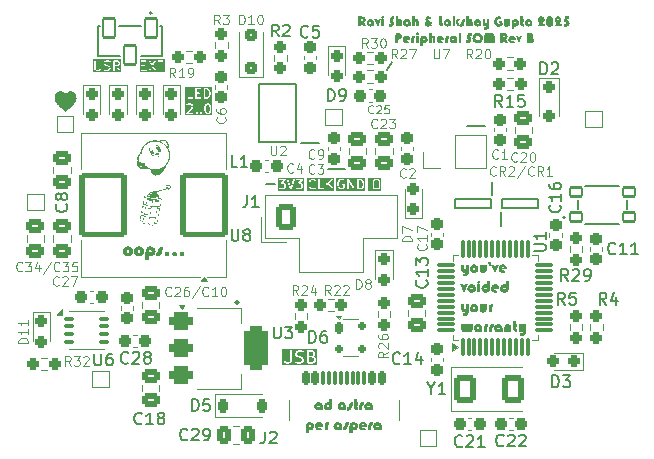
<source format=gbr>
%TF.GenerationSoftware,KiCad,Pcbnew,9.0.3*%
%TF.CreationDate,2025-08-18T13:56:50-05:00*%
%TF.ProjectId,PeripheralSOM,50657269-7068-4657-9261-6c534f4d2e6b,rev?*%
%TF.SameCoordinates,Original*%
%TF.FileFunction,Legend,Top*%
%TF.FilePolarity,Positive*%
%FSLAX46Y46*%
G04 Gerber Fmt 4.6, Leading zero omitted, Abs format (unit mm)*
G04 Created by KiCad (PCBNEW 9.0.3) date 2025-08-18 13:56:50*
%MOMM*%
%LPD*%
G01*
G04 APERTURE LIST*
G04 Aperture macros list*
%AMRoundRect*
0 Rectangle with rounded corners*
0 $1 Rounding radius*
0 $2 $3 $4 $5 $6 $7 $8 $9 X,Y pos of 4 corners*
0 Add a 4 corners polygon primitive as box body*
4,1,4,$2,$3,$4,$5,$6,$7,$8,$9,$2,$3,0*
0 Add four circle primitives for the rounded corners*
1,1,$1+$1,$2,$3*
1,1,$1+$1,$4,$5*
1,1,$1+$1,$6,$7*
1,1,$1+$1,$8,$9*
0 Add four rect primitives between the rounded corners*
20,1,$1+$1,$2,$3,$4,$5,0*
20,1,$1+$1,$4,$5,$6,$7,0*
20,1,$1+$1,$6,$7,$8,$9,0*
20,1,$1+$1,$8,$9,$2,$3,0*%
G04 Aperture macros list end*
%ADD10C,0.120000*%
%ADD11C,0.150000*%
%ADD12C,0.110000*%
%ADD13C,0.250000*%
%ADD14C,0.000000*%
%ADD15C,0.200000*%
%ADD16C,0.127000*%
%ADD17RoundRect,0.237500X-0.237500X0.287500X-0.237500X-0.287500X0.237500X-0.287500X0.237500X0.287500X0*%
%ADD18RoundRect,0.237500X0.237500X-0.287500X0.237500X0.287500X-0.237500X0.287500X-0.237500X-0.287500X0*%
%ADD19RoundRect,0.237500X0.287500X0.237500X-0.287500X0.237500X-0.287500X-0.237500X0.287500X-0.237500X0*%
%ADD20R,0.300000X0.850000*%
%ADD21R,0.850000X0.300000*%
%ADD22R,2.550000X2.550000*%
%ADD23R,1.000000X1.000000*%
%ADD24RoundRect,0.237500X-0.237500X0.250000X-0.237500X-0.250000X0.237500X-0.250000X0.237500X0.250000X0*%
%ADD25RoundRect,0.250000X0.475000X-0.337500X0.475000X0.337500X-0.475000X0.337500X-0.475000X-0.337500X0*%
%ADD26RoundRect,0.237500X-0.237500X0.300000X-0.237500X-0.300000X0.237500X-0.300000X0.237500X0.300000X0*%
%ADD27RoundRect,0.237500X0.237500X-0.250000X0.237500X0.250000X-0.237500X0.250000X-0.237500X-0.250000X0*%
%ADD28RoundRect,0.250000X-0.475000X0.337500X-0.475000X-0.337500X0.475000X-0.337500X0.475000X0.337500X0*%
%ADD29RoundRect,0.075000X0.662500X-0.075000X0.662500X0.075000X-0.662500X0.075000X-0.662500X-0.075000X0*%
%ADD30RoundRect,0.075000X0.075000X-0.662500X0.075000X0.662500X-0.075000X0.662500X-0.075000X-0.662500X0*%
%ADD31O,1.700000X2.200000*%
%ADD32RoundRect,0.250000X0.600000X-0.850000X0.600000X0.850000X-0.600000X0.850000X-0.600000X-0.850000X0*%
%ADD33C,1.300000*%
%ADD34RoundRect,0.237500X0.237500X-0.300000X0.237500X0.300000X-0.237500X0.300000X-0.237500X-0.300000X0*%
%ADD35RoundRect,0.237500X-0.250000X-0.237500X0.250000X-0.237500X0.250000X0.237500X-0.250000X0.237500X0*%
%ADD36C,6.400000*%
%ADD37C,3.600000*%
%ADD38R,0.600000X1.150000*%
%ADD39RoundRect,0.237500X0.250000X0.237500X-0.250000X0.237500X-0.250000X-0.237500X0.250000X-0.237500X0*%
%ADD40RoundRect,0.237500X0.300000X0.237500X-0.300000X0.237500X-0.300000X-0.237500X0.300000X-0.237500X0*%
%ADD41RoundRect,0.237500X-0.300000X-0.237500X0.300000X-0.237500X0.300000X0.237500X-0.300000X0.237500X0*%
%ADD42RoundRect,0.375000X-0.625000X-0.375000X0.625000X-0.375000X0.625000X0.375000X-0.625000X0.375000X0*%
%ADD43RoundRect,0.500000X-0.500000X-1.400000X0.500000X-1.400000X0.500000X1.400000X-0.500000X1.400000X0*%
%ADD44RoundRect,0.102000X0.500000X0.800000X-0.500000X0.800000X-0.500000X-0.800000X0.500000X-0.800000X0*%
%ADD45RoundRect,0.250000X-0.700000X-0.950000X0.700000X-0.950000X0.700000X0.950000X-0.700000X0.950000X0*%
%ADD46RoundRect,0.250000X1.750000X2.500000X-1.750000X2.500000X-1.750000X-2.500000X1.750000X-2.500000X0*%
%ADD47O,1.000000X1.800000*%
%ADD48O,1.000000X2.100000*%
%ADD49RoundRect,0.150000X-0.150000X-0.425000X0.150000X-0.425000X0.150000X0.425000X-0.150000X0.425000X0*%
%ADD50RoundRect,0.075000X-0.075000X-0.500000X0.075000X-0.500000X0.075000X0.500000X-0.075000X0.500000X0*%
%ADD51C,0.650000*%
%ADD52R,1.650000X2.400000*%
%ADD53RoundRect,0.087500X-0.337500X-0.087500X0.337500X-0.087500X0.337500X0.087500X-0.337500X0.087500X0*%
%ADD54R,1.528000X0.650000*%
%ADD55RoundRect,0.102000X-0.500000X-0.375000X0.500000X-0.375000X0.500000X0.375000X-0.500000X0.375000X0*%
%ADD56R,2.460000X3.550000*%
%ADD57R,1.475000X0.450000*%
%ADD58RoundRect,0.250000X0.300000X-0.300000X0.300000X0.300000X-0.300000X0.300000X-0.300000X-0.300000X0*%
%ADD59RoundRect,0.150000X-0.200000X-0.150000X0.200000X-0.150000X0.200000X0.150000X-0.200000X0.150000X0*%
%ADD60RoundRect,0.175000X-0.175000X-0.325000X0.175000X-0.325000X0.175000X0.325000X-0.175000X0.325000X0*%
%ADD61RoundRect,0.250000X-0.337500X-0.475000X0.337500X-0.475000X0.337500X0.475000X-0.337500X0.475000X0*%
%ADD62RoundRect,0.225000X-0.225000X-0.375000X0.225000X-0.375000X0.225000X0.375000X-0.225000X0.375000X0*%
%ADD63C,1.700000*%
%ADD64R,1.700000X1.700000*%
%ADD65RoundRect,0.250000X-0.250000X0.250000X-0.250000X-0.250000X0.250000X-0.250000X0.250000X0.250000X0*%
%ADD66C,0.850000*%
G04 APERTURE END LIST*
D10*
G36*
X119178472Y-94269223D02*
G01*
X119255224Y-94292510D01*
X119326049Y-94331237D01*
X119392122Y-94386718D01*
X119446971Y-94453273D01*
X119485331Y-94524675D01*
X119508431Y-94602102D01*
X119516319Y-94687210D01*
X119508294Y-94773550D01*
X119484839Y-94851694D01*
X119445959Y-94923378D01*
X119390436Y-94989827D01*
X119323655Y-95044905D01*
X119251680Y-95083501D01*
X119173295Y-95106790D01*
X119086794Y-95114757D01*
X119000281Y-95106771D01*
X118921803Y-95083416D01*
X118849659Y-95044687D01*
X118782638Y-94989387D01*
X118726880Y-94922693D01*
X118687894Y-94850985D01*
X118664413Y-94773060D01*
X118656464Y-94688016D01*
X118967872Y-94688016D01*
X118976596Y-94734821D01*
X119002677Y-94774185D01*
X119027729Y-94794232D01*
X119055161Y-94805966D01*
X119085914Y-94809942D01*
X119117197Y-94805942D01*
X119144862Y-94794185D01*
X119169885Y-94774185D01*
X119196023Y-94734815D01*
X119204763Y-94688016D01*
X119196070Y-94640564D01*
X119170325Y-94601481D01*
X119145537Y-94581758D01*
X119117742Y-94570086D01*
X119085914Y-94566090D01*
X119054620Y-94570064D01*
X119027081Y-94581714D01*
X119002310Y-94601481D01*
X118976565Y-94640564D01*
X118967872Y-94688016D01*
X118656464Y-94688016D01*
X118656389Y-94687210D01*
X118664506Y-94599552D01*
X118688132Y-94520980D01*
X118727131Y-94449639D01*
X118782638Y-94384227D01*
X118849434Y-94330446D01*
X118922635Y-94292409D01*
X119003581Y-94269253D01*
X119094121Y-94261275D01*
X119178472Y-94269223D01*
G37*
G36*
X120116364Y-94269223D02*
G01*
X120193116Y-94292510D01*
X120263941Y-94331237D01*
X120330014Y-94386718D01*
X120384863Y-94453273D01*
X120423224Y-94524675D01*
X120446324Y-94602102D01*
X120454212Y-94687210D01*
X120446186Y-94773550D01*
X120422732Y-94851694D01*
X120383852Y-94923378D01*
X120328329Y-94989827D01*
X120261548Y-95044905D01*
X120189572Y-95083501D01*
X120111188Y-95106790D01*
X120024686Y-95114757D01*
X119938173Y-95106771D01*
X119859696Y-95083416D01*
X119787552Y-95044687D01*
X119720531Y-94989387D01*
X119664772Y-94922693D01*
X119625787Y-94850985D01*
X119602305Y-94773060D01*
X119594357Y-94688016D01*
X119905764Y-94688016D01*
X119914488Y-94734821D01*
X119940569Y-94774185D01*
X119965621Y-94794232D01*
X119993054Y-94805966D01*
X120023807Y-94809942D01*
X120055090Y-94805942D01*
X120082754Y-94794185D01*
X120107778Y-94774185D01*
X120133915Y-94734815D01*
X120142656Y-94688016D01*
X120133963Y-94640564D01*
X120108217Y-94601481D01*
X120083429Y-94581758D01*
X120055635Y-94570086D01*
X120023807Y-94566090D01*
X119992513Y-94570064D01*
X119964974Y-94581714D01*
X119940203Y-94601481D01*
X119914457Y-94640564D01*
X119905764Y-94688016D01*
X119594357Y-94688016D01*
X119594282Y-94687210D01*
X119602399Y-94599552D01*
X119626024Y-94520980D01*
X119665023Y-94449639D01*
X119720531Y-94384227D01*
X119787326Y-94330446D01*
X119860527Y-94292409D01*
X119941474Y-94269253D01*
X120032014Y-94261275D01*
X120116364Y-94269223D01*
G37*
G36*
X120870695Y-95400815D02*
G01*
X120564121Y-95400815D01*
X120564121Y-94717032D01*
X120570853Y-94623269D01*
X120590012Y-94542166D01*
X120620623Y-94471675D01*
X120662526Y-94410166D01*
X120703143Y-94368196D01*
X120750825Y-94332048D01*
X120806361Y-94301575D01*
X120865633Y-94279021D01*
X120925157Y-94265700D01*
X120985513Y-94261275D01*
X121074714Y-94269243D01*
X121154687Y-94292408D01*
X121227247Y-94330543D01*
X121293699Y-94384593D01*
X121348872Y-94450178D01*
X121387626Y-94521533D01*
X121411088Y-94599939D01*
X121419142Y-94687210D01*
X121411261Y-94771859D01*
X121388135Y-94849232D01*
X121349645Y-94920943D01*
X121294505Y-94988142D01*
X121228143Y-95044377D01*
X121157676Y-95083437D01*
X121081978Y-95106812D01*
X120999435Y-95114757D01*
X120917443Y-95107577D01*
X120917443Y-94770228D01*
X120956382Y-94793463D01*
X120992841Y-94800563D01*
X121036862Y-94791851D01*
X121074393Y-94765466D01*
X121099981Y-94726951D01*
X121108465Y-94682081D01*
X121099685Y-94637530D01*
X121073221Y-94600016D01*
X121034513Y-94574586D01*
X120988737Y-94566090D01*
X120947077Y-94572305D01*
X120915933Y-94589664D01*
X120892609Y-94618708D01*
X120876805Y-94663026D01*
X120870695Y-94728536D01*
X120870695Y-95400815D01*
G37*
G36*
X122066434Y-94289412D02*
G01*
X122066434Y-94614377D01*
X122008030Y-94621516D01*
X121977481Y-94638557D01*
X121959277Y-94669882D01*
X121946707Y-94734105D01*
X121931214Y-94828877D01*
X121904513Y-94907335D01*
X121867651Y-94972190D01*
X121820769Y-95025512D01*
X121763085Y-95068595D01*
X121703350Y-95095050D01*
X121623676Y-95112811D01*
X121518793Y-95119447D01*
X121476222Y-95119447D01*
X121476222Y-94795874D01*
X121490143Y-94795874D01*
X121538484Y-94791733D01*
X121572311Y-94780925D01*
X121595436Y-94764953D01*
X121612055Y-94742072D01*
X121624680Y-94707343D01*
X121631926Y-94656509D01*
X121642348Y-94539753D01*
X121655300Y-94479115D01*
X121679524Y-94430099D01*
X121723737Y-94377706D01*
X121771242Y-94340285D01*
X121827504Y-94312866D01*
X121894251Y-94295560D01*
X121973744Y-94289412D01*
X122066434Y-94289412D01*
G37*
G36*
X122393085Y-94730221D02*
G01*
X122444275Y-94736717D01*
X122489797Y-94755842D01*
X122531204Y-94788400D01*
X122563561Y-94830052D01*
X122582566Y-94875705D01*
X122589016Y-94926886D01*
X122582565Y-94978027D01*
X122563665Y-95022966D01*
X122531644Y-95063320D01*
X122490592Y-95094592D01*
X122444931Y-95113116D01*
X122393085Y-95119447D01*
X122339070Y-95113136D01*
X122293398Y-95095010D01*
X122254159Y-95065005D01*
X122224112Y-95025761D01*
X122205963Y-94980089D01*
X122199644Y-94926080D01*
X122206048Y-94873743D01*
X122224734Y-94827982D01*
X122256211Y-94787154D01*
X122296804Y-94755381D01*
X122341900Y-94736622D01*
X122393085Y-94730221D01*
G37*
G36*
X123028507Y-94730221D02*
G01*
X123079697Y-94736717D01*
X123125219Y-94755842D01*
X123166626Y-94788400D01*
X123198983Y-94830052D01*
X123217988Y-94875705D01*
X123224439Y-94926886D01*
X123217987Y-94978027D01*
X123199088Y-95022966D01*
X123167066Y-95063320D01*
X123126014Y-95094592D01*
X123080353Y-95113116D01*
X123028507Y-95119447D01*
X122974492Y-95113136D01*
X122928820Y-95095010D01*
X122889582Y-95065005D01*
X122859534Y-95025761D01*
X122841385Y-94980089D01*
X122835067Y-94926080D01*
X122841470Y-94873743D01*
X122860156Y-94827982D01*
X122891633Y-94787154D01*
X122932227Y-94755381D01*
X122977322Y-94736622D01*
X123028507Y-94730221D01*
G37*
G36*
X123663929Y-94730221D02*
G01*
X123715119Y-94736717D01*
X123760641Y-94755842D01*
X123802048Y-94788400D01*
X123834405Y-94830052D01*
X123853410Y-94875705D01*
X123859861Y-94926886D01*
X123853409Y-94978027D01*
X123834510Y-95022966D01*
X123802488Y-95063320D01*
X123761436Y-95094592D01*
X123715775Y-95113116D01*
X123663929Y-95119447D01*
X123609915Y-95113136D01*
X123564242Y-95095010D01*
X123525004Y-95065005D01*
X123494956Y-95025761D01*
X123476807Y-94980089D01*
X123470489Y-94926080D01*
X123476892Y-94873743D01*
X123495579Y-94827982D01*
X123527055Y-94787154D01*
X123567649Y-94755381D01*
X123612744Y-94736622D01*
X123663929Y-94730221D01*
G37*
D11*
X130750000Y-89000000D02*
X131500000Y-89000000D01*
D10*
G36*
X133984978Y-89544744D02*
G01*
X131748910Y-89544744D01*
X131748910Y-88572894D01*
X131837799Y-88572894D01*
X131837799Y-88618816D01*
X131870271Y-88651288D01*
X131893232Y-88655855D01*
X132256244Y-88655855D01*
X132076649Y-88861107D01*
X132068133Y-88875893D01*
X132066371Y-88877656D01*
X132066371Y-88878954D01*
X132064966Y-88881394D01*
X132066371Y-88902467D01*
X132066371Y-88923578D01*
X132067879Y-88925086D01*
X132068021Y-88927215D01*
X132083917Y-88941124D01*
X132098843Y-88956050D01*
X132101602Y-88956598D01*
X132102581Y-88957455D01*
X132105071Y-88957288D01*
X132121804Y-88960617D01*
X132221924Y-88960617D01*
X132276739Y-88988024D01*
X132301062Y-89012347D01*
X132328470Y-89067162D01*
X132328470Y-89229309D01*
X132301062Y-89284123D01*
X132276737Y-89308448D01*
X132221924Y-89335855D01*
X132021683Y-89335855D01*
X131966868Y-89308448D01*
X131935659Y-89277238D01*
X131916194Y-89264231D01*
X131870272Y-89264231D01*
X131837799Y-89296702D01*
X131837799Y-89342624D01*
X131850805Y-89362090D01*
X131888900Y-89400186D01*
X131896894Y-89405528D01*
X131904494Y-89411426D01*
X131980686Y-89449521D01*
X131983583Y-89450314D01*
X131984557Y-89451288D01*
X131993991Y-89453164D01*
X132003265Y-89455704D01*
X132004570Y-89455268D01*
X132007518Y-89455855D01*
X132236089Y-89455855D01*
X132239036Y-89455268D01*
X132240342Y-89455704D01*
X132249617Y-89453164D01*
X132259050Y-89451288D01*
X132260023Y-89450314D01*
X132262922Y-89449521D01*
X132339113Y-89411426D01*
X132346712Y-89405528D01*
X132354707Y-89400186D01*
X132392802Y-89362090D01*
X132398145Y-89354093D01*
X132404041Y-89346497D01*
X132442136Y-89270307D01*
X132442929Y-89267408D01*
X132443903Y-89266435D01*
X132445779Y-89257002D01*
X132448319Y-89247727D01*
X132447883Y-89246421D01*
X132448470Y-89243474D01*
X132448470Y-89052998D01*
X132447883Y-89050050D01*
X132448319Y-89048745D01*
X132445779Y-89039471D01*
X132443903Y-89030037D01*
X132442929Y-89029063D01*
X132442136Y-89026166D01*
X132404041Y-88949974D01*
X132398143Y-88942374D01*
X132392801Y-88934380D01*
X132354706Y-88896286D01*
X132346718Y-88890948D01*
X132339113Y-88885046D01*
X132262922Y-88846951D01*
X132260023Y-88846157D01*
X132259050Y-88845184D01*
X132251370Y-88843656D01*
X132433625Y-88635365D01*
X132442140Y-88620578D01*
X132443903Y-88618816D01*
X132443903Y-88617517D01*
X132445308Y-88615078D01*
X132443903Y-88594004D01*
X132443903Y-88591602D01*
X132557193Y-88591602D01*
X132560121Y-88614829D01*
X132826788Y-89414829D01*
X132838382Y-89435167D01*
X132842392Y-89437172D01*
X132844397Y-89441182D01*
X132862442Y-89447197D01*
X132879456Y-89455704D01*
X132883709Y-89454286D01*
X132887962Y-89455704D01*
X132904975Y-89447197D01*
X132923021Y-89441182D01*
X132925026Y-89437172D01*
X132929036Y-89435167D01*
X132940630Y-89414829D01*
X133207296Y-88614828D01*
X133210224Y-88591602D01*
X133200870Y-88572894D01*
X133285418Y-88572894D01*
X133285418Y-88618816D01*
X133317890Y-88651288D01*
X133340851Y-88655855D01*
X133703863Y-88655855D01*
X133524268Y-88861107D01*
X133515752Y-88875893D01*
X133513990Y-88877656D01*
X133513990Y-88878954D01*
X133512585Y-88881394D01*
X133513990Y-88902467D01*
X133513990Y-88923578D01*
X133515498Y-88925086D01*
X133515640Y-88927215D01*
X133531536Y-88941124D01*
X133546462Y-88956050D01*
X133549221Y-88956598D01*
X133550200Y-88957455D01*
X133552690Y-88957288D01*
X133569423Y-88960617D01*
X133669543Y-88960617D01*
X133724358Y-88988024D01*
X133748681Y-89012347D01*
X133776089Y-89067162D01*
X133776089Y-89229309D01*
X133748681Y-89284123D01*
X133724356Y-89308448D01*
X133669543Y-89335855D01*
X133469302Y-89335855D01*
X133414487Y-89308448D01*
X133383278Y-89277238D01*
X133363813Y-89264231D01*
X133317891Y-89264231D01*
X133285418Y-89296702D01*
X133285418Y-89342624D01*
X133298424Y-89362090D01*
X133336519Y-89400186D01*
X133344513Y-89405528D01*
X133352113Y-89411426D01*
X133428305Y-89449521D01*
X133431202Y-89450314D01*
X133432176Y-89451288D01*
X133441610Y-89453164D01*
X133450884Y-89455704D01*
X133452189Y-89455268D01*
X133455137Y-89455855D01*
X133683708Y-89455855D01*
X133686655Y-89455268D01*
X133687961Y-89455704D01*
X133697236Y-89453164D01*
X133706669Y-89451288D01*
X133707642Y-89450314D01*
X133710541Y-89449521D01*
X133786732Y-89411426D01*
X133794331Y-89405528D01*
X133802326Y-89400186D01*
X133840421Y-89362090D01*
X133845764Y-89354093D01*
X133851660Y-89346497D01*
X133889755Y-89270307D01*
X133890548Y-89267408D01*
X133891522Y-89266435D01*
X133893398Y-89257002D01*
X133895938Y-89247727D01*
X133895502Y-89246421D01*
X133896089Y-89243474D01*
X133896089Y-89052998D01*
X133895502Y-89050050D01*
X133895938Y-89048745D01*
X133893398Y-89039471D01*
X133891522Y-89030037D01*
X133890548Y-89029063D01*
X133889755Y-89026166D01*
X133851660Y-88949974D01*
X133845762Y-88942374D01*
X133840420Y-88934380D01*
X133802325Y-88896286D01*
X133794337Y-88890948D01*
X133786732Y-88885046D01*
X133710541Y-88846951D01*
X133707642Y-88846157D01*
X133706669Y-88845184D01*
X133698989Y-88843656D01*
X133881244Y-88635365D01*
X133889759Y-88620578D01*
X133891522Y-88618816D01*
X133891522Y-88617517D01*
X133892927Y-88615078D01*
X133891522Y-88594004D01*
X133891522Y-88572894D01*
X133890013Y-88571385D01*
X133889872Y-88569257D01*
X133873976Y-88555348D01*
X133859050Y-88540422D01*
X133856290Y-88539873D01*
X133855312Y-88539017D01*
X133852821Y-88539183D01*
X133836089Y-88535855D01*
X133340851Y-88535855D01*
X133317890Y-88540422D01*
X133285418Y-88572894D01*
X133200870Y-88572894D01*
X133189687Y-88550527D01*
X133146122Y-88536006D01*
X133105048Y-88556543D01*
X133093454Y-88576881D01*
X132883708Y-89206117D01*
X132673963Y-88576881D01*
X132662369Y-88556543D01*
X132621295Y-88536006D01*
X132577730Y-88550528D01*
X132557193Y-88591602D01*
X132443903Y-88591602D01*
X132443903Y-88572894D01*
X132442394Y-88571385D01*
X132442253Y-88569257D01*
X132426357Y-88555348D01*
X132411431Y-88540422D01*
X132408671Y-88539873D01*
X132407693Y-88539017D01*
X132405202Y-88539183D01*
X132388470Y-88535855D01*
X131893232Y-88535855D01*
X131870271Y-88540422D01*
X131837799Y-88572894D01*
X131748910Y-88572894D01*
X131748910Y-88446966D01*
X133984978Y-88446966D01*
X133984978Y-89544744D01*
G37*
G36*
X140245786Y-88683262D02*
G01*
X140303339Y-88740814D01*
X140335613Y-88869905D01*
X140335613Y-89121803D01*
X140303339Y-89250894D01*
X140245787Y-89308447D01*
X140190972Y-89335855D01*
X140066921Y-89335855D01*
X140012106Y-89308447D01*
X139954553Y-89250894D01*
X139922279Y-89121803D01*
X139922279Y-88869905D01*
X139954553Y-88740813D01*
X140012103Y-88683263D01*
X140066921Y-88655855D01*
X140190972Y-88655855D01*
X140245786Y-88683262D01*
G37*
G36*
X140544502Y-89544744D02*
G01*
X139370534Y-89544744D01*
X139370534Y-88595855D01*
X139459423Y-88595855D01*
X139459423Y-89395855D01*
X139463990Y-89418816D01*
X139496462Y-89451288D01*
X139542384Y-89451288D01*
X139574856Y-89418816D01*
X139579423Y-89395855D01*
X139579423Y-88862521D01*
X139802279Y-88862521D01*
X139802279Y-89129188D01*
X139803713Y-89136399D01*
X139804071Y-89143740D01*
X139842167Y-89296121D01*
X139844942Y-89301995D01*
X139844942Y-89304530D01*
X139849026Y-89310643D01*
X139852166Y-89317289D01*
X139854337Y-89318592D01*
X139857948Y-89323995D01*
X139934139Y-89400186D01*
X139942126Y-89405523D01*
X139949732Y-89411426D01*
X140025924Y-89449521D01*
X140028821Y-89450314D01*
X140029795Y-89451288D01*
X140039229Y-89453164D01*
X140048503Y-89455704D01*
X140049808Y-89455268D01*
X140052756Y-89455855D01*
X140205137Y-89455855D01*
X140208084Y-89455268D01*
X140209390Y-89455704D01*
X140218665Y-89453164D01*
X140228098Y-89451288D01*
X140229071Y-89450314D01*
X140231970Y-89449521D01*
X140308160Y-89411426D01*
X140315761Y-89405525D01*
X140323753Y-89400186D01*
X140399944Y-89323996D01*
X140403554Y-89318592D01*
X140405727Y-89317289D01*
X140408867Y-89310641D01*
X140412951Y-89304530D01*
X140412951Y-89301997D01*
X140415727Y-89296121D01*
X140453822Y-89143740D01*
X140454179Y-89136395D01*
X140455613Y-89129188D01*
X140455613Y-88862521D01*
X140454179Y-88855313D01*
X140453822Y-88847969D01*
X140415727Y-88695588D01*
X140412951Y-88689711D01*
X140412951Y-88687179D01*
X140408867Y-88681068D01*
X140405727Y-88674420D01*
X140403553Y-88673116D01*
X140399944Y-88667714D01*
X140323753Y-88591523D01*
X140315756Y-88586179D01*
X140308160Y-88580284D01*
X140231970Y-88542189D01*
X140229071Y-88541395D01*
X140228098Y-88540422D01*
X140218665Y-88538545D01*
X140209390Y-88536006D01*
X140208084Y-88536441D01*
X140205137Y-88535855D01*
X140052756Y-88535855D01*
X140049808Y-88536441D01*
X140048503Y-88536006D01*
X140039229Y-88538545D01*
X140029795Y-88540422D01*
X140028821Y-88541395D01*
X140025924Y-88542189D01*
X139949732Y-88580284D01*
X139942126Y-88586186D01*
X139934139Y-88591524D01*
X139857949Y-88667714D01*
X139854339Y-88673116D01*
X139852166Y-88674420D01*
X139849026Y-88681066D01*
X139844942Y-88687179D01*
X139844942Y-88689713D01*
X139842167Y-88695588D01*
X139804071Y-88847969D01*
X139803713Y-88855309D01*
X139802279Y-88862521D01*
X139579423Y-88862521D01*
X139579423Y-88595855D01*
X139574856Y-88572894D01*
X139542384Y-88540422D01*
X139496462Y-88540422D01*
X139463990Y-88572894D01*
X139459423Y-88595855D01*
X139370534Y-88595855D01*
X139370534Y-88446966D01*
X140544502Y-88446966D01*
X140544502Y-89544744D01*
G37*
G36*
X138829870Y-88686392D02*
G01*
X138889156Y-88745678D01*
X138919955Y-88807276D01*
X138954661Y-88946096D01*
X138954661Y-89045613D01*
X138919955Y-89184432D01*
X138889157Y-89246030D01*
X138829868Y-89305318D01*
X138738257Y-89335855D01*
X138617518Y-89335855D01*
X138617518Y-88655855D01*
X138738257Y-88655855D01*
X138829870Y-88686392D01*
G37*
G36*
X139163550Y-89544744D02*
G01*
X136732438Y-89544744D01*
X136732438Y-88938712D01*
X136821327Y-88938712D01*
X136821327Y-89052998D01*
X136822761Y-89060209D01*
X136823119Y-89067550D01*
X136861215Y-89219931D01*
X136864020Y-89225870D01*
X136865757Y-89232212D01*
X136903852Y-89308402D01*
X136909747Y-89315998D01*
X136915091Y-89323995D01*
X136991282Y-89400186D01*
X136993779Y-89401854D01*
X136994396Y-89403088D01*
X137002757Y-89407854D01*
X137010747Y-89413193D01*
X137012124Y-89413193D01*
X137014734Y-89414681D01*
X137129021Y-89452776D01*
X137138559Y-89453978D01*
X137147994Y-89455855D01*
X137224185Y-89455855D01*
X137233618Y-89453978D01*
X137243159Y-89452776D01*
X137357444Y-89414681D01*
X137360054Y-89413193D01*
X137361431Y-89413193D01*
X137369426Y-89407850D01*
X137377782Y-89403087D01*
X137378397Y-89401855D01*
X137380896Y-89400186D01*
X137418992Y-89362090D01*
X137431999Y-89342625D01*
X137436566Y-89319664D01*
X137436566Y-89052998D01*
X137431999Y-89030037D01*
X137399527Y-88997565D01*
X137376566Y-88992998D01*
X137224185Y-88992998D01*
X137201224Y-88997565D01*
X137168752Y-89030037D01*
X137168752Y-89075959D01*
X137201224Y-89108431D01*
X137224185Y-89112998D01*
X137316566Y-89112998D01*
X137316566Y-89294812D01*
X137306060Y-89305317D01*
X137214448Y-89335855D01*
X137157731Y-89335855D01*
X137066119Y-89305318D01*
X137006830Y-89246028D01*
X136976034Y-89184436D01*
X136941327Y-89045613D01*
X136941327Y-88946096D01*
X136976034Y-88807272D01*
X137006830Y-88745679D01*
X137066117Y-88686392D01*
X137157731Y-88655855D01*
X137248115Y-88655855D01*
X137311637Y-88687616D01*
X137334217Y-88693799D01*
X137377782Y-88679277D01*
X137398319Y-88638203D01*
X137384203Y-88595855D01*
X137659423Y-88595855D01*
X137659423Y-89395855D01*
X137663990Y-89418816D01*
X137696462Y-89451288D01*
X137742384Y-89451288D01*
X137774856Y-89418816D01*
X137779423Y-89395855D01*
X137779423Y-88821789D01*
X138124471Y-89425623D01*
X138139829Y-89443293D01*
X138147777Y-89445460D01*
X138153605Y-89451288D01*
X138169144Y-89451288D01*
X138184133Y-89455376D01*
X138191287Y-89451288D01*
X138199527Y-89451288D01*
X138210513Y-89440301D01*
X138224004Y-89432593D01*
X138226172Y-89424642D01*
X138231999Y-89418816D01*
X138236566Y-89395855D01*
X138236566Y-88595855D01*
X138497518Y-88595855D01*
X138497518Y-89395855D01*
X138502085Y-89418816D01*
X138534557Y-89451288D01*
X138557518Y-89455855D01*
X138747994Y-89455855D01*
X138757427Y-89453978D01*
X138766968Y-89452776D01*
X138881254Y-89414681D01*
X138883864Y-89413193D01*
X138885242Y-89413193D01*
X138893237Y-89407850D01*
X138901592Y-89403088D01*
X138902208Y-89401855D01*
X138904707Y-89400186D01*
X138980897Y-89323995D01*
X138986240Y-89315998D01*
X138992136Y-89308402D01*
X139030231Y-89232212D01*
X139031967Y-89225870D01*
X139034773Y-89219931D01*
X139072870Y-89067550D01*
X139073227Y-89060205D01*
X139074661Y-89052998D01*
X139074661Y-88938712D01*
X139073227Y-88931504D01*
X139072870Y-88924160D01*
X139034773Y-88771779D01*
X139031967Y-88765838D01*
X139030231Y-88759499D01*
X138992136Y-88683307D01*
X138986233Y-88675701D01*
X138980896Y-88667714D01*
X138904706Y-88591524D01*
X138902208Y-88589855D01*
X138901592Y-88588622D01*
X138893230Y-88583855D01*
X138885241Y-88578517D01*
X138883864Y-88578517D01*
X138881254Y-88577029D01*
X138766968Y-88538934D01*
X138757427Y-88537731D01*
X138747994Y-88535855D01*
X138557518Y-88535855D01*
X138534557Y-88540422D01*
X138502085Y-88572894D01*
X138497518Y-88595855D01*
X138236566Y-88595855D01*
X138231999Y-88572894D01*
X138199527Y-88540422D01*
X138153605Y-88540422D01*
X138121133Y-88572894D01*
X138116566Y-88595855D01*
X138116566Y-89169920D01*
X137771518Y-88566087D01*
X137756160Y-88548417D01*
X137748211Y-88546249D01*
X137742384Y-88540422D01*
X137726845Y-88540422D01*
X137711856Y-88536334D01*
X137704702Y-88540422D01*
X137696462Y-88540422D01*
X137685474Y-88551409D01*
X137671985Y-88559118D01*
X137669817Y-88567066D01*
X137663990Y-88572894D01*
X137659423Y-88595855D01*
X137384203Y-88595855D01*
X137383797Y-88594638D01*
X137365303Y-88580284D01*
X137289113Y-88542189D01*
X137286214Y-88541395D01*
X137285241Y-88540422D01*
X137275808Y-88538545D01*
X137266533Y-88536006D01*
X137265227Y-88536441D01*
X137262280Y-88535855D01*
X137147994Y-88535855D01*
X137138559Y-88537731D01*
X137129021Y-88538934D01*
X137014734Y-88577029D01*
X137012124Y-88578517D01*
X137010747Y-88578517D01*
X137002757Y-88583855D01*
X136994396Y-88588622D01*
X136993779Y-88589855D01*
X136991282Y-88591524D01*
X136915092Y-88667714D01*
X136909754Y-88675701D01*
X136903852Y-88683307D01*
X136865757Y-88759498D01*
X136864020Y-88765839D01*
X136861215Y-88771779D01*
X136823119Y-88924160D01*
X136822761Y-88931500D01*
X136821327Y-88938712D01*
X136732438Y-88938712D01*
X136732438Y-88446966D01*
X139163550Y-88446966D01*
X139163550Y-89544744D01*
G37*
D11*
X136000000Y-87750000D02*
X137500000Y-87750000D01*
D10*
G36*
X136521197Y-89544744D02*
G01*
X134282438Y-89544744D01*
X134282438Y-88938712D01*
X134371327Y-88938712D01*
X134371327Y-89052998D01*
X134372761Y-89060209D01*
X134373119Y-89067550D01*
X134411215Y-89219931D01*
X134414020Y-89225870D01*
X134415757Y-89232212D01*
X134453852Y-89308402D01*
X134459747Y-89315998D01*
X134465091Y-89323995D01*
X134541282Y-89400186D01*
X134543779Y-89401854D01*
X134544396Y-89403088D01*
X134552757Y-89407854D01*
X134560747Y-89413193D01*
X134562124Y-89413193D01*
X134564734Y-89414681D01*
X134679021Y-89452776D01*
X134688559Y-89453978D01*
X134697994Y-89455855D01*
X134774185Y-89455855D01*
X134783618Y-89453978D01*
X134793159Y-89452776D01*
X134907444Y-89414681D01*
X134910054Y-89413193D01*
X134911431Y-89413193D01*
X134919426Y-89407850D01*
X134927782Y-89403087D01*
X134928397Y-89401855D01*
X134930896Y-89400186D01*
X134968992Y-89362090D01*
X134981999Y-89342625D01*
X134981999Y-89296703D01*
X134949527Y-89264231D01*
X134903605Y-89264231D01*
X134884140Y-89277238D01*
X134856060Y-89305317D01*
X134764448Y-89335855D01*
X134707731Y-89335855D01*
X134616119Y-89305318D01*
X134556830Y-89246028D01*
X134526034Y-89184436D01*
X134491327Y-89045613D01*
X134491327Y-88946096D01*
X134526034Y-88807272D01*
X134556830Y-88745679D01*
X134616117Y-88686392D01*
X134707731Y-88655855D01*
X134764448Y-88655855D01*
X134856059Y-88686392D01*
X134884140Y-88714472D01*
X134903605Y-88727478D01*
X134949528Y-88727478D01*
X134981999Y-88695005D01*
X134981999Y-88649083D01*
X134968992Y-88629618D01*
X134935228Y-88595855D01*
X135209423Y-88595855D01*
X135209423Y-89395855D01*
X135213990Y-89418816D01*
X135246462Y-89451288D01*
X135269423Y-89455855D01*
X135650375Y-89455855D01*
X135673336Y-89451288D01*
X135705808Y-89418816D01*
X135705808Y-89372894D01*
X135673336Y-89340422D01*
X135650375Y-89335855D01*
X135329423Y-89335855D01*
X135329423Y-88595855D01*
X135857042Y-88595855D01*
X135857042Y-89395855D01*
X135861609Y-89418816D01*
X135894081Y-89451288D01*
X135940003Y-89451288D01*
X135972475Y-89418816D01*
X135977042Y-89395855D01*
X135977042Y-89077850D01*
X136024835Y-89030056D01*
X136326185Y-89431855D01*
X136343615Y-89447483D01*
X136389076Y-89453978D01*
X136425814Y-89426425D01*
X136432308Y-89380964D01*
X136422185Y-89359855D01*
X136110549Y-88944342D01*
X136416612Y-88638281D01*
X136429618Y-88618816D01*
X136429618Y-88572894D01*
X136397146Y-88540422D01*
X136351224Y-88540422D01*
X136331759Y-88553428D01*
X135977042Y-88908145D01*
X135977042Y-88595855D01*
X135972475Y-88572894D01*
X135940003Y-88540422D01*
X135894081Y-88540422D01*
X135861609Y-88572894D01*
X135857042Y-88595855D01*
X135329423Y-88595855D01*
X135324856Y-88572894D01*
X135292384Y-88540422D01*
X135246462Y-88540422D01*
X135213990Y-88572894D01*
X135209423Y-88595855D01*
X134935228Y-88595855D01*
X134930896Y-88591523D01*
X134928397Y-88589853D01*
X134927782Y-88588623D01*
X134919426Y-88583860D01*
X134911430Y-88578517D01*
X134910054Y-88578517D01*
X134907444Y-88577029D01*
X134793159Y-88538934D01*
X134783618Y-88537731D01*
X134774185Y-88535855D01*
X134697994Y-88535855D01*
X134688559Y-88537731D01*
X134679021Y-88538934D01*
X134564734Y-88577029D01*
X134562124Y-88578517D01*
X134560747Y-88578517D01*
X134552757Y-88583855D01*
X134544396Y-88588622D01*
X134543779Y-88589855D01*
X134541282Y-88591524D01*
X134465092Y-88667714D01*
X134459754Y-88675701D01*
X134453852Y-88683307D01*
X134415757Y-88759498D01*
X134414020Y-88765839D01*
X134411215Y-88771779D01*
X134373119Y-88924160D01*
X134372761Y-88931500D01*
X134371327Y-88938712D01*
X134282438Y-88938712D01*
X134282438Y-88446966D01*
X136521197Y-88446966D01*
X136521197Y-89544744D01*
G37*
D11*
G36*
X141957205Y-76757279D02*
G01*
X141957205Y-76537515D01*
X141993402Y-76533094D01*
X142015607Y-76521875D01*
X142028290Y-76504889D01*
X142032822Y-76480307D01*
X142029050Y-76456983D01*
X142018848Y-76441498D01*
X142001820Y-76431730D01*
X141975065Y-76427990D01*
X141949559Y-76432438D01*
X141932236Y-76444700D01*
X141921016Y-76465731D01*
X141916648Y-76499486D01*
X141916648Y-77047000D01*
X141666989Y-77047000D01*
X141666989Y-76525260D01*
X141671498Y-76447361D01*
X141683256Y-76391226D01*
X141705034Y-76341180D01*
X141738925Y-76293681D01*
X141770520Y-76262902D01*
X141807223Y-76236516D01*
X141849603Y-76214437D01*
X141894592Y-76198184D01*
X141940160Y-76188531D01*
X141986715Y-76185311D01*
X142049133Y-76190909D01*
X142104948Y-76207168D01*
X142155457Y-76233914D01*
X142201588Y-76271809D01*
X142239705Y-76317730D01*
X142266599Y-76368079D01*
X142282949Y-76423792D01*
X142288581Y-76486187D01*
X142283367Y-76547209D01*
X142268433Y-76600195D01*
X142244250Y-76646615D01*
X142210491Y-76687541D01*
X142172976Y-76717005D01*
X142126082Y-76739115D01*
X142067747Y-76753413D01*
X141995343Y-76758598D01*
X141957205Y-76757279D01*
G37*
G36*
X142977328Y-76776183D02*
G01*
X142628750Y-76776183D01*
X142622621Y-76750076D01*
X142620727Y-76727493D01*
X142623485Y-76697115D01*
X142631828Y-76667153D01*
X142748606Y-76667153D01*
X142738602Y-76636780D01*
X142722939Y-76616770D01*
X142701352Y-76604695D01*
X142671780Y-76600328D01*
X142644910Y-76604427D01*
X142621892Y-76616491D01*
X142601658Y-76637423D01*
X142587076Y-76663383D01*
X142577893Y-76694631D01*
X142574620Y-76732439D01*
X142577828Y-76771960D01*
X142586744Y-76804089D01*
X142600724Y-76830258D01*
X142620429Y-76851379D01*
X142642932Y-76863509D01*
X142669307Y-76867628D01*
X142690649Y-76863811D01*
X142712495Y-76851618D01*
X142735747Y-76828720D01*
X142866649Y-76987044D01*
X142818763Y-77019895D01*
X142769310Y-77042801D01*
X142717693Y-77056465D01*
X142663152Y-77061068D01*
X142596521Y-77055124D01*
X142536943Y-77037863D01*
X142483042Y-77009481D01*
X142433826Y-76969294D01*
X142393126Y-76920512D01*
X142364436Y-76867088D01*
X142347008Y-76808032D01*
X142341008Y-76741946D01*
X142347031Y-76676245D01*
X142364575Y-76617189D01*
X142393544Y-76563425D01*
X142434760Y-76513994D01*
X142484478Y-76473177D01*
X142538713Y-76444414D01*
X142598439Y-76426958D01*
X142665020Y-76420956D01*
X142730152Y-76426795D01*
X142788375Y-76443749D01*
X142841042Y-76471634D01*
X142889125Y-76511137D01*
X142928917Y-76559024D01*
X142956944Y-76611326D01*
X142973952Y-76668996D01*
X142979801Y-76733373D01*
X142977328Y-76776183D01*
G37*
G36*
X143409271Y-76428815D02*
G01*
X143409271Y-76674407D01*
X143385569Y-76666131D01*
X143365637Y-76663636D01*
X143339352Y-76668901D01*
X143320699Y-76683990D01*
X143308017Y-76711236D01*
X143302934Y-76756674D01*
X143302934Y-77047000D01*
X143072949Y-77047000D01*
X143072949Y-76712491D01*
X143077950Y-76646284D01*
X143092109Y-76589879D01*
X143114649Y-76541599D01*
X143145489Y-76500146D01*
X143184267Y-76465875D01*
X143228662Y-76441383D01*
X143279785Y-76426252D01*
X143339204Y-76420956D01*
X143409271Y-76428815D01*
G37*
G36*
X143706521Y-76435025D02*
G01*
X143706521Y-77047000D01*
X143476536Y-77047000D01*
X143476536Y-76435025D01*
X143706521Y-76435025D01*
G37*
G36*
X143592160Y-76160691D02*
G01*
X143621971Y-76164391D01*
X143648628Y-76175292D01*
X143672998Y-76193829D01*
X143692181Y-76217592D01*
X143703354Y-76243388D01*
X143707125Y-76272084D01*
X143703395Y-76302905D01*
X143692661Y-76328947D01*
X143674812Y-76351329D01*
X143651677Y-76368309D01*
X143624509Y-76378649D01*
X143592160Y-76382268D01*
X143559810Y-76378650D01*
X143532623Y-76368311D01*
X143509453Y-76351329D01*
X143491637Y-76328952D01*
X143480920Y-76302909D01*
X143477195Y-76272084D01*
X143480966Y-76243388D01*
X143492140Y-76217592D01*
X143511322Y-76193829D01*
X143535692Y-76175292D01*
X143562349Y-76164391D01*
X143592160Y-76160691D01*
G37*
G36*
X144057846Y-77275611D02*
G01*
X143827916Y-77275611D01*
X143827916Y-76762774D01*
X143832965Y-76692451D01*
X143847334Y-76631624D01*
X143870292Y-76578756D01*
X143901720Y-76532624D01*
X143932182Y-76501147D01*
X143967944Y-76474036D01*
X144009596Y-76451181D01*
X144054049Y-76434266D01*
X144098693Y-76424275D01*
X144143960Y-76420956D01*
X144210861Y-76426932D01*
X144270840Y-76444306D01*
X144325260Y-76472907D01*
X144375099Y-76513445D01*
X144416479Y-76562634D01*
X144445544Y-76616150D01*
X144463140Y-76674954D01*
X144469181Y-76740408D01*
X144463271Y-76803894D01*
X144445926Y-76861924D01*
X144417059Y-76915707D01*
X144375703Y-76966106D01*
X144325932Y-77008282D01*
X144273082Y-77037578D01*
X144216308Y-77055109D01*
X144154401Y-77061068D01*
X144092907Y-77055682D01*
X144092907Y-76802671D01*
X144122111Y-76820097D01*
X144149455Y-76825422D01*
X144182471Y-76818888D01*
X144210620Y-76799099D01*
X144229811Y-76770213D01*
X144236174Y-76736561D01*
X144229588Y-76703147D01*
X144209740Y-76675012D01*
X144180710Y-76655939D01*
X144146378Y-76649568D01*
X144115133Y-76654228D01*
X144091774Y-76667248D01*
X144074282Y-76689031D01*
X144062429Y-76722269D01*
X144057846Y-76771402D01*
X144057846Y-77275611D01*
G37*
G36*
X144800338Y-76206413D02*
G01*
X144800338Y-76465085D01*
X144840936Y-76439745D01*
X144879571Y-76425527D01*
X144917172Y-76420956D01*
X144960159Y-76425187D01*
X144997144Y-76437321D01*
X145029352Y-76457140D01*
X145057581Y-76485253D01*
X145079405Y-76518462D01*
X145095608Y-76557697D01*
X145105905Y-76604087D01*
X145109568Y-76659020D01*
X145109568Y-77047000D01*
X144879637Y-77047000D01*
X144879637Y-76723536D01*
X144877034Y-76687263D01*
X144871339Y-76670230D01*
X144860024Y-76660405D01*
X144839081Y-76656602D01*
X144818580Y-76662284D01*
X144805667Y-76679441D01*
X144800338Y-76714304D01*
X144800338Y-77047000D01*
X144570353Y-77047000D01*
X144570353Y-76206413D01*
X144800338Y-76206413D01*
G37*
G36*
X145846400Y-76776183D02*
G01*
X145497822Y-76776183D01*
X145491692Y-76750076D01*
X145489799Y-76727493D01*
X145492557Y-76697115D01*
X145500900Y-76667153D01*
X145617678Y-76667153D01*
X145607674Y-76636780D01*
X145592011Y-76616770D01*
X145570424Y-76604695D01*
X145540852Y-76600328D01*
X145513982Y-76604427D01*
X145490964Y-76616491D01*
X145470730Y-76637423D01*
X145456148Y-76663383D01*
X145446965Y-76694631D01*
X145443692Y-76732439D01*
X145446900Y-76771960D01*
X145455816Y-76804089D01*
X145469795Y-76830258D01*
X145489501Y-76851379D01*
X145512004Y-76863509D01*
X145538379Y-76867628D01*
X145559720Y-76863811D01*
X145581567Y-76851618D01*
X145604819Y-76828720D01*
X145735721Y-76987044D01*
X145687835Y-77019895D01*
X145638382Y-77042801D01*
X145586765Y-77056465D01*
X145532224Y-77061068D01*
X145465593Y-77055124D01*
X145406015Y-77037863D01*
X145352113Y-77009481D01*
X145302898Y-76969294D01*
X145262198Y-76920512D01*
X145233508Y-76867088D01*
X145216080Y-76808032D01*
X145210080Y-76741946D01*
X145216103Y-76676245D01*
X145233646Y-76617189D01*
X145262616Y-76563425D01*
X145303832Y-76513994D01*
X145353550Y-76473177D01*
X145407785Y-76444414D01*
X145467511Y-76426958D01*
X145534092Y-76420956D01*
X145599224Y-76426795D01*
X145657447Y-76443749D01*
X145710114Y-76471634D01*
X145758197Y-76511137D01*
X145797989Y-76559024D01*
X145826015Y-76611326D01*
X145843023Y-76668996D01*
X145848872Y-76733373D01*
X145846400Y-76776183D01*
G37*
G36*
X146278343Y-76428815D02*
G01*
X146278343Y-76674407D01*
X146254641Y-76666131D01*
X146234709Y-76663636D01*
X146208424Y-76668901D01*
X146189770Y-76683990D01*
X146177089Y-76711236D01*
X146172006Y-76756674D01*
X146172006Y-77047000D01*
X145942021Y-77047000D01*
X145942021Y-76712491D01*
X145947022Y-76646284D01*
X145961180Y-76589879D01*
X145983720Y-76541599D01*
X146014561Y-76500146D01*
X146053338Y-76465875D01*
X146097734Y-76441383D01*
X146148857Y-76426252D01*
X146208276Y-76420956D01*
X146278343Y-76428815D01*
G37*
G36*
X146686216Y-76817454D02*
G01*
X146686216Y-77055023D01*
X146634559Y-77061068D01*
X146566897Y-77055111D01*
X146506815Y-77037870D01*
X146452871Y-77009629D01*
X146404024Y-76969788D01*
X146363727Y-76921329D01*
X146335211Y-76867811D01*
X146317818Y-76808192D01*
X146311810Y-76741012D01*
X146317782Y-76675862D01*
X146335194Y-76617144D01*
X146363976Y-76563537D01*
X146404959Y-76514104D01*
X146454423Y-76473098D01*
X146507982Y-76444318D01*
X146566566Y-76426919D01*
X146631482Y-76420956D01*
X146705138Y-76426952D01*
X146767511Y-76443916D01*
X146820636Y-76470995D01*
X146866028Y-76508279D01*
X146902543Y-76554317D01*
X146929168Y-76608306D01*
X146945893Y-76671797D01*
X146951812Y-76746837D01*
X146951812Y-77047000D01*
X146721882Y-77047000D01*
X146721882Y-76763379D01*
X146718981Y-76731679D01*
X146710921Y-76706188D01*
X146698196Y-76685618D01*
X146680706Y-76669553D01*
X146659852Y-76659951D01*
X146634559Y-76656602D01*
X146600866Y-76663147D01*
X146571856Y-76682980D01*
X146551978Y-76711888D01*
X146545423Y-76745463D01*
X146551572Y-76780484D01*
X146569383Y-76807947D01*
X146596329Y-76826214D01*
X146630273Y-76832457D01*
X146659344Y-76828698D01*
X146686216Y-76817454D01*
G37*
G36*
X147315942Y-76206413D02*
G01*
X147315942Y-77047000D01*
X147085956Y-77047000D01*
X147085956Y-76206413D01*
X147315942Y-76206413D01*
G37*
G36*
X148176092Y-76202731D02*
G01*
X148176092Y-76444257D01*
X148150197Y-76434129D01*
X148134271Y-76431508D01*
X148108072Y-76436714D01*
X148085691Y-76452500D01*
X148070502Y-76475602D01*
X148065413Y-76503113D01*
X148070141Y-76529422D01*
X148087560Y-76567355D01*
X148106574Y-76600713D01*
X148136146Y-76662368D01*
X148152867Y-76720053D01*
X148158231Y-76774809D01*
X148152667Y-76834556D01*
X148136433Y-76888396D01*
X148109566Y-76937563D01*
X148071238Y-76982922D01*
X148025161Y-77020307D01*
X147975046Y-77046645D01*
X147920013Y-77062617D01*
X147858838Y-77068102D01*
X147799498Y-77061273D01*
X147739587Y-77040240D01*
X147739587Y-76797780D01*
X147775094Y-76816560D01*
X147802895Y-76821905D01*
X147833215Y-76817044D01*
X147857300Y-76803056D01*
X147873683Y-76781770D01*
X147879117Y-76755795D01*
X147873079Y-76732802D01*
X147844111Y-76674792D01*
X147812403Y-76607202D01*
X147794130Y-76541597D01*
X147788167Y-76477010D01*
X147793524Y-76419058D01*
X147809229Y-76366179D01*
X147835336Y-76317268D01*
X147872687Y-76271535D01*
X147917713Y-76233319D01*
X147965799Y-76206712D01*
X148017733Y-76190749D01*
X148074645Y-76185311D01*
X148125708Y-76189644D01*
X148176092Y-76202731D01*
G37*
G36*
X148770141Y-76190598D02*
G01*
X148834789Y-76206109D01*
X148895201Y-76231713D01*
X148952137Y-76267817D01*
X149006127Y-76315333D01*
X149052604Y-76370108D01*
X149088034Y-76427958D01*
X149113228Y-76489420D01*
X149128516Y-76555249D01*
X149133731Y-76626377D01*
X149128438Y-76698873D01*
X149112966Y-76765525D01*
X149087548Y-76827326D01*
X149051901Y-76885077D01*
X149005247Y-76939343D01*
X148951068Y-76986118D01*
X148893427Y-77021841D01*
X148831757Y-77047305D01*
X148765260Y-77062801D01*
X148692940Y-77068102D01*
X148621196Y-77062801D01*
X148555022Y-77047281D01*
X148493445Y-77021734D01*
X148435683Y-76985830D01*
X148381182Y-76938739D01*
X148334214Y-76884173D01*
X148298387Y-76826318D01*
X148272885Y-76764621D01*
X148257388Y-76698298D01*
X148252118Y-76626706D01*
X148507853Y-76626706D01*
X148514012Y-76678430D01*
X148532001Y-76723931D01*
X148562258Y-76764752D01*
X148601451Y-76796807D01*
X148644506Y-76815551D01*
X148692940Y-76821905D01*
X148742133Y-76815531D01*
X148785346Y-76796830D01*
X148824172Y-76765027D01*
X148854027Y-76724440D01*
X148871849Y-76678861D01*
X148877972Y-76626706D01*
X148871849Y-76574552D01*
X148854027Y-76528973D01*
X148824172Y-76488386D01*
X148785346Y-76456583D01*
X148742133Y-76437881D01*
X148692940Y-76431508D01*
X148644120Y-76437890D01*
X148600969Y-76456671D01*
X148561928Y-76488715D01*
X148531869Y-76529480D01*
X148513981Y-76574963D01*
X148507853Y-76626706D01*
X148252118Y-76626706D01*
X148252094Y-76626377D01*
X148257454Y-76553669D01*
X148273110Y-76486940D01*
X148298825Y-76425168D01*
X148334891Y-76367534D01*
X148382117Y-76313465D01*
X148436789Y-76267086D01*
X148495239Y-76231546D01*
X148558058Y-76206133D01*
X148626073Y-76190626D01*
X148700304Y-76185311D01*
X148770141Y-76190598D01*
G37*
G36*
X149234023Y-77047000D02*
G01*
X149234023Y-76442993D01*
X149238595Y-76386960D01*
X149251690Y-76338137D01*
X149272854Y-76295253D01*
X149302277Y-76257356D01*
X149338649Y-76226036D01*
X149379612Y-76203756D01*
X149426079Y-76190072D01*
X149479341Y-76185311D01*
X149528968Y-76190181D01*
X149572614Y-76204273D01*
X149611527Y-76227484D01*
X149646531Y-76260599D01*
X149677947Y-76305222D01*
X149708643Y-76264223D01*
X149738901Y-76234063D01*
X149768897Y-76212953D01*
X149802362Y-76198078D01*
X149841919Y-76188658D01*
X149888808Y-76185311D01*
X149944491Y-76190262D01*
X149990820Y-76204208D01*
X150029611Y-76226468D01*
X150062135Y-76257301D01*
X150087057Y-76294451D01*
X150105867Y-76340126D01*
X150118028Y-76396086D01*
X150122420Y-76464480D01*
X150122420Y-77047000D01*
X149872816Y-77047000D01*
X149872816Y-76501904D01*
X149870741Y-76462871D01*
X149866331Y-76445411D01*
X149857050Y-76435235D01*
X149840228Y-76431508D01*
X149821394Y-76437479D01*
X149808783Y-76456616D01*
X149803353Y-76497618D01*
X149803353Y-77047000D01*
X149553750Y-77047000D01*
X149553750Y-76501904D01*
X149551604Y-76463424D01*
X149546990Y-76445741D01*
X149537414Y-76435293D01*
X149520557Y-76431508D01*
X149505950Y-76435005D01*
X149494937Y-76445607D01*
X149486980Y-76466094D01*
X149483682Y-76501904D01*
X149483682Y-77047000D01*
X149234023Y-77047000D01*
G37*
G36*
X150838259Y-76435025D02*
G01*
X150838259Y-77047000D01*
X150588655Y-77047000D01*
X150588655Y-76206413D01*
X150908931Y-76206413D01*
X150982317Y-76211597D01*
X151043228Y-76226079D01*
X151093828Y-76248762D01*
X151135839Y-76279283D01*
X151175254Y-76322980D01*
X151202951Y-76371285D01*
X151219774Y-76425174D01*
X151225580Y-76486077D01*
X151221171Y-76535368D01*
X151208204Y-76580823D01*
X151186608Y-76623297D01*
X151155713Y-76663421D01*
X151114296Y-76701555D01*
X151258168Y-77047000D01*
X150996254Y-77047000D01*
X150875134Y-76777007D01*
X150875134Y-76561640D01*
X150894808Y-76561640D01*
X150931657Y-76556708D01*
X150954829Y-76543947D01*
X150968501Y-76524017D01*
X150973503Y-76494376D01*
X150968437Y-76469674D01*
X150953820Y-76452008D01*
X150927189Y-76439900D01*
X150882498Y-76435025D01*
X150838259Y-76435025D01*
G37*
G36*
X151927460Y-76776183D02*
G01*
X151578883Y-76776183D01*
X151572753Y-76750076D01*
X151570860Y-76727493D01*
X151573617Y-76697115D01*
X151581960Y-76667153D01*
X151698739Y-76667153D01*
X151688734Y-76636780D01*
X151673071Y-76616770D01*
X151651485Y-76604695D01*
X151621912Y-76600328D01*
X151595043Y-76604427D01*
X151572025Y-76616491D01*
X151551790Y-76637423D01*
X151537208Y-76663383D01*
X151528025Y-76694631D01*
X151524753Y-76732439D01*
X151527960Y-76771960D01*
X151536876Y-76804089D01*
X151550856Y-76830258D01*
X151570562Y-76851379D01*
X151593065Y-76863509D01*
X151619439Y-76867628D01*
X151640781Y-76863811D01*
X151662627Y-76851618D01*
X151685880Y-76828720D01*
X151816782Y-76987044D01*
X151768895Y-77019895D01*
X151719442Y-77042801D01*
X151667826Y-77056465D01*
X151613285Y-77061068D01*
X151546654Y-77055124D01*
X151487076Y-77037863D01*
X151433174Y-77009481D01*
X151383959Y-76969294D01*
X151343258Y-76920512D01*
X151314569Y-76867088D01*
X151297140Y-76808032D01*
X151291140Y-76741946D01*
X151297163Y-76676245D01*
X151314707Y-76617189D01*
X151343676Y-76563425D01*
X151384893Y-76513994D01*
X151434611Y-76473177D01*
X151488845Y-76444414D01*
X151548572Y-76426958D01*
X151615153Y-76420956D01*
X151680285Y-76426795D01*
X151738507Y-76443749D01*
X151791175Y-76471634D01*
X151839258Y-76511137D01*
X151879050Y-76559024D01*
X151907076Y-76611326D01*
X151924084Y-76668996D01*
X151929933Y-76733373D01*
X151927460Y-76776183D01*
G37*
G36*
X152483601Y-76435025D02*
G01*
X152197123Y-77071125D01*
X151914271Y-76435025D01*
X152133760Y-76435025D01*
X152198936Y-76600108D01*
X152270267Y-76435025D01*
X152483601Y-76435025D01*
G37*
G36*
X152840477Y-76206413D02*
G01*
X153145420Y-76206413D01*
X153226196Y-76212051D01*
X153288084Y-76227254D01*
X153335001Y-76250168D01*
X153370013Y-76280029D01*
X153395086Y-76317255D01*
X153410850Y-76363391D01*
X153416511Y-76420901D01*
X153410762Y-76471608D01*
X153393869Y-76517188D01*
X153365400Y-76558959D01*
X153323693Y-76597690D01*
X153373207Y-76625418D01*
X153410109Y-76659258D01*
X153436322Y-76699604D01*
X153452580Y-76747753D01*
X153458332Y-76805749D01*
X153453073Y-76861780D01*
X153438017Y-76910007D01*
X153413533Y-76951963D01*
X153379032Y-76988693D01*
X153338432Y-77016577D01*
X153295996Y-77034140D01*
X153247865Y-77043358D01*
X153176744Y-77047000D01*
X153129428Y-77047000D01*
X153129428Y-76818388D01*
X153171853Y-76818388D01*
X153206485Y-76815951D01*
X153224719Y-76810365D01*
X153236097Y-76799600D01*
X153240107Y-76782173D01*
X153234506Y-76764828D01*
X153216406Y-76753117D01*
X153177349Y-76748046D01*
X153129428Y-76748046D01*
X153129428Y-76524601D01*
X153163033Y-76520829D01*
X153183200Y-76511415D01*
X153194381Y-76497552D01*
X153198286Y-76477999D01*
X153194725Y-76459881D01*
X153184576Y-76447102D01*
X153166378Y-76438471D01*
X153136188Y-76435025D01*
X153090081Y-76435025D01*
X153090081Y-77047000D01*
X152840477Y-77047000D01*
X152840477Y-76206413D01*
G37*
X141400000Y-78700000D02*
X141000000Y-79300000D01*
D10*
G36*
X122215751Y-79512744D02*
G01*
X120093968Y-79512744D01*
X120093968Y-78563855D01*
X120182857Y-78563855D01*
X120182857Y-79363855D01*
X120187424Y-79386816D01*
X120219896Y-79419288D01*
X120242857Y-79423855D01*
X120623809Y-79423855D01*
X120646770Y-79419288D01*
X120679242Y-79386816D01*
X120679242Y-79340894D01*
X120646770Y-79308422D01*
X120623809Y-79303855D01*
X120302857Y-79303855D01*
X120302857Y-79004807D01*
X120509523Y-79004807D01*
X120532484Y-79000240D01*
X120564956Y-78967768D01*
X120564956Y-78921846D01*
X120532484Y-78889374D01*
X120509523Y-78884807D01*
X120302857Y-78884807D01*
X120302857Y-78623855D01*
X120623809Y-78623855D01*
X120646770Y-78619288D01*
X120679242Y-78586816D01*
X120679242Y-78575499D01*
X120831616Y-78575499D01*
X120840553Y-78597137D01*
X121085031Y-78963855D01*
X120840553Y-79330573D01*
X120831616Y-79352211D01*
X120840623Y-79397242D01*
X120878832Y-79422715D01*
X120923863Y-79413708D01*
X120940399Y-79397137D01*
X121157143Y-79072021D01*
X121373887Y-79397137D01*
X121390424Y-79413709D01*
X121435454Y-79422715D01*
X121473664Y-79397242D01*
X121482670Y-79352211D01*
X121473733Y-79330573D01*
X121229254Y-78963855D01*
X121473733Y-78597137D01*
X121482670Y-78575499D01*
X121475749Y-78540894D01*
X121558853Y-78540894D01*
X121558853Y-78586816D01*
X121591325Y-78619288D01*
X121614286Y-78623855D01*
X121782857Y-78623855D01*
X121782857Y-79363855D01*
X121787424Y-79386816D01*
X121819896Y-79419288D01*
X121865818Y-79419288D01*
X121898290Y-79386816D01*
X121902857Y-79363855D01*
X121902857Y-78623855D01*
X122071429Y-78623855D01*
X122094390Y-78619288D01*
X122126862Y-78586816D01*
X122126862Y-78540894D01*
X122094390Y-78508422D01*
X122071429Y-78503855D01*
X121614286Y-78503855D01*
X121591325Y-78508422D01*
X121558853Y-78540894D01*
X121475749Y-78540894D01*
X121473664Y-78530468D01*
X121435454Y-78504995D01*
X121390424Y-78514001D01*
X121373887Y-78530573D01*
X121157143Y-78855688D01*
X120940399Y-78530573D01*
X120923863Y-78514002D01*
X120878832Y-78504995D01*
X120840623Y-78530468D01*
X120831616Y-78575499D01*
X120679242Y-78575499D01*
X120679242Y-78540894D01*
X120646770Y-78508422D01*
X120623809Y-78503855D01*
X120242857Y-78503855D01*
X120219896Y-78508422D01*
X120187424Y-78540894D01*
X120182857Y-78563855D01*
X120093968Y-78563855D01*
X120093968Y-78414966D01*
X122215751Y-78414966D01*
X122215751Y-79512744D01*
G37*
G36*
X135278824Y-107894949D02*
G01*
X135278824Y-108158914D01*
X135221427Y-108165631D01*
X135146246Y-108159012D01*
X135079489Y-108139856D01*
X135019551Y-108108477D01*
X134965277Y-108064209D01*
X134920503Y-108010366D01*
X134888817Y-107950901D01*
X134869492Y-107884657D01*
X134862817Y-107810013D01*
X134869452Y-107737625D01*
X134888798Y-107672382D01*
X134920779Y-107612819D01*
X134966315Y-107557894D01*
X135021275Y-107512331D01*
X135080786Y-107480353D01*
X135145878Y-107461021D01*
X135218007Y-107454396D01*
X135299848Y-107461057D01*
X135369151Y-107479907D01*
X135428179Y-107509994D01*
X135478614Y-107551421D01*
X135519187Y-107602574D01*
X135548770Y-107662562D01*
X135567354Y-107733108D01*
X135573930Y-107816486D01*
X135573930Y-108150000D01*
X135318452Y-108150000D01*
X135318452Y-107834865D01*
X135315229Y-107799643D01*
X135306273Y-107771320D01*
X135292135Y-107748464D01*
X135272701Y-107730614D01*
X135249530Y-107719945D01*
X135221427Y-107716224D01*
X135183990Y-107723496D01*
X135151756Y-107745533D01*
X135129670Y-107777654D01*
X135122386Y-107814959D01*
X135129219Y-107853871D01*
X135149009Y-107884385D01*
X135178950Y-107904683D01*
X135216664Y-107911618D01*
X135248966Y-107907443D01*
X135278824Y-107894949D01*
G37*
G36*
X136142467Y-107216015D02*
G01*
X136397945Y-107216015D01*
X136397945Y-107785833D01*
X136392335Y-107863970D01*
X136376369Y-107931556D01*
X136350860Y-107990298D01*
X136315940Y-108041556D01*
X136282091Y-108076527D01*
X136242336Y-108106650D01*
X136196017Y-108132048D01*
X136146663Y-108150841D01*
X136097080Y-108161943D01*
X136046784Y-108165631D01*
X135972457Y-108158984D01*
X135905816Y-108139660D01*
X135845347Y-108107844D01*
X135789963Y-108062744D01*
X135743984Y-108008031D01*
X135711689Y-107948518D01*
X135692138Y-107883137D01*
X135685427Y-107810380D01*
X135691980Y-107740128D01*
X135711224Y-107675809D01*
X135743277Y-107616092D01*
X135789230Y-107560031D01*
X135844569Y-107513107D01*
X135903314Y-107480520D01*
X135966404Y-107461023D01*
X136035183Y-107454396D01*
X136103510Y-107460319D01*
X136103510Y-107741503D01*
X136071060Y-107722141D01*
X136040678Y-107716224D01*
X136003969Y-107723444D01*
X135972657Y-107745289D01*
X135951427Y-107777238D01*
X135944324Y-107815265D01*
X135951609Y-107851950D01*
X135973695Y-107883286D01*
X136005956Y-107904525D01*
X136044098Y-107911618D01*
X136078814Y-107906440D01*
X136104768Y-107891974D01*
X136124204Y-107867771D01*
X136137374Y-107830839D01*
X136142467Y-107776247D01*
X136142467Y-107216015D01*
G37*
G36*
X137261099Y-107894949D02*
G01*
X137261099Y-108158914D01*
X137203702Y-108165631D01*
X137128521Y-108159012D01*
X137061764Y-108139856D01*
X137001826Y-108108477D01*
X136947552Y-108064209D01*
X136902777Y-108010366D01*
X136871092Y-107950901D01*
X136851767Y-107884657D01*
X136845092Y-107810013D01*
X136851727Y-107737625D01*
X136871073Y-107672382D01*
X136903054Y-107612819D01*
X136948590Y-107557894D01*
X137003550Y-107512331D01*
X137063061Y-107480353D01*
X137128153Y-107461021D01*
X137200282Y-107454396D01*
X137282123Y-107461057D01*
X137351426Y-107479907D01*
X137410454Y-107509994D01*
X137460889Y-107551421D01*
X137501462Y-107602574D01*
X137531045Y-107662562D01*
X137549629Y-107733108D01*
X137556205Y-107816486D01*
X137556205Y-108150000D01*
X137300727Y-108150000D01*
X137300727Y-107834865D01*
X137297504Y-107799643D01*
X137288548Y-107771320D01*
X137274410Y-107748464D01*
X137254976Y-107730614D01*
X137231805Y-107719945D01*
X137203702Y-107716224D01*
X137166265Y-107723496D01*
X137134031Y-107745533D01*
X137111945Y-107777654D01*
X137104661Y-107814959D01*
X137111494Y-107853871D01*
X137131284Y-107884385D01*
X137161224Y-107904683D01*
X137198939Y-107911618D01*
X137231241Y-107907443D01*
X137261099Y-107894949D01*
G37*
G36*
X138132252Y-107477843D02*
G01*
X138132252Y-107748647D01*
X138083581Y-107754596D01*
X138058124Y-107768797D01*
X138042954Y-107794902D01*
X138032479Y-107848421D01*
X138019569Y-107927397D01*
X137997317Y-107992779D01*
X137966599Y-108046825D01*
X137927531Y-108091260D01*
X137879461Y-108127163D01*
X137829682Y-108149209D01*
X137763286Y-108164009D01*
X137675884Y-108169539D01*
X137640408Y-108169539D01*
X137640408Y-107899895D01*
X137652009Y-107899895D01*
X137692293Y-107896444D01*
X137720482Y-107887438D01*
X137739754Y-107874127D01*
X137753602Y-107855060D01*
X137764123Y-107826119D01*
X137770162Y-107783757D01*
X137778847Y-107686461D01*
X137789640Y-107635929D01*
X137809827Y-107595082D01*
X137846671Y-107551421D01*
X137886258Y-107520238D01*
X137933143Y-107497389D01*
X137988765Y-107482967D01*
X138055010Y-107477843D01*
X138132252Y-107477843D01*
G37*
G36*
X138442746Y-107216015D02*
G01*
X138442746Y-107477843D01*
X138557479Y-107477843D01*
X138557479Y-107747487D01*
X138442746Y-107747487D01*
X138446388Y-107801750D01*
X138455553Y-107837410D01*
X138468330Y-107859778D01*
X138487839Y-107875629D01*
X138517785Y-107886383D01*
X138562303Y-107890553D01*
X138562303Y-108159647D01*
X138532932Y-108161723D01*
X138476084Y-108157202D01*
X138421767Y-108143746D01*
X138369290Y-108121179D01*
X138321067Y-108090657D01*
X138280198Y-108054141D01*
X138246008Y-108011270D01*
X138221558Y-107966218D01*
X138203194Y-107913023D01*
X138191451Y-107850256D01*
X138187268Y-107776247D01*
X138187268Y-107216015D01*
X138442746Y-107216015D01*
G37*
G36*
X139056894Y-107463128D02*
G01*
X139056894Y-107736008D01*
X139030559Y-107726813D01*
X139008412Y-107724040D01*
X138979207Y-107729890D01*
X138958480Y-107746655D01*
X138944390Y-107776929D01*
X138938742Y-107827416D01*
X138938742Y-108150000D01*
X138683203Y-108150000D01*
X138683203Y-107778323D01*
X138688760Y-107704760D01*
X138704491Y-107642088D01*
X138729536Y-107588443D01*
X138763803Y-107542384D01*
X138806889Y-107504305D01*
X138856218Y-107477093D01*
X138913021Y-107460280D01*
X138979042Y-107454396D01*
X139056894Y-107463128D01*
G37*
G36*
X139510087Y-107894949D02*
G01*
X139510087Y-108158914D01*
X139452690Y-108165631D01*
X139377509Y-108159012D01*
X139310752Y-108139856D01*
X139250814Y-108108477D01*
X139196540Y-108064209D01*
X139151766Y-108010366D01*
X139120081Y-107950901D01*
X139100755Y-107884657D01*
X139094080Y-107810013D01*
X139100715Y-107737625D01*
X139120062Y-107672382D01*
X139152042Y-107612819D01*
X139197578Y-107557894D01*
X139252539Y-107512331D01*
X139312049Y-107480353D01*
X139377142Y-107461021D01*
X139449270Y-107454396D01*
X139531111Y-107461057D01*
X139600414Y-107479907D01*
X139659442Y-107509994D01*
X139709878Y-107551421D01*
X139750450Y-107602574D01*
X139780033Y-107662562D01*
X139798617Y-107733108D01*
X139805193Y-107816486D01*
X139805193Y-108150000D01*
X139549715Y-108150000D01*
X139549715Y-107834865D01*
X139546493Y-107799643D01*
X139537536Y-107771320D01*
X139523398Y-107748464D01*
X139503964Y-107730614D01*
X139480793Y-107719945D01*
X139452690Y-107716224D01*
X139415253Y-107723496D01*
X139383020Y-107745533D01*
X139360933Y-107777654D01*
X139353649Y-107814959D01*
X139360482Y-107853871D01*
X139380272Y-107884385D01*
X139410213Y-107904683D01*
X139447927Y-107911618D01*
X139480229Y-107907443D01*
X139510087Y-107894949D01*
G37*
G36*
X134381232Y-110084012D02*
G01*
X134125754Y-110084012D01*
X134125754Y-109514193D01*
X134131364Y-109436057D01*
X134147329Y-109368471D01*
X134172838Y-109309729D01*
X134207758Y-109258471D01*
X134241605Y-109223497D01*
X134281340Y-109193374D01*
X134327620Y-109167979D01*
X134377013Y-109149184D01*
X134426617Y-109138084D01*
X134476914Y-109134396D01*
X134551248Y-109141036D01*
X134617892Y-109160340D01*
X134678358Y-109192119D01*
X134733735Y-109237161D01*
X134779713Y-109291815D01*
X134812008Y-109351278D01*
X134831559Y-109416616D01*
X134838271Y-109489342D01*
X134831704Y-109559882D01*
X134812432Y-109624360D01*
X134780357Y-109684119D01*
X134734407Y-109740118D01*
X134679105Y-109786981D01*
X134620383Y-109819531D01*
X134557301Y-109839010D01*
X134488515Y-109845631D01*
X134420188Y-109839647D01*
X134420188Y-109558524D01*
X134452638Y-109577886D01*
X134483020Y-109583803D01*
X134519705Y-109576542D01*
X134550980Y-109554555D01*
X134572304Y-109522459D01*
X134579374Y-109485068D01*
X134572057Y-109447941D01*
X134550003Y-109416680D01*
X134517747Y-109395488D01*
X134479600Y-109388408D01*
X134444884Y-109393587D01*
X134418930Y-109408053D01*
X134399494Y-109432256D01*
X134386324Y-109469188D01*
X134381232Y-109523780D01*
X134381232Y-110084012D01*
G37*
G36*
X135620153Y-109529092D02*
G01*
X135232845Y-109529092D01*
X135226034Y-109500084D01*
X135223930Y-109474993D01*
X135226995Y-109441239D01*
X135236265Y-109407948D01*
X135366019Y-109407948D01*
X135354902Y-109374200D01*
X135337499Y-109351967D01*
X135313514Y-109338550D01*
X135280656Y-109333698D01*
X135250800Y-109338252D01*
X135225225Y-109351657D01*
X135202742Y-109374914D01*
X135186540Y-109403759D01*
X135176337Y-109438479D01*
X135172701Y-109480488D01*
X135176265Y-109524400D01*
X135186171Y-109560099D01*
X135201704Y-109589176D01*
X135223600Y-109612643D01*
X135248603Y-109626122D01*
X135277908Y-109630697D01*
X135301621Y-109626456D01*
X135325895Y-109612909D01*
X135351731Y-109587466D01*
X135497177Y-109763382D01*
X135443970Y-109799884D01*
X135389022Y-109825335D01*
X135331671Y-109840516D01*
X135271069Y-109845631D01*
X135197035Y-109839026D01*
X135130837Y-109819848D01*
X135070947Y-109788313D01*
X135016263Y-109743660D01*
X134971040Y-109689458D01*
X134939163Y-109630098D01*
X134919798Y-109564480D01*
X134913131Y-109491051D01*
X134919824Y-109418051D01*
X134939317Y-109352433D01*
X134971505Y-109292695D01*
X135017301Y-109237772D01*
X135072543Y-109192419D01*
X135132804Y-109160460D01*
X135199166Y-109141064D01*
X135273145Y-109134396D01*
X135345514Y-109140883D01*
X135410206Y-109159721D01*
X135468725Y-109190704D01*
X135522151Y-109234596D01*
X135566364Y-109287805D01*
X135597504Y-109345918D01*
X135616402Y-109409995D01*
X135622901Y-109481526D01*
X135620153Y-109529092D01*
G37*
G36*
X136100091Y-109143128D02*
G01*
X136100091Y-109416008D01*
X136073755Y-109406813D01*
X136051608Y-109404040D01*
X136022403Y-109409890D01*
X136001677Y-109426655D01*
X135987586Y-109456929D01*
X135981938Y-109507416D01*
X135981938Y-109830000D01*
X135726399Y-109830000D01*
X135726399Y-109458323D01*
X135731956Y-109384760D01*
X135747688Y-109322088D01*
X135772732Y-109268443D01*
X135806999Y-109222384D01*
X135850086Y-109184305D01*
X135899414Y-109157093D01*
X135956217Y-109140280D01*
X136022238Y-109134396D01*
X136100091Y-109143128D01*
G37*
G36*
X136903039Y-109574949D02*
G01*
X136903039Y-109838914D01*
X136845642Y-109845631D01*
X136770462Y-109839012D01*
X136703704Y-109819856D01*
X136643766Y-109788477D01*
X136589492Y-109744209D01*
X136544718Y-109690366D01*
X136513033Y-109630901D01*
X136493708Y-109564657D01*
X136487032Y-109490013D01*
X136493667Y-109417625D01*
X136513014Y-109352382D01*
X136544994Y-109292819D01*
X136590530Y-109237894D01*
X136645491Y-109192331D01*
X136705001Y-109160353D01*
X136770094Y-109141021D01*
X136842223Y-109134396D01*
X136924063Y-109141057D01*
X136993366Y-109159907D01*
X137052394Y-109189994D01*
X137102830Y-109231421D01*
X137143402Y-109282574D01*
X137172985Y-109342562D01*
X137191569Y-109413108D01*
X137198145Y-109496486D01*
X137198145Y-109830000D01*
X136942667Y-109830000D01*
X136942667Y-109514865D01*
X136939445Y-109479643D01*
X136930488Y-109451320D01*
X136916350Y-109428464D01*
X136896916Y-109410614D01*
X136873745Y-109399945D01*
X136845642Y-109396224D01*
X136808205Y-109403496D01*
X136775972Y-109425533D01*
X136753885Y-109457654D01*
X136746601Y-109494959D01*
X136753434Y-109533871D01*
X136773224Y-109564385D01*
X136803165Y-109584683D01*
X136840879Y-109591618D01*
X136873181Y-109587443D01*
X136903039Y-109574949D01*
G37*
G36*
X137774192Y-109157843D02*
G01*
X137774192Y-109428647D01*
X137725521Y-109434596D01*
X137700064Y-109448797D01*
X137684895Y-109474902D01*
X137674419Y-109528421D01*
X137661509Y-109607397D01*
X137639257Y-109672779D01*
X137608540Y-109726825D01*
X137569471Y-109771260D01*
X137521401Y-109807163D01*
X137471622Y-109829209D01*
X137405226Y-109844009D01*
X137317824Y-109849539D01*
X137282348Y-109849539D01*
X137282348Y-109579895D01*
X137293950Y-109579895D01*
X137334233Y-109576444D01*
X137362422Y-109567438D01*
X137381694Y-109554127D01*
X137395542Y-109535060D01*
X137406063Y-109506119D01*
X137412102Y-109463757D01*
X137420787Y-109366461D01*
X137431581Y-109315929D01*
X137451767Y-109275082D01*
X137488611Y-109231421D01*
X137528198Y-109200238D01*
X137575083Y-109177389D01*
X137630706Y-109162967D01*
X137696950Y-109157843D01*
X137774192Y-109157843D01*
G37*
G36*
X138097631Y-110084012D02*
G01*
X137842153Y-110084012D01*
X137842153Y-109514193D01*
X137847763Y-109436057D01*
X137863728Y-109368471D01*
X137889237Y-109309729D01*
X137924157Y-109258471D01*
X137958004Y-109223497D01*
X137997739Y-109193374D01*
X138044019Y-109167979D01*
X138093413Y-109149184D01*
X138143016Y-109138084D01*
X138193313Y-109134396D01*
X138267647Y-109141036D01*
X138334291Y-109160340D01*
X138394757Y-109192119D01*
X138450134Y-109237161D01*
X138496112Y-109291815D01*
X138528407Y-109351278D01*
X138547958Y-109416616D01*
X138554670Y-109489342D01*
X138548103Y-109559882D01*
X138528831Y-109624360D01*
X138496756Y-109684119D01*
X138450806Y-109740118D01*
X138395504Y-109786981D01*
X138336782Y-109819531D01*
X138273700Y-109839010D01*
X138204914Y-109845631D01*
X138136587Y-109839647D01*
X138136587Y-109558524D01*
X138169037Y-109577886D01*
X138199419Y-109583803D01*
X138236104Y-109576542D01*
X138267380Y-109554555D01*
X138288703Y-109522459D01*
X138295773Y-109485068D01*
X138288456Y-109447941D01*
X138266403Y-109416680D01*
X138234146Y-109395488D01*
X138196000Y-109388408D01*
X138161283Y-109393587D01*
X138135329Y-109408053D01*
X138115893Y-109432256D01*
X138102723Y-109469188D01*
X138097631Y-109523780D01*
X138097631Y-110084012D01*
G37*
G36*
X139336553Y-109529092D02*
G01*
X138949245Y-109529092D01*
X138942434Y-109500084D01*
X138940330Y-109474993D01*
X138943394Y-109441239D01*
X138952664Y-109407948D01*
X139082418Y-109407948D01*
X139071302Y-109374200D01*
X139053898Y-109351967D01*
X139029913Y-109338550D01*
X138997055Y-109333698D01*
X138967200Y-109338252D01*
X138941624Y-109351657D01*
X138919142Y-109374914D01*
X138902939Y-109403759D01*
X138892736Y-109438479D01*
X138889100Y-109480488D01*
X138892664Y-109524400D01*
X138902570Y-109560099D01*
X138918104Y-109589176D01*
X138939999Y-109612643D01*
X138965002Y-109626122D01*
X138994307Y-109630697D01*
X139018020Y-109626456D01*
X139042294Y-109612909D01*
X139068130Y-109587466D01*
X139213576Y-109763382D01*
X139160369Y-109799884D01*
X139105422Y-109825335D01*
X139048070Y-109840516D01*
X138987469Y-109845631D01*
X138913434Y-109839026D01*
X138847237Y-109819848D01*
X138787346Y-109788313D01*
X138732662Y-109743660D01*
X138687440Y-109689458D01*
X138655562Y-109630098D01*
X138636197Y-109564480D01*
X138629531Y-109491051D01*
X138636223Y-109418051D01*
X138655716Y-109352433D01*
X138687904Y-109292695D01*
X138733700Y-109237772D01*
X138788942Y-109192419D01*
X138849203Y-109160460D01*
X138915565Y-109141064D01*
X138989545Y-109134396D01*
X139061913Y-109140883D01*
X139126605Y-109159721D01*
X139185124Y-109190704D01*
X139238550Y-109234596D01*
X139282763Y-109287805D01*
X139313904Y-109345918D01*
X139332801Y-109409995D01*
X139339300Y-109481526D01*
X139336553Y-109529092D01*
G37*
G36*
X139816490Y-109143128D02*
G01*
X139816490Y-109416008D01*
X139790154Y-109406813D01*
X139768008Y-109404040D01*
X139738802Y-109409890D01*
X139718076Y-109426655D01*
X139703985Y-109456929D01*
X139698337Y-109507416D01*
X139698337Y-109830000D01*
X139442798Y-109830000D01*
X139442798Y-109458323D01*
X139448355Y-109384760D01*
X139464087Y-109322088D01*
X139489131Y-109268443D01*
X139523398Y-109222384D01*
X139566485Y-109184305D01*
X139615813Y-109157093D01*
X139672616Y-109140280D01*
X139738637Y-109134396D01*
X139816490Y-109143128D01*
G37*
G36*
X140269682Y-109574949D02*
G01*
X140269682Y-109838914D01*
X140212285Y-109845631D01*
X140137105Y-109839012D01*
X140070347Y-109819856D01*
X140010410Y-109788477D01*
X139956136Y-109744209D01*
X139911361Y-109690366D01*
X139879676Y-109630901D01*
X139860351Y-109564657D01*
X139853676Y-109490013D01*
X139860310Y-109417625D01*
X139879657Y-109352382D01*
X139911637Y-109292819D01*
X139957174Y-109237894D01*
X140012134Y-109192331D01*
X140071644Y-109160353D01*
X140136737Y-109141021D01*
X140208866Y-109134396D01*
X140290706Y-109141057D01*
X140360010Y-109159907D01*
X140419037Y-109189994D01*
X140469473Y-109231421D01*
X140510045Y-109282574D01*
X140539629Y-109342562D01*
X140558213Y-109413108D01*
X140564789Y-109496486D01*
X140564789Y-109830000D01*
X140309311Y-109830000D01*
X140309311Y-109514865D01*
X140306088Y-109479643D01*
X140297131Y-109451320D01*
X140282994Y-109428464D01*
X140263560Y-109410614D01*
X140240389Y-109399945D01*
X140212285Y-109396224D01*
X140174849Y-109403496D01*
X140142615Y-109425533D01*
X140120528Y-109457654D01*
X140113245Y-109494959D01*
X140120078Y-109533871D01*
X140139867Y-109564385D01*
X140169808Y-109584683D01*
X140207523Y-109591618D01*
X140239824Y-109587443D01*
X140269682Y-109574949D01*
G37*
X150226566Y-88219664D02*
X150188470Y-88257760D01*
X150188470Y-88257760D02*
X150074185Y-88295855D01*
X150074185Y-88295855D02*
X149997994Y-88295855D01*
X149997994Y-88295855D02*
X149883708Y-88257760D01*
X149883708Y-88257760D02*
X149807518Y-88181569D01*
X149807518Y-88181569D02*
X149769423Y-88105379D01*
X149769423Y-88105379D02*
X149731327Y-87952998D01*
X149731327Y-87952998D02*
X149731327Y-87838712D01*
X149731327Y-87838712D02*
X149769423Y-87686331D01*
X149769423Y-87686331D02*
X149807518Y-87610140D01*
X149807518Y-87610140D02*
X149883708Y-87533950D01*
X149883708Y-87533950D02*
X149997994Y-87495855D01*
X149997994Y-87495855D02*
X150074185Y-87495855D01*
X150074185Y-87495855D02*
X150188470Y-87533950D01*
X150188470Y-87533950D02*
X150226566Y-87572045D01*
X151026566Y-88295855D02*
X150759899Y-87914902D01*
X150569423Y-88295855D02*
X150569423Y-87495855D01*
X150569423Y-87495855D02*
X150874185Y-87495855D01*
X150874185Y-87495855D02*
X150950375Y-87533950D01*
X150950375Y-87533950D02*
X150988470Y-87572045D01*
X150988470Y-87572045D02*
X151026566Y-87648236D01*
X151026566Y-87648236D02*
X151026566Y-87762521D01*
X151026566Y-87762521D02*
X150988470Y-87838712D01*
X150988470Y-87838712D02*
X150950375Y-87876807D01*
X150950375Y-87876807D02*
X150874185Y-87914902D01*
X150874185Y-87914902D02*
X150569423Y-87914902D01*
X151331327Y-87572045D02*
X151369423Y-87533950D01*
X151369423Y-87533950D02*
X151445613Y-87495855D01*
X151445613Y-87495855D02*
X151636089Y-87495855D01*
X151636089Y-87495855D02*
X151712280Y-87533950D01*
X151712280Y-87533950D02*
X151750375Y-87572045D01*
X151750375Y-87572045D02*
X151788470Y-87648236D01*
X151788470Y-87648236D02*
X151788470Y-87724426D01*
X151788470Y-87724426D02*
X151750375Y-87838712D01*
X151750375Y-87838712D02*
X151293232Y-88295855D01*
X151293232Y-88295855D02*
X151788470Y-88295855D01*
X152702756Y-87457760D02*
X152017042Y-88486331D01*
X153426566Y-88219664D02*
X153388470Y-88257760D01*
X153388470Y-88257760D02*
X153274185Y-88295855D01*
X153274185Y-88295855D02*
X153197994Y-88295855D01*
X153197994Y-88295855D02*
X153083708Y-88257760D01*
X153083708Y-88257760D02*
X153007518Y-88181569D01*
X153007518Y-88181569D02*
X152969423Y-88105379D01*
X152969423Y-88105379D02*
X152931327Y-87952998D01*
X152931327Y-87952998D02*
X152931327Y-87838712D01*
X152931327Y-87838712D02*
X152969423Y-87686331D01*
X152969423Y-87686331D02*
X153007518Y-87610140D01*
X153007518Y-87610140D02*
X153083708Y-87533950D01*
X153083708Y-87533950D02*
X153197994Y-87495855D01*
X153197994Y-87495855D02*
X153274185Y-87495855D01*
X153274185Y-87495855D02*
X153388470Y-87533950D01*
X153388470Y-87533950D02*
X153426566Y-87572045D01*
X154226566Y-88295855D02*
X153959899Y-87914902D01*
X153769423Y-88295855D02*
X153769423Y-87495855D01*
X153769423Y-87495855D02*
X154074185Y-87495855D01*
X154074185Y-87495855D02*
X154150375Y-87533950D01*
X154150375Y-87533950D02*
X154188470Y-87572045D01*
X154188470Y-87572045D02*
X154226566Y-87648236D01*
X154226566Y-87648236D02*
X154226566Y-87762521D01*
X154226566Y-87762521D02*
X154188470Y-87838712D01*
X154188470Y-87838712D02*
X154150375Y-87876807D01*
X154150375Y-87876807D02*
X154074185Y-87914902D01*
X154074185Y-87914902D02*
X153769423Y-87914902D01*
X154988470Y-88295855D02*
X154531327Y-88295855D01*
X154759899Y-88295855D02*
X154759899Y-87495855D01*
X154759899Y-87495855D02*
X154683708Y-87610140D01*
X154683708Y-87610140D02*
X154607518Y-87686331D01*
X154607518Y-87686331D02*
X154531327Y-87724426D01*
G36*
X118235888Y-78651262D02*
G01*
X118260212Y-78675587D01*
X118287619Y-78730400D01*
X118287619Y-78816356D01*
X118260212Y-78871169D01*
X118235888Y-78895494D01*
X118181073Y-78922902D01*
X117950476Y-78922902D01*
X117950476Y-78623855D01*
X118181073Y-78623855D01*
X118235888Y-78651262D01*
G37*
G36*
X118496508Y-79512744D02*
G01*
X116141587Y-79512744D01*
X116141587Y-78563855D01*
X116230476Y-78563855D01*
X116230476Y-79211474D01*
X116231062Y-79214421D01*
X116230627Y-79215727D01*
X116233166Y-79225002D01*
X116235043Y-79234435D01*
X116236016Y-79235408D01*
X116236810Y-79238307D01*
X116274905Y-79314497D01*
X116280802Y-79322095D01*
X116286144Y-79330090D01*
X116324239Y-79368186D01*
X116332233Y-79373528D01*
X116339833Y-79379426D01*
X116416025Y-79417521D01*
X116418922Y-79418314D01*
X116419896Y-79419288D01*
X116429330Y-79421164D01*
X116438604Y-79423704D01*
X116439909Y-79423268D01*
X116442857Y-79423855D01*
X116595238Y-79423855D01*
X116598185Y-79423268D01*
X116599491Y-79423704D01*
X116608766Y-79421164D01*
X116618199Y-79419288D01*
X116619172Y-79418314D01*
X116622071Y-79417521D01*
X116698261Y-79379426D01*
X116705856Y-79373530D01*
X116713855Y-79368186D01*
X116751950Y-79330090D01*
X116757294Y-79322090D01*
X116763188Y-79314497D01*
X116801284Y-79238308D01*
X116802077Y-79235409D01*
X116803052Y-79234435D01*
X116804928Y-79225000D01*
X116807468Y-79215728D01*
X116807032Y-79214421D01*
X116807619Y-79211474D01*
X116807619Y-78716236D01*
X117030475Y-78716236D01*
X117030475Y-78792426D01*
X117031061Y-78795373D01*
X117030626Y-78796680D01*
X117033165Y-78805950D01*
X117035042Y-78815387D01*
X117036016Y-78816361D01*
X117036810Y-78819259D01*
X117074905Y-78895450D01*
X117080805Y-78903051D01*
X117086145Y-78911043D01*
X117124239Y-78949138D01*
X117132237Y-78954482D01*
X117139833Y-78960378D01*
X117216023Y-78998473D01*
X117222361Y-79000208D01*
X117228304Y-79003016D01*
X117374298Y-79039514D01*
X117435886Y-79070308D01*
X117460210Y-79094633D01*
X117487618Y-79149448D01*
X117487618Y-79197309D01*
X117460210Y-79252123D01*
X117435885Y-79276448D01*
X117381072Y-79303855D01*
X117214498Y-79303855D01*
X117109449Y-79268839D01*
X117086222Y-79265911D01*
X117045147Y-79286448D01*
X117030626Y-79330013D01*
X117051163Y-79371088D01*
X117071501Y-79382681D01*
X117185788Y-79420776D01*
X117195326Y-79421978D01*
X117204761Y-79423855D01*
X117395237Y-79423855D01*
X117398184Y-79423268D01*
X117399490Y-79423704D01*
X117408765Y-79421164D01*
X117418198Y-79419288D01*
X117419171Y-79418314D01*
X117422070Y-79417521D01*
X117498261Y-79379426D01*
X117505860Y-79373528D01*
X117513855Y-79368186D01*
X117551950Y-79330090D01*
X117557293Y-79322093D01*
X117563189Y-79314497D01*
X117601284Y-79238307D01*
X117602077Y-79235408D01*
X117603051Y-79234435D01*
X117604927Y-79225002D01*
X117607467Y-79215727D01*
X117607031Y-79214421D01*
X117607618Y-79211474D01*
X117607618Y-79135283D01*
X117607031Y-79132335D01*
X117607467Y-79131030D01*
X117604927Y-79121754D01*
X117603051Y-79112322D01*
X117602077Y-79111348D01*
X117601284Y-79108450D01*
X117563189Y-79032260D01*
X117557293Y-79024664D01*
X117551949Y-79016666D01*
X117513854Y-78978572D01*
X117505862Y-78973232D01*
X117498261Y-78967332D01*
X117422070Y-78929237D01*
X117415731Y-78927500D01*
X117409789Y-78924694D01*
X117263798Y-78888195D01*
X117202206Y-78857399D01*
X117177881Y-78833075D01*
X117150475Y-78778262D01*
X117150475Y-78730399D01*
X117177881Y-78675586D01*
X117202206Y-78651262D01*
X117257021Y-78623855D01*
X117423596Y-78623855D01*
X117528644Y-78658871D01*
X117551871Y-78661799D01*
X117592945Y-78641262D01*
X117607467Y-78597697D01*
X117590546Y-78563855D01*
X117830476Y-78563855D01*
X117830476Y-79363855D01*
X117835043Y-79386816D01*
X117867515Y-79419288D01*
X117913437Y-79419288D01*
X117945909Y-79386816D01*
X117950476Y-79363855D01*
X117950476Y-79042902D01*
X118049712Y-79042902D01*
X118298465Y-79398262D01*
X118315374Y-79414454D01*
X118360597Y-79422434D01*
X118398218Y-79396100D01*
X118406199Y-79350876D01*
X118396773Y-79329447D01*
X118196075Y-79042735D01*
X118198185Y-79042315D01*
X118199491Y-79042751D01*
X118208766Y-79040211D01*
X118218199Y-79038335D01*
X118219172Y-79037361D01*
X118222071Y-79036568D01*
X118298261Y-78998473D01*
X118305862Y-78992572D01*
X118313854Y-78987233D01*
X118351949Y-78949139D01*
X118357295Y-78941138D01*
X118363188Y-78933545D01*
X118401284Y-78857354D01*
X118402077Y-78854456D01*
X118403052Y-78853482D01*
X118404928Y-78844045D01*
X118407468Y-78834775D01*
X118407032Y-78833468D01*
X118407619Y-78830521D01*
X118407619Y-78716236D01*
X118407032Y-78713288D01*
X118407468Y-78711982D01*
X118404928Y-78702711D01*
X118403052Y-78693275D01*
X118402077Y-78692300D01*
X118401284Y-78689403D01*
X118363188Y-78613212D01*
X118357295Y-78605618D01*
X118351949Y-78597618D01*
X118313854Y-78559524D01*
X118305862Y-78554184D01*
X118298261Y-78548284D01*
X118222071Y-78510189D01*
X118219172Y-78509395D01*
X118218199Y-78508422D01*
X118208766Y-78506545D01*
X118199491Y-78504006D01*
X118198185Y-78504441D01*
X118195238Y-78503855D01*
X117890476Y-78503855D01*
X117867515Y-78508422D01*
X117835043Y-78540894D01*
X117830476Y-78563855D01*
X117590546Y-78563855D01*
X117586930Y-78556623D01*
X117566592Y-78545029D01*
X117452307Y-78506934D01*
X117442766Y-78505731D01*
X117433333Y-78503855D01*
X117242856Y-78503855D01*
X117239908Y-78504441D01*
X117238603Y-78504006D01*
X117229327Y-78506545D01*
X117219895Y-78508422D01*
X117218921Y-78509395D01*
X117216023Y-78510189D01*
X117139833Y-78548284D01*
X117132237Y-78554179D01*
X117124239Y-78559524D01*
X117086145Y-78597619D01*
X117080805Y-78605610D01*
X117074905Y-78613212D01*
X117036810Y-78689403D01*
X117036016Y-78692300D01*
X117035042Y-78693275D01*
X117033165Y-78702711D01*
X117030626Y-78711982D01*
X117031061Y-78713288D01*
X117030475Y-78716236D01*
X116807619Y-78716236D01*
X116807619Y-78563855D01*
X116803052Y-78540894D01*
X116770580Y-78508422D01*
X116724658Y-78508422D01*
X116692186Y-78540894D01*
X116687619Y-78563855D01*
X116687619Y-79197309D01*
X116660212Y-79252121D01*
X116635886Y-79276448D01*
X116581073Y-79303855D01*
X116457022Y-79303855D01*
X116402207Y-79276448D01*
X116377883Y-79252123D01*
X116350476Y-79197309D01*
X116350476Y-78563855D01*
X116345909Y-78540894D01*
X116313437Y-78508422D01*
X116267515Y-78508422D01*
X116235043Y-78540894D01*
X116230476Y-78563855D01*
X116141587Y-78563855D01*
X116141587Y-78414966D01*
X118496508Y-78414966D01*
X118496508Y-79512744D01*
G37*
X110126566Y-96319664D02*
X110088470Y-96357760D01*
X110088470Y-96357760D02*
X109974185Y-96395855D01*
X109974185Y-96395855D02*
X109897994Y-96395855D01*
X109897994Y-96395855D02*
X109783708Y-96357760D01*
X109783708Y-96357760D02*
X109707518Y-96281569D01*
X109707518Y-96281569D02*
X109669423Y-96205379D01*
X109669423Y-96205379D02*
X109631327Y-96052998D01*
X109631327Y-96052998D02*
X109631327Y-95938712D01*
X109631327Y-95938712D02*
X109669423Y-95786331D01*
X109669423Y-95786331D02*
X109707518Y-95710140D01*
X109707518Y-95710140D02*
X109783708Y-95633950D01*
X109783708Y-95633950D02*
X109897994Y-95595855D01*
X109897994Y-95595855D02*
X109974185Y-95595855D01*
X109974185Y-95595855D02*
X110088470Y-95633950D01*
X110088470Y-95633950D02*
X110126566Y-95672045D01*
X110393232Y-95595855D02*
X110888470Y-95595855D01*
X110888470Y-95595855D02*
X110621804Y-95900617D01*
X110621804Y-95900617D02*
X110736089Y-95900617D01*
X110736089Y-95900617D02*
X110812280Y-95938712D01*
X110812280Y-95938712D02*
X110850375Y-95976807D01*
X110850375Y-95976807D02*
X110888470Y-96052998D01*
X110888470Y-96052998D02*
X110888470Y-96243474D01*
X110888470Y-96243474D02*
X110850375Y-96319664D01*
X110850375Y-96319664D02*
X110812280Y-96357760D01*
X110812280Y-96357760D02*
X110736089Y-96395855D01*
X110736089Y-96395855D02*
X110507518Y-96395855D01*
X110507518Y-96395855D02*
X110431327Y-96357760D01*
X110431327Y-96357760D02*
X110393232Y-96319664D01*
X111574185Y-95862521D02*
X111574185Y-96395855D01*
X111383709Y-95557760D02*
X111193232Y-96129188D01*
X111193232Y-96129188D02*
X111688471Y-96129188D01*
X112564661Y-95557760D02*
X111878947Y-96586331D01*
X113288471Y-96319664D02*
X113250375Y-96357760D01*
X113250375Y-96357760D02*
X113136090Y-96395855D01*
X113136090Y-96395855D02*
X113059899Y-96395855D01*
X113059899Y-96395855D02*
X112945613Y-96357760D01*
X112945613Y-96357760D02*
X112869423Y-96281569D01*
X112869423Y-96281569D02*
X112831328Y-96205379D01*
X112831328Y-96205379D02*
X112793232Y-96052998D01*
X112793232Y-96052998D02*
X112793232Y-95938712D01*
X112793232Y-95938712D02*
X112831328Y-95786331D01*
X112831328Y-95786331D02*
X112869423Y-95710140D01*
X112869423Y-95710140D02*
X112945613Y-95633950D01*
X112945613Y-95633950D02*
X113059899Y-95595855D01*
X113059899Y-95595855D02*
X113136090Y-95595855D01*
X113136090Y-95595855D02*
X113250375Y-95633950D01*
X113250375Y-95633950D02*
X113288471Y-95672045D01*
X113555137Y-95595855D02*
X114050375Y-95595855D01*
X114050375Y-95595855D02*
X113783709Y-95900617D01*
X113783709Y-95900617D02*
X113897994Y-95900617D01*
X113897994Y-95900617D02*
X113974185Y-95938712D01*
X113974185Y-95938712D02*
X114012280Y-95976807D01*
X114012280Y-95976807D02*
X114050375Y-96052998D01*
X114050375Y-96052998D02*
X114050375Y-96243474D01*
X114050375Y-96243474D02*
X114012280Y-96319664D01*
X114012280Y-96319664D02*
X113974185Y-96357760D01*
X113974185Y-96357760D02*
X113897994Y-96395855D01*
X113897994Y-96395855D02*
X113669423Y-96395855D01*
X113669423Y-96395855D02*
X113593232Y-96357760D01*
X113593232Y-96357760D02*
X113555137Y-96319664D01*
X114774185Y-95595855D02*
X114393233Y-95595855D01*
X114393233Y-95595855D02*
X114355137Y-95976807D01*
X114355137Y-95976807D02*
X114393233Y-95938712D01*
X114393233Y-95938712D02*
X114469423Y-95900617D01*
X114469423Y-95900617D02*
X114659899Y-95900617D01*
X114659899Y-95900617D02*
X114736090Y-95938712D01*
X114736090Y-95938712D02*
X114774185Y-95976807D01*
X114774185Y-95976807D02*
X114812280Y-96052998D01*
X114812280Y-96052998D02*
X114812280Y-96243474D01*
X114812280Y-96243474D02*
X114774185Y-96319664D01*
X114774185Y-96319664D02*
X114736090Y-96357760D01*
X114736090Y-96357760D02*
X114659899Y-96395855D01*
X114659899Y-96395855D02*
X114469423Y-96395855D01*
X114469423Y-96395855D02*
X114393233Y-96357760D01*
X114393233Y-96357760D02*
X114355137Y-96319664D01*
G36*
X125923978Y-82295240D02*
G01*
X125948301Y-82319563D01*
X125979097Y-82381155D01*
X126013804Y-82519979D01*
X126013804Y-82695686D01*
X125979097Y-82834509D01*
X125948301Y-82896101D01*
X125923976Y-82920426D01*
X125869163Y-82947833D01*
X125821303Y-82947833D01*
X125766488Y-82920426D01*
X125742164Y-82896101D01*
X125711368Y-82834509D01*
X125676661Y-82695686D01*
X125676661Y-82519979D01*
X125711368Y-82381155D01*
X125742164Y-82319563D01*
X125766487Y-82295240D01*
X125821303Y-82267833D01*
X125869163Y-82267833D01*
X125923978Y-82295240D01*
G37*
G36*
X125831872Y-81010415D02*
G01*
X125891158Y-81069701D01*
X125921957Y-81131299D01*
X125956663Y-81270119D01*
X125956663Y-81369636D01*
X125921957Y-81508455D01*
X125891159Y-81570053D01*
X125831870Y-81629341D01*
X125740259Y-81659878D01*
X125619520Y-81659878D01*
X125619520Y-80979878D01*
X125740259Y-80979878D01*
X125831872Y-81010415D01*
G37*
G36*
X126222693Y-83156722D02*
G01*
X123910435Y-83156722D01*
X123910435Y-82984872D01*
X123999324Y-82984872D01*
X123999324Y-83030794D01*
X124031796Y-83063266D01*
X124054757Y-83067833D01*
X124549995Y-83067833D01*
X124572956Y-83063266D01*
X124605428Y-83030794D01*
X124605428Y-82984872D01*
X124572956Y-82952400D01*
X124549995Y-82947833D01*
X124199609Y-82947833D01*
X124200665Y-82946777D01*
X124799324Y-82946777D01*
X124799324Y-82946778D01*
X124799324Y-82992700D01*
X124812331Y-83012165D01*
X124850427Y-83050260D01*
X124869892Y-83063266D01*
X124915814Y-83063266D01*
X124915815Y-83063266D01*
X124915817Y-83063263D01*
X124935279Y-83050259D01*
X124973374Y-83012165D01*
X124986381Y-82992700D01*
X124986381Y-82946777D01*
X125180276Y-82946777D01*
X125180276Y-82946778D01*
X125180276Y-82992700D01*
X125193283Y-83012165D01*
X125231379Y-83050260D01*
X125250844Y-83063266D01*
X125296766Y-83063266D01*
X125296767Y-83063266D01*
X125296769Y-83063263D01*
X125316231Y-83050259D01*
X125354326Y-83012165D01*
X125367333Y-82992700D01*
X125367333Y-82946777D01*
X125354327Y-82927312D01*
X125316232Y-82889216D01*
X125296767Y-82876209D01*
X125296766Y-82876209D01*
X125250844Y-82876209D01*
X125231379Y-82889216D01*
X125193283Y-82927312D01*
X125180276Y-82946777D01*
X124986381Y-82946777D01*
X124973375Y-82927312D01*
X124935280Y-82889216D01*
X124915815Y-82876209D01*
X124915814Y-82876209D01*
X124869892Y-82876209D01*
X124850427Y-82889216D01*
X124812331Y-82927312D01*
X124799324Y-82946777D01*
X124200665Y-82946777D01*
X124554327Y-82593116D01*
X124555996Y-82590617D01*
X124557228Y-82590002D01*
X124561991Y-82581644D01*
X124567333Y-82573651D01*
X124567333Y-82572274D01*
X124568821Y-82569664D01*
X124587844Y-82512595D01*
X125556661Y-82512595D01*
X125556661Y-82703071D01*
X125558095Y-82710282D01*
X125558453Y-82717623D01*
X125596549Y-82870004D01*
X125599354Y-82875943D01*
X125601091Y-82882285D01*
X125639186Y-82958475D01*
X125645083Y-82966073D01*
X125650425Y-82974068D01*
X125688520Y-83012164D01*
X125696514Y-83017506D01*
X125704114Y-83023404D01*
X125780306Y-83061499D01*
X125783203Y-83062292D01*
X125784177Y-83063266D01*
X125793611Y-83065142D01*
X125802885Y-83067682D01*
X125804190Y-83067246D01*
X125807138Y-83067833D01*
X125883328Y-83067833D01*
X125886275Y-83067246D01*
X125887581Y-83067682D01*
X125896856Y-83065142D01*
X125906289Y-83063266D01*
X125907262Y-83062292D01*
X125910161Y-83061499D01*
X125986352Y-83023404D01*
X125993951Y-83017506D01*
X126001946Y-83012164D01*
X126040041Y-82974068D01*
X126045384Y-82966071D01*
X126051280Y-82958475D01*
X126089375Y-82882285D01*
X126091110Y-82875946D01*
X126093918Y-82870004D01*
X126132013Y-82717623D01*
X126132370Y-82710278D01*
X126133804Y-82703071D01*
X126133804Y-82512595D01*
X126132370Y-82505387D01*
X126132013Y-82498043D01*
X126093918Y-82345662D01*
X126091110Y-82339718D01*
X126089375Y-82333382D01*
X126051280Y-82257190D01*
X126045382Y-82249590D01*
X126040040Y-82241596D01*
X126001945Y-82203502D01*
X125993957Y-82198164D01*
X125986352Y-82192262D01*
X125910161Y-82154167D01*
X125907262Y-82153373D01*
X125906289Y-82152400D01*
X125896856Y-82150523D01*
X125887581Y-82147984D01*
X125886275Y-82148419D01*
X125883328Y-82147833D01*
X125807138Y-82147833D01*
X125804190Y-82148419D01*
X125802885Y-82147984D01*
X125793611Y-82150523D01*
X125784177Y-82152400D01*
X125783203Y-82153373D01*
X125780306Y-82154167D01*
X125704114Y-82192262D01*
X125696514Y-82198159D01*
X125688520Y-82203502D01*
X125650426Y-82241597D01*
X125645088Y-82249584D01*
X125639186Y-82257190D01*
X125601091Y-82333381D01*
X125599354Y-82339722D01*
X125596549Y-82345662D01*
X125558453Y-82498043D01*
X125558095Y-82505383D01*
X125556661Y-82512595D01*
X124587844Y-82512595D01*
X124606916Y-82455377D01*
X124608118Y-82445838D01*
X124609995Y-82436404D01*
X124609995Y-82360214D01*
X124609408Y-82357266D01*
X124609844Y-82355961D01*
X124607304Y-82346687D01*
X124605428Y-82337253D01*
X124604454Y-82336279D01*
X124603661Y-82333382D01*
X124565566Y-82257190D01*
X124559668Y-82249590D01*
X124554326Y-82241596D01*
X124516231Y-82203502D01*
X124508243Y-82198164D01*
X124500638Y-82192262D01*
X124424447Y-82154167D01*
X124421548Y-82153373D01*
X124420575Y-82152400D01*
X124411142Y-82150523D01*
X124401867Y-82147984D01*
X124400561Y-82148419D01*
X124397614Y-82147833D01*
X124207138Y-82147833D01*
X124204190Y-82148419D01*
X124202885Y-82147984D01*
X124193609Y-82150523D01*
X124184177Y-82152400D01*
X124183203Y-82153373D01*
X124180305Y-82154167D01*
X124104115Y-82192262D01*
X124096518Y-82198157D01*
X124088522Y-82203501D01*
X124050426Y-82241596D01*
X124037419Y-82261061D01*
X124037419Y-82306983D01*
X124069890Y-82339456D01*
X124115812Y-82339456D01*
X124135278Y-82326450D01*
X124166488Y-82295240D01*
X124221303Y-82267833D01*
X124383449Y-82267833D01*
X124438264Y-82295240D01*
X124462587Y-82319563D01*
X124489995Y-82374378D01*
X124489995Y-82426667D01*
X124459457Y-82518279D01*
X124012331Y-82965407D01*
X123999325Y-82984871D01*
X123999324Y-82984872D01*
X123910435Y-82984872D01*
X123910435Y-80919878D01*
X124128091Y-80919878D01*
X124128091Y-81719878D01*
X124132658Y-81742839D01*
X124165130Y-81775311D01*
X124188091Y-81779878D01*
X124569043Y-81779878D01*
X124592004Y-81775311D01*
X124624476Y-81742839D01*
X124624476Y-81696917D01*
X124592004Y-81664445D01*
X124569043Y-81659878D01*
X124248091Y-81659878D01*
X124248091Y-80919878D01*
X124775710Y-80919878D01*
X124775710Y-81719878D01*
X124780277Y-81742839D01*
X124812749Y-81775311D01*
X124835710Y-81779878D01*
X125216662Y-81779878D01*
X125239623Y-81775311D01*
X125272095Y-81742839D01*
X125272095Y-81696917D01*
X125239623Y-81664445D01*
X125216662Y-81659878D01*
X124895710Y-81659878D01*
X124895710Y-81360830D01*
X125102376Y-81360830D01*
X125125337Y-81356263D01*
X125157809Y-81323791D01*
X125157809Y-81277869D01*
X125125337Y-81245397D01*
X125102376Y-81240830D01*
X124895710Y-81240830D01*
X124895710Y-80979878D01*
X125216662Y-80979878D01*
X125239623Y-80975311D01*
X125272095Y-80942839D01*
X125272095Y-80919878D01*
X125499520Y-80919878D01*
X125499520Y-81719878D01*
X125504087Y-81742839D01*
X125536559Y-81775311D01*
X125559520Y-81779878D01*
X125749996Y-81779878D01*
X125759429Y-81778001D01*
X125768970Y-81776799D01*
X125883256Y-81738704D01*
X125885866Y-81737216D01*
X125887244Y-81737216D01*
X125895239Y-81731873D01*
X125903594Y-81727111D01*
X125904210Y-81725878D01*
X125906709Y-81724209D01*
X125982899Y-81648018D01*
X125988242Y-81640021D01*
X125994138Y-81632425D01*
X126032233Y-81556235D01*
X126033969Y-81549893D01*
X126036775Y-81543954D01*
X126074872Y-81391573D01*
X126075229Y-81384228D01*
X126076663Y-81377021D01*
X126076663Y-81262735D01*
X126075229Y-81255527D01*
X126074872Y-81248183D01*
X126036775Y-81095802D01*
X126033969Y-81089861D01*
X126032233Y-81083522D01*
X125994138Y-81007330D01*
X125988235Y-80999724D01*
X125982898Y-80991737D01*
X125906708Y-80915547D01*
X125904210Y-80913878D01*
X125903594Y-80912645D01*
X125895232Y-80907878D01*
X125887243Y-80902540D01*
X125885866Y-80902540D01*
X125883256Y-80901052D01*
X125768970Y-80862957D01*
X125759429Y-80861754D01*
X125749996Y-80859878D01*
X125559520Y-80859878D01*
X125536559Y-80864445D01*
X125504087Y-80896917D01*
X125499520Y-80919878D01*
X125272095Y-80919878D01*
X125272095Y-80896917D01*
X125239623Y-80864445D01*
X125216662Y-80859878D01*
X124835710Y-80859878D01*
X124812749Y-80864445D01*
X124780277Y-80896917D01*
X124775710Y-80919878D01*
X124248091Y-80919878D01*
X124243524Y-80896917D01*
X124211052Y-80864445D01*
X124165130Y-80864445D01*
X124132658Y-80896917D01*
X124128091Y-80919878D01*
X123910435Y-80919878D01*
X123910435Y-80770989D01*
X126222693Y-80770989D01*
X126222693Y-83156722D01*
G37*
D11*
G36*
X138830451Y-75035025D02*
G01*
X138830451Y-75647000D01*
X138580847Y-75647000D01*
X138580847Y-74806413D01*
X138901123Y-74806413D01*
X138974508Y-74811597D01*
X139035419Y-74826079D01*
X139086020Y-74848762D01*
X139128030Y-74879283D01*
X139167445Y-74922980D01*
X139195142Y-74971285D01*
X139211966Y-75025174D01*
X139217771Y-75086077D01*
X139213363Y-75135368D01*
X139200396Y-75180823D01*
X139178799Y-75223297D01*
X139147905Y-75263421D01*
X139106488Y-75301555D01*
X139250359Y-75647000D01*
X138988446Y-75647000D01*
X138867326Y-75377007D01*
X138867326Y-75161640D01*
X138886999Y-75161640D01*
X138923848Y-75156708D01*
X138947021Y-75143947D01*
X138960692Y-75124017D01*
X138965694Y-75094376D01*
X138960629Y-75069674D01*
X138946011Y-75052008D01*
X138919381Y-75039900D01*
X138874689Y-75035025D01*
X138830451Y-75035025D01*
G37*
G36*
X139657738Y-75417454D02*
G01*
X139657738Y-75655023D01*
X139606081Y-75661068D01*
X139538418Y-75655111D01*
X139478337Y-75637870D01*
X139424393Y-75609629D01*
X139375546Y-75569788D01*
X139335249Y-75521329D01*
X139306732Y-75467811D01*
X139289340Y-75408192D01*
X139283332Y-75341012D01*
X139289303Y-75275862D01*
X139306715Y-75217144D01*
X139335497Y-75163537D01*
X139376480Y-75114104D01*
X139425945Y-75073098D01*
X139479504Y-75044318D01*
X139538087Y-75026919D01*
X139603003Y-75020956D01*
X139676660Y-75026952D01*
X139739033Y-75043916D01*
X139792158Y-75070995D01*
X139837550Y-75108279D01*
X139874065Y-75154317D01*
X139900690Y-75208306D01*
X139917415Y-75271797D01*
X139923334Y-75346837D01*
X139923334Y-75647000D01*
X139693404Y-75647000D01*
X139693404Y-75363379D01*
X139690503Y-75331679D01*
X139682442Y-75306188D01*
X139669718Y-75285618D01*
X139652228Y-75269553D01*
X139631374Y-75259951D01*
X139606081Y-75256602D01*
X139572388Y-75263147D01*
X139543377Y-75282980D01*
X139523500Y-75311888D01*
X139516944Y-75345463D01*
X139523094Y-75380484D01*
X139540905Y-75407947D01*
X139567851Y-75426214D01*
X139601794Y-75432457D01*
X139630866Y-75428698D01*
X139657738Y-75417454D01*
G37*
G36*
X140517998Y-75035025D02*
G01*
X140231520Y-75671125D01*
X139948668Y-75035025D01*
X140168157Y-75035025D01*
X140233333Y-75200108D01*
X140304664Y-75035025D01*
X140517998Y-75035025D01*
G37*
G36*
X140772823Y-75035025D02*
G01*
X140772823Y-75647000D01*
X140542838Y-75647000D01*
X140542838Y-75035025D01*
X140772823Y-75035025D01*
G37*
G36*
X140658462Y-74760691D02*
G01*
X140688273Y-74764391D01*
X140714930Y-74775292D01*
X140739300Y-74793829D01*
X140758483Y-74817592D01*
X140769656Y-74843388D01*
X140773427Y-74872084D01*
X140769697Y-74902905D01*
X140758963Y-74928947D01*
X140741114Y-74951329D01*
X140717978Y-74968309D01*
X140690811Y-74978649D01*
X140658462Y-74982268D01*
X140626112Y-74978650D01*
X140598925Y-74968311D01*
X140575755Y-74951329D01*
X140557939Y-74928952D01*
X140547222Y-74902909D01*
X140543497Y-74872084D01*
X140547268Y-74843388D01*
X140558442Y-74817592D01*
X140577624Y-74793829D01*
X140601994Y-74775292D01*
X140628651Y-74764391D01*
X140658462Y-74760691D01*
G37*
G36*
X141633852Y-74802731D02*
G01*
X141633852Y-75044257D01*
X141607957Y-75034129D01*
X141592032Y-75031508D01*
X141565833Y-75036714D01*
X141543452Y-75052500D01*
X141528262Y-75075602D01*
X141523173Y-75103113D01*
X141527901Y-75129422D01*
X141545320Y-75167355D01*
X141564334Y-75200713D01*
X141593907Y-75262368D01*
X141610628Y-75320053D01*
X141615992Y-75374809D01*
X141610427Y-75434556D01*
X141594193Y-75488396D01*
X141567326Y-75537563D01*
X141528999Y-75582922D01*
X141482921Y-75620307D01*
X141432806Y-75646645D01*
X141377774Y-75662617D01*
X141316599Y-75668102D01*
X141257258Y-75661273D01*
X141197347Y-75640240D01*
X141197347Y-75397780D01*
X141232854Y-75416560D01*
X141260655Y-75421905D01*
X141290975Y-75417044D01*
X141315060Y-75403056D01*
X141331444Y-75381770D01*
X141336877Y-75355795D01*
X141330839Y-75332802D01*
X141301871Y-75274792D01*
X141270163Y-75207202D01*
X141251891Y-75141597D01*
X141245927Y-75077010D01*
X141251284Y-75019058D01*
X141266990Y-74966179D01*
X141293097Y-74917268D01*
X141330447Y-74871535D01*
X141375474Y-74833319D01*
X141423559Y-74806712D01*
X141475493Y-74790749D01*
X141532406Y-74785311D01*
X141583468Y-74789644D01*
X141633852Y-74802731D01*
G37*
G36*
X141973032Y-74806413D02*
G01*
X141973032Y-75065085D01*
X142013630Y-75039745D01*
X142052265Y-75025527D01*
X142089866Y-75020956D01*
X142132853Y-75025187D01*
X142169838Y-75037321D01*
X142202046Y-75057140D01*
X142230275Y-75085253D01*
X142252100Y-75118462D01*
X142268302Y-75157697D01*
X142278599Y-75204087D01*
X142282262Y-75259020D01*
X142282262Y-75647000D01*
X142052332Y-75647000D01*
X142052332Y-75323536D01*
X142049729Y-75287263D01*
X142044033Y-75270230D01*
X142032718Y-75260405D01*
X142011775Y-75256602D01*
X141991274Y-75262284D01*
X141978361Y-75279441D01*
X141973032Y-75314304D01*
X141973032Y-75647000D01*
X141743047Y-75647000D01*
X141743047Y-74806413D01*
X141973032Y-74806413D01*
G37*
G36*
X142757180Y-75417454D02*
G01*
X142757180Y-75655023D01*
X142705522Y-75661068D01*
X142637860Y-75655111D01*
X142577778Y-75637870D01*
X142523835Y-75609629D01*
X142474988Y-75569788D01*
X142434691Y-75521329D01*
X142406174Y-75467811D01*
X142388782Y-75408192D01*
X142382774Y-75341012D01*
X142388745Y-75275862D01*
X142406157Y-75217144D01*
X142434939Y-75163537D01*
X142475922Y-75114104D01*
X142525386Y-75073098D01*
X142578946Y-75044318D01*
X142637529Y-75026919D01*
X142702445Y-75020956D01*
X142776101Y-75026952D01*
X142838474Y-75043916D01*
X142891599Y-75070995D01*
X142936991Y-75108279D01*
X142973506Y-75154317D01*
X143000132Y-75208306D01*
X143016857Y-75271797D01*
X143022776Y-75346837D01*
X143022776Y-75647000D01*
X142792845Y-75647000D01*
X142792845Y-75363379D01*
X142789945Y-75331679D01*
X142781884Y-75306188D01*
X142769160Y-75285618D01*
X142751669Y-75269553D01*
X142730815Y-75259951D01*
X142705522Y-75256602D01*
X142671830Y-75263147D01*
X142642819Y-75282980D01*
X142622941Y-75311888D01*
X142616386Y-75345463D01*
X142622536Y-75380484D01*
X142640346Y-75407947D01*
X142667293Y-75426214D01*
X142701236Y-75432457D01*
X142730308Y-75428698D01*
X142757180Y-75417454D01*
G37*
G36*
X143386905Y-74806413D02*
G01*
X143386905Y-75065085D01*
X143427503Y-75039745D01*
X143466138Y-75025527D01*
X143503739Y-75020956D01*
X143546726Y-75025187D01*
X143583711Y-75037321D01*
X143615919Y-75057140D01*
X143644148Y-75085253D01*
X143665973Y-75118462D01*
X143682175Y-75157697D01*
X143692472Y-75204087D01*
X143696135Y-75259020D01*
X143696135Y-75647000D01*
X143466205Y-75647000D01*
X143466205Y-75323536D01*
X143463602Y-75287263D01*
X143457906Y-75270230D01*
X143446591Y-75260405D01*
X143425648Y-75256602D01*
X143405147Y-75262284D01*
X143392234Y-75279441D01*
X143386905Y-75314304D01*
X143386905Y-75647000D01*
X143156920Y-75647000D01*
X143156920Y-74806413D01*
X143386905Y-74806413D01*
G37*
G36*
X144562835Y-74789721D02*
G01*
X144606176Y-74802652D01*
X144646274Y-74824156D01*
X144683780Y-74854938D01*
X144715168Y-74892025D01*
X144736989Y-74931477D01*
X144750060Y-74973932D01*
X144754506Y-75020297D01*
X144753297Y-75052610D01*
X144563319Y-75052610D01*
X144557587Y-75019315D01*
X144548002Y-74999710D01*
X144535609Y-74989267D01*
X144519685Y-74985785D01*
X144499027Y-74989991D01*
X144487634Y-75001223D01*
X144483415Y-75021341D01*
X144485752Y-75033846D01*
X144493856Y-75049423D01*
X144650642Y-75288256D01*
X144806768Y-75288256D01*
X144809241Y-75328647D01*
X144805207Y-75377107D01*
X144793186Y-75423424D01*
X144772971Y-75468232D01*
X144891014Y-75647000D01*
X144672129Y-75647000D01*
X144647565Y-75617599D01*
X144597777Y-75646175D01*
X144548087Y-75662672D01*
X144497538Y-75668102D01*
X144442455Y-75663097D01*
X144392644Y-75648485D01*
X144347022Y-75624316D01*
X144304812Y-75589902D01*
X144269646Y-75548277D01*
X144245060Y-75503441D01*
X144230248Y-75454628D01*
X144225183Y-75400748D01*
X144225674Y-75396351D01*
X144421316Y-75396351D01*
X144425914Y-75422678D01*
X144439451Y-75444382D01*
X144459701Y-75459196D01*
X144484020Y-75464110D01*
X144503425Y-75460197D01*
X144526444Y-75446800D01*
X144451431Y-75344584D01*
X144434033Y-75361037D01*
X144424441Y-75378068D01*
X144421316Y-75396351D01*
X144225674Y-75396351D01*
X144231878Y-75340757D01*
X144251695Y-75285736D01*
X144285278Y-75234270D01*
X144334598Y-75185490D01*
X144300897Y-75132832D01*
X144281787Y-75081408D01*
X144275577Y-75030024D01*
X144280067Y-74980865D01*
X144293195Y-74936264D01*
X144314949Y-74895268D01*
X144345973Y-74857191D01*
X144383466Y-74825391D01*
X144423694Y-74803205D01*
X144467332Y-74789864D01*
X144515344Y-74785311D01*
X144562835Y-74789721D01*
G37*
G36*
X145420172Y-74806413D02*
G01*
X145669831Y-74806413D01*
X145669831Y-75306940D01*
X145672561Y-75345776D01*
X145679310Y-75370169D01*
X145688570Y-75384591D01*
X145702634Y-75394238D01*
X145725970Y-75401158D01*
X145762649Y-75403935D01*
X145775563Y-75403935D01*
X145775563Y-75647000D01*
X145709178Y-75647000D01*
X145641526Y-75641500D01*
X145584750Y-75626001D01*
X145536865Y-75601359D01*
X145496394Y-75567535D01*
X145464165Y-75525762D01*
X145440482Y-75476160D01*
X145425501Y-75417185D01*
X145420172Y-75346837D01*
X145420172Y-74806413D01*
G37*
G36*
X146182832Y-75417454D02*
G01*
X146182832Y-75655023D01*
X146131175Y-75661068D01*
X146063513Y-75655111D01*
X146003431Y-75637870D01*
X145949487Y-75609629D01*
X145900640Y-75569788D01*
X145860343Y-75521329D01*
X145831827Y-75467811D01*
X145814434Y-75408192D01*
X145808426Y-75341012D01*
X145814397Y-75275862D01*
X145831810Y-75217144D01*
X145860592Y-75163537D01*
X145901574Y-75114104D01*
X145951039Y-75073098D01*
X146004598Y-75044318D01*
X146063182Y-75026919D01*
X146128097Y-75020956D01*
X146201754Y-75026952D01*
X146264127Y-75043916D01*
X146317252Y-75070995D01*
X146362644Y-75108279D01*
X146399159Y-75154317D01*
X146425784Y-75208306D01*
X146442509Y-75271797D01*
X146448428Y-75346837D01*
X146448428Y-75647000D01*
X146218498Y-75647000D01*
X146218498Y-75363379D01*
X146215597Y-75331679D01*
X146207536Y-75306188D01*
X146194812Y-75285618D01*
X146177322Y-75269553D01*
X146156468Y-75259951D01*
X146131175Y-75256602D01*
X146097482Y-75263147D01*
X146068472Y-75282980D01*
X146048594Y-75311888D01*
X146042039Y-75345463D01*
X146048188Y-75380484D01*
X146065999Y-75407947D01*
X146092945Y-75426214D01*
X146126888Y-75432457D01*
X146155960Y-75428698D01*
X146182832Y-75417454D01*
G37*
G36*
X146812558Y-74806413D02*
G01*
X146812558Y-75647000D01*
X146582572Y-75647000D01*
X146582572Y-74806413D01*
X146812558Y-74806413D01*
G37*
G36*
X147164817Y-75035025D02*
G01*
X147052325Y-75257866D01*
X147219552Y-75647000D01*
X146965002Y-75647000D01*
X146821130Y-75247424D01*
X146925654Y-75035025D01*
X147164817Y-75035025D01*
G37*
G36*
X147645670Y-75042059D02*
G01*
X147645670Y-75285783D01*
X147601866Y-75291137D01*
X147578955Y-75303918D01*
X147565302Y-75327411D01*
X147555874Y-75375579D01*
X147544255Y-75446657D01*
X147524229Y-75505501D01*
X147496583Y-75554142D01*
X147461421Y-75594134D01*
X147418158Y-75626446D01*
X147373357Y-75646288D01*
X147313601Y-75659608D01*
X147234939Y-75664585D01*
X147203010Y-75664585D01*
X147203010Y-75421905D01*
X147213452Y-75421905D01*
X147249707Y-75418800D01*
X147275077Y-75410694D01*
X147292421Y-75398714D01*
X147304885Y-75381554D01*
X147314354Y-75355507D01*
X147319789Y-75317382D01*
X147327605Y-75229814D01*
X147337319Y-75184336D01*
X147355487Y-75147574D01*
X147388647Y-75108279D01*
X147424275Y-75080214D01*
X147466472Y-75059650D01*
X147516532Y-75046670D01*
X147576152Y-75042059D01*
X147645670Y-75042059D01*
G37*
G36*
X147950338Y-74806413D02*
G01*
X147950338Y-75065085D01*
X147990936Y-75039745D01*
X148029572Y-75025527D01*
X148067172Y-75020956D01*
X148110159Y-75025187D01*
X148147144Y-75037321D01*
X148179353Y-75057140D01*
X148207581Y-75085253D01*
X148229406Y-75118462D01*
X148245608Y-75157697D01*
X148255905Y-75204087D01*
X148259568Y-75259020D01*
X148259568Y-75647000D01*
X148029638Y-75647000D01*
X148029638Y-75323536D01*
X148027035Y-75287263D01*
X148021340Y-75270230D01*
X148010024Y-75260405D01*
X147989081Y-75256602D01*
X147968580Y-75262284D01*
X147955667Y-75279441D01*
X147950338Y-75314304D01*
X147950338Y-75647000D01*
X147720353Y-75647000D01*
X147720353Y-74806413D01*
X147950338Y-74806413D01*
G37*
G36*
X148734486Y-75417454D02*
G01*
X148734486Y-75655023D01*
X148682829Y-75661068D01*
X148615166Y-75655111D01*
X148555085Y-75637870D01*
X148501141Y-75609629D01*
X148452294Y-75569788D01*
X148411997Y-75521329D01*
X148383480Y-75467811D01*
X148366088Y-75408192D01*
X148360080Y-75341012D01*
X148366051Y-75275862D01*
X148383463Y-75217144D01*
X148412246Y-75163537D01*
X148453228Y-75114104D01*
X148502693Y-75073098D01*
X148556252Y-75044318D01*
X148614835Y-75026919D01*
X148679751Y-75020956D01*
X148753408Y-75026952D01*
X148815781Y-75043916D01*
X148868906Y-75070995D01*
X148914298Y-75108279D01*
X148950813Y-75154317D01*
X148977438Y-75208306D01*
X148994163Y-75271797D01*
X149000082Y-75346837D01*
X149000082Y-75647000D01*
X148770152Y-75647000D01*
X148770152Y-75363379D01*
X148767251Y-75331679D01*
X148759190Y-75306188D01*
X148746466Y-75285618D01*
X148728976Y-75269553D01*
X148708122Y-75259951D01*
X148682829Y-75256602D01*
X148649136Y-75263147D01*
X148620126Y-75282980D01*
X148600248Y-75311888D01*
X148593692Y-75345463D01*
X148599842Y-75380484D01*
X148617653Y-75407947D01*
X148644599Y-75426214D01*
X148678542Y-75432457D01*
X148707614Y-75428698D01*
X148734486Y-75417454D01*
G37*
G36*
X149213581Y-75917431D02*
G01*
X149213581Y-75716407D01*
X149259455Y-75733482D01*
X149295353Y-75738444D01*
X149336891Y-75733308D01*
X149370897Y-75718693D01*
X149399155Y-75694543D01*
X149422447Y-75659184D01*
X149440433Y-75609575D01*
X149399070Y-75630982D01*
X149359970Y-75643099D01*
X149322391Y-75647000D01*
X149281018Y-75642889D01*
X149244375Y-75630953D01*
X149211456Y-75611221D01*
X149181597Y-75582977D01*
X149157841Y-75549552D01*
X149140652Y-75511804D01*
X149129983Y-75468937D01*
X149126258Y-75419927D01*
X149126258Y-75035025D01*
X149356188Y-75035025D01*
X149356188Y-75364038D01*
X149359555Y-75389585D01*
X149368236Y-75405581D01*
X149381724Y-75414968D01*
X149401690Y-75418388D01*
X149420290Y-75414864D01*
X149433254Y-75404927D01*
X149441899Y-75387353D01*
X149445324Y-75358488D01*
X149445324Y-75035025D01*
X149675255Y-75035025D01*
X149675255Y-75581329D01*
X149669388Y-75657689D01*
X149652695Y-75723433D01*
X149625967Y-75780368D01*
X149589196Y-75829889D01*
X149545381Y-75871237D01*
X149499181Y-75902483D01*
X149450163Y-75924553D01*
X149397668Y-75937891D01*
X149340856Y-75942436D01*
X149277534Y-75936279D01*
X149213581Y-75917431D01*
G37*
G36*
X150496882Y-75175709D02*
G01*
X150734835Y-75175709D01*
X150769443Y-75225828D01*
X150793159Y-75275707D01*
X150807054Y-75325934D01*
X150811662Y-75377227D01*
X150805908Y-75437016D01*
X150789133Y-75490652D01*
X150761343Y-75539446D01*
X150721591Y-75584296D01*
X150674165Y-75620834D01*
X150622099Y-75646789D01*
X150564454Y-75662636D01*
X150499959Y-75668102D01*
X150433192Y-75662827D01*
X150371666Y-75647369D01*
X150314390Y-75621838D01*
X150260587Y-75585768D01*
X150209744Y-75538134D01*
X150166829Y-75483885D01*
X150133759Y-75425775D01*
X150110009Y-75363222D01*
X150095478Y-75295441D01*
X150090492Y-75221486D01*
X150095616Y-75147187D01*
X150110484Y-75079834D01*
X150134691Y-75018359D01*
X150168311Y-74961887D01*
X150211887Y-74909783D01*
X150263073Y-74864836D01*
X150318287Y-74830351D01*
X150378132Y-74805638D01*
X150443463Y-74790512D01*
X150515346Y-74785311D01*
X150578596Y-74791266D01*
X150653063Y-74810755D01*
X150653063Y-75062282D01*
X150612783Y-75044422D01*
X150577206Y-75034580D01*
X150545461Y-75031508D01*
X150489123Y-75037960D01*
X150441944Y-75056398D01*
X150401865Y-75086737D01*
X150371325Y-75126545D01*
X150352756Y-75173596D01*
X150346251Y-75230004D01*
X150352457Y-75287897D01*
X150369868Y-75334649D01*
X150397908Y-75372721D01*
X150435344Y-75401425D01*
X150481074Y-75419134D01*
X150537493Y-75425422D01*
X150571770Y-75420562D01*
X150588170Y-75409051D01*
X150593437Y-75391351D01*
X150589739Y-75377649D01*
X150578700Y-75369120D01*
X150556507Y-75365632D01*
X150496882Y-75365632D01*
X150496882Y-75175709D01*
G37*
G36*
X150896292Y-75042059D02*
G01*
X151126277Y-75042059D01*
X151126277Y-75388493D01*
X151131735Y-75418187D01*
X151145790Y-75433894D01*
X151169911Y-75439491D01*
X151193640Y-75433928D01*
X151207528Y-75418253D01*
X151212940Y-75388493D01*
X151212940Y-75042059D01*
X151442871Y-75042059D01*
X151442871Y-75384206D01*
X151437736Y-75442594D01*
X151422816Y-75494945D01*
X151398283Y-75542427D01*
X151363571Y-75585890D01*
X151321300Y-75622129D01*
X151275429Y-75647512D01*
X151225138Y-75662845D01*
X151169252Y-75668102D01*
X151105662Y-75661870D01*
X151050355Y-75643919D01*
X151001636Y-75614487D01*
X150958391Y-75572646D01*
X150932459Y-75534102D01*
X150913102Y-75487833D01*
X150900722Y-75432331D01*
X150896292Y-75365742D01*
X150896292Y-75042059D01*
G37*
G36*
X151793261Y-75875611D02*
G01*
X151563331Y-75875611D01*
X151563331Y-75362774D01*
X151568380Y-75292451D01*
X151582749Y-75231624D01*
X151605708Y-75178756D01*
X151637135Y-75132624D01*
X151667598Y-75101147D01*
X151703359Y-75074036D01*
X151745011Y-75051181D01*
X151789465Y-75034266D01*
X151834108Y-75024275D01*
X151879375Y-75020956D01*
X151946276Y-75026932D01*
X152006256Y-75044306D01*
X152060675Y-75072907D01*
X152110515Y-75113445D01*
X152151895Y-75162634D01*
X152180960Y-75216150D01*
X152198556Y-75274954D01*
X152204597Y-75340408D01*
X152198686Y-75403894D01*
X152181342Y-75461924D01*
X152152475Y-75515707D01*
X152111119Y-75566106D01*
X152061348Y-75608282D01*
X152008497Y-75637578D01*
X151951724Y-75655109D01*
X151889817Y-75661068D01*
X151828323Y-75655682D01*
X151828323Y-75402671D01*
X151857527Y-75420097D01*
X151884871Y-75425422D01*
X151917887Y-75418888D01*
X151946035Y-75399099D01*
X151965226Y-75370213D01*
X151971589Y-75336561D01*
X151965004Y-75303147D01*
X151945156Y-75275012D01*
X151916125Y-75255939D01*
X151881793Y-75249568D01*
X151850548Y-75254228D01*
X151827190Y-75267248D01*
X151809697Y-75289031D01*
X151797844Y-75322269D01*
X151793261Y-75371402D01*
X151793261Y-75875611D01*
G37*
G36*
X152510529Y-74806413D02*
G01*
X152510529Y-75042059D01*
X152613789Y-75042059D01*
X152613789Y-75284739D01*
X152510529Y-75284739D01*
X152513808Y-75333575D01*
X152522056Y-75365669D01*
X152533555Y-75385800D01*
X152551113Y-75400066D01*
X152578065Y-75409745D01*
X152618131Y-75413497D01*
X152618131Y-75655682D01*
X152591697Y-75657551D01*
X152540534Y-75653481D01*
X152491648Y-75641372D01*
X152444419Y-75621061D01*
X152401018Y-75593591D01*
X152364236Y-75560727D01*
X152333466Y-75522143D01*
X152311461Y-75481596D01*
X152294933Y-75433721D01*
X152284364Y-75377230D01*
X152280599Y-75310622D01*
X152280599Y-74806413D01*
X152510529Y-74806413D01*
G37*
G36*
X153067550Y-75417454D02*
G01*
X153067550Y-75655023D01*
X153015892Y-75661068D01*
X152948230Y-75655111D01*
X152888148Y-75637870D01*
X152834204Y-75609629D01*
X152785358Y-75569788D01*
X152745061Y-75521329D01*
X152716544Y-75467811D01*
X152699151Y-75408192D01*
X152693144Y-75341012D01*
X152699115Y-75275862D01*
X152716527Y-75217144D01*
X152745309Y-75163537D01*
X152786292Y-75114104D01*
X152835756Y-75073098D01*
X152889316Y-75044318D01*
X152947899Y-75026919D01*
X153012815Y-75020956D01*
X153086471Y-75026952D01*
X153148844Y-75043916D01*
X153201969Y-75070995D01*
X153247361Y-75108279D01*
X153283876Y-75154317D01*
X153310501Y-75208306D01*
X153327227Y-75271797D01*
X153333145Y-75346837D01*
X153333145Y-75647000D01*
X153103215Y-75647000D01*
X153103215Y-75363379D01*
X153100315Y-75331679D01*
X153092254Y-75306188D01*
X153079530Y-75285618D01*
X153062039Y-75269553D01*
X153041185Y-75259951D01*
X153015892Y-75256602D01*
X152982199Y-75263147D01*
X152953189Y-75282980D01*
X152933311Y-75311888D01*
X152926756Y-75345463D01*
X152932905Y-75380484D01*
X152950716Y-75407947D01*
X152977663Y-75426214D01*
X153011606Y-75432457D01*
X153040678Y-75428698D01*
X153067550Y-75417454D01*
G37*
G36*
X154369865Y-75404320D02*
G01*
X154369865Y-75647000D01*
X153827572Y-75647000D01*
X154096905Y-75139054D01*
X154106137Y-75121743D01*
X154114530Y-75101107D01*
X154117183Y-75081571D01*
X154113466Y-75059498D01*
X154103309Y-75044665D01*
X154086107Y-75035174D01*
X154058767Y-75031508D01*
X154037653Y-75035824D01*
X154019089Y-75049093D01*
X154006402Y-75068218D01*
X154002218Y-75090199D01*
X154007536Y-75115285D01*
X154024310Y-75138724D01*
X153916764Y-75330076D01*
X153874629Y-75299129D01*
X153840229Y-75263662D01*
X153812845Y-75223354D01*
X153792799Y-75178951D01*
X153780695Y-75131484D01*
X153776574Y-75080197D01*
X153782014Y-75021106D01*
X153797929Y-74967425D01*
X153824329Y-74918006D01*
X153862029Y-74872029D01*
X153907498Y-74833737D01*
X153956469Y-74806961D01*
X154009775Y-74790827D01*
X154068603Y-74785311D01*
X154127809Y-74790790D01*
X154181278Y-74806785D01*
X154230211Y-74833266D01*
X154275453Y-74871040D01*
X154312929Y-74916505D01*
X154339252Y-74965764D01*
X154355174Y-75019672D01*
X154360632Y-75079428D01*
X154357095Y-75125513D01*
X154346642Y-75168883D01*
X154329253Y-75210110D01*
X154229675Y-75404320D01*
X154369865Y-75404320D01*
G37*
G36*
X154855630Y-74791595D02*
G01*
X154913468Y-74809533D01*
X154963438Y-74838607D01*
X155006844Y-74879448D01*
X155040748Y-74928303D01*
X155065832Y-74986089D01*
X155081747Y-75054513D01*
X155087408Y-75135702D01*
X155087408Y-75319855D01*
X155081758Y-75400360D01*
X155065862Y-75468302D01*
X155040783Y-75525777D01*
X155006844Y-75574459D01*
X154963469Y-75615063D01*
X154913511Y-75643988D01*
X154855662Y-75661845D01*
X154788015Y-75668102D01*
X154720364Y-75661841D01*
X154662568Y-75643979D01*
X154612704Y-75615054D01*
X154569460Y-75574459D01*
X154535672Y-75525798D01*
X154510692Y-75468331D01*
X154494856Y-75400381D01*
X154489226Y-75319855D01*
X154489226Y-75135702D01*
X154492639Y-75086572D01*
X154728389Y-75086572D01*
X154728389Y-75368929D01*
X154732966Y-75405971D01*
X154744610Y-75428765D01*
X154762310Y-75441839D01*
X154788015Y-75446525D01*
X154814034Y-75441816D01*
X154831911Y-75428704D01*
X154843641Y-75405904D01*
X154848245Y-75368929D01*
X154848245Y-75086572D01*
X154843589Y-75048422D01*
X154831774Y-75025023D01*
X154813890Y-75011661D01*
X154788015Y-75006888D01*
X154762453Y-75011638D01*
X154744745Y-75024961D01*
X154733018Y-75048354D01*
X154728389Y-75086572D01*
X154492639Y-75086572D01*
X154494867Y-75054491D01*
X154510723Y-74986061D01*
X154535706Y-74928282D01*
X154569460Y-74879448D01*
X154612735Y-74838615D01*
X154662611Y-74809543D01*
X154720396Y-74791599D01*
X154788015Y-74785311D01*
X154855630Y-74791595D01*
G37*
G36*
X155801323Y-75404320D02*
G01*
X155801323Y-75647000D01*
X155259031Y-75647000D01*
X155528364Y-75139054D01*
X155537596Y-75121743D01*
X155545989Y-75101107D01*
X155548642Y-75081571D01*
X155544924Y-75059498D01*
X155534768Y-75044665D01*
X155517566Y-75035174D01*
X155490225Y-75031508D01*
X155469111Y-75035824D01*
X155450548Y-75049093D01*
X155437860Y-75068218D01*
X155433677Y-75090199D01*
X155438995Y-75115285D01*
X155455768Y-75138724D01*
X155348222Y-75330076D01*
X155306087Y-75299129D01*
X155271687Y-75263662D01*
X155244303Y-75223354D01*
X155224258Y-75178951D01*
X155212154Y-75131484D01*
X155208033Y-75080197D01*
X155213472Y-75021106D01*
X155229387Y-74967425D01*
X155255787Y-74918006D01*
X155293487Y-74872029D01*
X155338956Y-74833737D01*
X155387927Y-74806961D01*
X155441234Y-74790827D01*
X155500062Y-74785311D01*
X155559267Y-74790790D01*
X155612737Y-74806785D01*
X155661669Y-74833266D01*
X155706911Y-74871040D01*
X155744388Y-74916505D01*
X155770710Y-74965764D01*
X155786632Y-75019672D01*
X155792091Y-75079428D01*
X155788553Y-75125513D01*
X155778100Y-75168883D01*
X155760712Y-75210110D01*
X155661134Y-75404320D01*
X155801323Y-75404320D01*
G37*
G36*
X156448194Y-74806413D02*
G01*
X156448194Y-75049093D01*
X156241620Y-75049093D01*
X156230519Y-75087177D01*
X156303498Y-75113990D01*
X156358059Y-75145535D01*
X156397746Y-75181204D01*
X156430305Y-75225104D01*
X156453351Y-75272590D01*
X156467352Y-75324424D01*
X156472155Y-75381624D01*
X156466329Y-75441567D01*
X156449403Y-75494866D01*
X156421435Y-75542916D01*
X156381479Y-75586659D01*
X156333966Y-75621833D01*
X156280829Y-75647099D01*
X156221003Y-75662684D01*
X156153088Y-75668102D01*
X156092363Y-75662841D01*
X156031554Y-75646845D01*
X155969869Y-75619357D01*
X155969869Y-75412893D01*
X156018863Y-75432562D01*
X156060674Y-75443245D01*
X156096540Y-75446525D01*
X156133431Y-75443322D01*
X156162707Y-75434489D01*
X156185951Y-75420696D01*
X156204209Y-75401475D01*
X156215081Y-75378522D01*
X156218869Y-75350629D01*
X156213546Y-75319987D01*
X156197364Y-75292315D01*
X156168145Y-75266439D01*
X156132841Y-75247748D01*
X156091581Y-75236091D01*
X156043014Y-75231982D01*
X156012687Y-75234552D01*
X155968001Y-75243852D01*
X156058401Y-74806413D01*
X156448194Y-74806413D01*
G37*
G36*
X147412604Y-96790479D02*
G01*
X147412604Y-96567119D01*
X147463576Y-96586091D01*
X147503463Y-96591605D01*
X147549615Y-96585898D01*
X147587400Y-96569659D01*
X147618798Y-96542825D01*
X147644678Y-96503538D01*
X147664663Y-96448417D01*
X147618703Y-96472202D01*
X147575259Y-96485666D01*
X147533504Y-96490000D01*
X147487534Y-96485432D01*
X147446820Y-96472170D01*
X147410243Y-96450246D01*
X147377067Y-96418864D01*
X147350671Y-96381725D01*
X147331572Y-96339782D01*
X147319718Y-96292152D01*
X147315579Y-96237697D01*
X147315579Y-95810027D01*
X147571057Y-95810027D01*
X147571057Y-96175598D01*
X147574798Y-96203983D01*
X147584444Y-96221757D01*
X147599430Y-96232186D01*
X147621615Y-96235987D01*
X147642281Y-96232072D01*
X147656686Y-96221030D01*
X147666291Y-96201503D01*
X147670097Y-96169431D01*
X147670097Y-95810027D01*
X147925575Y-95810027D01*
X147925575Y-96417032D01*
X147919056Y-96501877D01*
X147900509Y-96574926D01*
X147870812Y-96638187D01*
X147829954Y-96693210D01*
X147781272Y-96739152D01*
X147729938Y-96773870D01*
X147675473Y-96798392D01*
X147617146Y-96813212D01*
X147554021Y-96818262D01*
X147483663Y-96811421D01*
X147412604Y-96790479D01*
G37*
G36*
X148468172Y-95801019D02*
G01*
X148532132Y-95820425D01*
X148591153Y-95852697D01*
X148646214Y-95898932D01*
X148691921Y-95954394D01*
X148723888Y-96013896D01*
X148743138Y-96078419D01*
X148749712Y-96149342D01*
X148743024Y-96221291D01*
X148723478Y-96286412D01*
X148691079Y-96346149D01*
X148644809Y-96401523D01*
X148589158Y-96447421D01*
X148529179Y-96479584D01*
X148463858Y-96498991D01*
X148391774Y-96505631D01*
X148319680Y-96498976D01*
X148254282Y-96479513D01*
X148194162Y-96447239D01*
X148138311Y-96401156D01*
X148091845Y-96345577D01*
X148059358Y-96285821D01*
X148039790Y-96220884D01*
X148033166Y-96150013D01*
X148292672Y-96150013D01*
X148299942Y-96189017D01*
X148321676Y-96221821D01*
X148342553Y-96238527D01*
X148365413Y-96248305D01*
X148391041Y-96251618D01*
X148417110Y-96248285D01*
X148440164Y-96238487D01*
X148461017Y-96221821D01*
X148482798Y-96189013D01*
X148490081Y-96150013D01*
X148482837Y-96110470D01*
X148461383Y-96077901D01*
X148440726Y-96061465D01*
X148417564Y-96051738D01*
X148391041Y-96048408D01*
X148364962Y-96051720D01*
X148342013Y-96061428D01*
X148321371Y-96077901D01*
X148299916Y-96110470D01*
X148292672Y-96150013D01*
X148033166Y-96150013D01*
X148033103Y-96149342D01*
X148039868Y-96076293D01*
X148059555Y-96010817D01*
X148092055Y-95951366D01*
X148138311Y-95896856D01*
X148193974Y-95852038D01*
X148254975Y-95820341D01*
X148322430Y-95801044D01*
X148397880Y-95794396D01*
X148468172Y-95801019D01*
G37*
G36*
X148856324Y-95817843D02*
G01*
X149111863Y-95817843D01*
X149111863Y-96202770D01*
X149117927Y-96235764D01*
X149133543Y-96253216D01*
X149160345Y-96259434D01*
X149186711Y-96253253D01*
X149202141Y-96235837D01*
X149208155Y-96202770D01*
X149208155Y-95817843D01*
X149463633Y-95817843D01*
X149463633Y-96198007D01*
X149457929Y-96262882D01*
X149441351Y-96321050D01*
X149414091Y-96373808D01*
X149375523Y-96422100D01*
X149328555Y-96462365D01*
X149277587Y-96490569D01*
X149221708Y-96507606D01*
X149159612Y-96513447D01*
X149088957Y-96506522D01*
X149027505Y-96486576D01*
X148973373Y-96453875D01*
X148925322Y-96407384D01*
X148896509Y-96364558D01*
X148875001Y-96313148D01*
X148861246Y-96251479D01*
X148856324Y-96177491D01*
X148856324Y-95817843D01*
G37*
G36*
X149781943Y-95931172D02*
G01*
X149643946Y-95931172D01*
X149591372Y-95556015D01*
X149834516Y-95556015D01*
X149781943Y-95931172D01*
G37*
G36*
X150473944Y-95810027D02*
G01*
X150155635Y-96516805D01*
X149841355Y-95810027D01*
X150085232Y-95810027D01*
X150157650Y-95993454D01*
X150236906Y-95810027D01*
X150473944Y-95810027D01*
G37*
G36*
X151171013Y-96189092D02*
G01*
X150783705Y-96189092D01*
X150776894Y-96160084D01*
X150774790Y-96134993D01*
X150777854Y-96101239D01*
X150787124Y-96067948D01*
X150916878Y-96067948D01*
X150905762Y-96034200D01*
X150888359Y-96011967D01*
X150864373Y-95998550D01*
X150831516Y-95993698D01*
X150801660Y-95998252D01*
X150776085Y-96011657D01*
X150753602Y-96034914D01*
X150737400Y-96063759D01*
X150727197Y-96098479D01*
X150723560Y-96140488D01*
X150727124Y-96184400D01*
X150737031Y-96220099D01*
X150752564Y-96249176D01*
X150774459Y-96272643D01*
X150799462Y-96286122D01*
X150828768Y-96290697D01*
X150852481Y-96286456D01*
X150876754Y-96272909D01*
X150902590Y-96247466D01*
X151048037Y-96423382D01*
X150994830Y-96459884D01*
X150939882Y-96485335D01*
X150882530Y-96500516D01*
X150821929Y-96505631D01*
X150747895Y-96499026D01*
X150681697Y-96479848D01*
X150621806Y-96448313D01*
X150567123Y-96403660D01*
X150521900Y-96349458D01*
X150490022Y-96290098D01*
X150470658Y-96224480D01*
X150463991Y-96151051D01*
X150470683Y-96078051D01*
X150490176Y-96012433D01*
X150522364Y-95952695D01*
X150568161Y-95897772D01*
X150623403Y-95852419D01*
X150683663Y-95820460D01*
X150750026Y-95801064D01*
X150824005Y-95794396D01*
X150896374Y-95800883D01*
X150961065Y-95819721D01*
X151019585Y-95850704D01*
X151073011Y-95894596D01*
X151117224Y-95947805D01*
X151148364Y-96005918D01*
X151167262Y-96069995D01*
X151173761Y-96141526D01*
X151171013Y-96189092D01*
G37*
G36*
X147836121Y-97490027D02*
G01*
X147517812Y-98196805D01*
X147203532Y-97490027D01*
X147447409Y-97490027D01*
X147519827Y-97673454D01*
X147599084Y-97490027D01*
X147836121Y-97490027D01*
G37*
G36*
X148257146Y-97481019D02*
G01*
X148321106Y-97500425D01*
X148380127Y-97532697D01*
X148435188Y-97578932D01*
X148480895Y-97634394D01*
X148512863Y-97693896D01*
X148532112Y-97758419D01*
X148538686Y-97829342D01*
X148531998Y-97901291D01*
X148512452Y-97966412D01*
X148480053Y-98026149D01*
X148433784Y-98081523D01*
X148378132Y-98127421D01*
X148318153Y-98159584D01*
X148252833Y-98178991D01*
X148180748Y-98185631D01*
X148108654Y-98178976D01*
X148043256Y-98159513D01*
X147983136Y-98127239D01*
X147927285Y-98081156D01*
X147880820Y-98025577D01*
X147848332Y-97965821D01*
X147828764Y-97900884D01*
X147822140Y-97830013D01*
X148081646Y-97830013D01*
X148088916Y-97869017D01*
X148110650Y-97901821D01*
X148131527Y-97918527D01*
X148154388Y-97928305D01*
X148180015Y-97931618D01*
X148206084Y-97928285D01*
X148229138Y-97918487D01*
X148249991Y-97901821D01*
X148271772Y-97869013D01*
X148279056Y-97830013D01*
X148271811Y-97790470D01*
X148250357Y-97757901D01*
X148229700Y-97741465D01*
X148206538Y-97731738D01*
X148180015Y-97728408D01*
X148153936Y-97731720D01*
X148130988Y-97741428D01*
X148110345Y-97757901D01*
X148088891Y-97790470D01*
X148081646Y-97830013D01*
X147822140Y-97830013D01*
X147822077Y-97829342D01*
X147828842Y-97756293D01*
X147848530Y-97690817D01*
X147881029Y-97631366D01*
X147927285Y-97576856D01*
X147982948Y-97532038D01*
X148043949Y-97500341D01*
X148111404Y-97481044D01*
X148186854Y-97474396D01*
X148257146Y-97481019D01*
G37*
G36*
X148900837Y-97490027D02*
G01*
X148900837Y-98170000D01*
X148645298Y-98170000D01*
X148645298Y-97490027D01*
X148900837Y-97490027D01*
G37*
G36*
X148773770Y-97185212D02*
G01*
X148806893Y-97189323D01*
X148836512Y-97201436D01*
X148863590Y-97222032D01*
X148884903Y-97248436D01*
X148897319Y-97277098D01*
X148901509Y-97308982D01*
X148897364Y-97343228D01*
X148885437Y-97372164D01*
X148865605Y-97397032D01*
X148839899Y-97415899D01*
X148809713Y-97427388D01*
X148773770Y-97431409D01*
X148737825Y-97427389D01*
X148707617Y-97415901D01*
X148681873Y-97397032D01*
X148662077Y-97372168D01*
X148650170Y-97343233D01*
X148646031Y-97308982D01*
X148650221Y-97277098D01*
X148662636Y-97248436D01*
X148683949Y-97222032D01*
X148711027Y-97201436D01*
X148740646Y-97189323D01*
X148773770Y-97185212D01*
G37*
G36*
X149470228Y-97236015D02*
G01*
X149725706Y-97236015D01*
X149725706Y-97805833D01*
X149720096Y-97883970D01*
X149704130Y-97951556D01*
X149678621Y-98010298D01*
X149643702Y-98061556D01*
X149609852Y-98096527D01*
X149570098Y-98126650D01*
X149523778Y-98152048D01*
X149474425Y-98170841D01*
X149424842Y-98181943D01*
X149374546Y-98185631D01*
X149300218Y-98178984D01*
X149233577Y-98159660D01*
X149173109Y-98127844D01*
X149117725Y-98082744D01*
X149071746Y-98028031D01*
X149039451Y-97968518D01*
X149019900Y-97903137D01*
X149013189Y-97830380D01*
X149019741Y-97760128D01*
X149038985Y-97695809D01*
X149071039Y-97636092D01*
X149116992Y-97580031D01*
X149172331Y-97533107D01*
X149231076Y-97500520D01*
X149294166Y-97481023D01*
X149362944Y-97474396D01*
X149431271Y-97480319D01*
X149431271Y-97761503D01*
X149398822Y-97742141D01*
X149368440Y-97736224D01*
X149331730Y-97743444D01*
X149300418Y-97765289D01*
X149279188Y-97797238D01*
X149272086Y-97835265D01*
X149279371Y-97871950D01*
X149301456Y-97903286D01*
X149333717Y-97924525D01*
X149371859Y-97931618D01*
X149406576Y-97926440D01*
X149432530Y-97911974D01*
X149451966Y-97887771D01*
X149465136Y-97850839D01*
X149470228Y-97796247D01*
X149470228Y-97236015D01*
G37*
G36*
X150530120Y-97869092D02*
G01*
X150142812Y-97869092D01*
X150136001Y-97840084D01*
X150133897Y-97814993D01*
X150136961Y-97781239D01*
X150146231Y-97747948D01*
X150275985Y-97747948D01*
X150264869Y-97714200D01*
X150247466Y-97691967D01*
X150223480Y-97678550D01*
X150190622Y-97673698D01*
X150160767Y-97678252D01*
X150135192Y-97691657D01*
X150112709Y-97714914D01*
X150096507Y-97743759D01*
X150086303Y-97778479D01*
X150082667Y-97820488D01*
X150086231Y-97864400D01*
X150096138Y-97900099D01*
X150111671Y-97929176D01*
X150133566Y-97952643D01*
X150158569Y-97966122D01*
X150187875Y-97970697D01*
X150211588Y-97966456D01*
X150235861Y-97952909D01*
X150261697Y-97927466D01*
X150407144Y-98103382D01*
X150353937Y-98139884D01*
X150298989Y-98165335D01*
X150241637Y-98180516D01*
X150181036Y-98185631D01*
X150107001Y-98179026D01*
X150040804Y-98159848D01*
X149980913Y-98128313D01*
X149926229Y-98083660D01*
X149881007Y-98029458D01*
X149849129Y-97970098D01*
X149829764Y-97904480D01*
X149823098Y-97831051D01*
X149829790Y-97758051D01*
X149849283Y-97692433D01*
X149881471Y-97632695D01*
X149927267Y-97577772D01*
X149982510Y-97532419D01*
X150042770Y-97500460D01*
X150109133Y-97481064D01*
X150183112Y-97474396D01*
X150255481Y-97480883D01*
X150320172Y-97499721D01*
X150378692Y-97530704D01*
X150432117Y-97574596D01*
X150476331Y-97627805D01*
X150507471Y-97685918D01*
X150526369Y-97749995D01*
X150532868Y-97821526D01*
X150530120Y-97869092D01*
G37*
G36*
X151055853Y-97236015D02*
G01*
X151311331Y-97236015D01*
X151311331Y-97805833D01*
X151305721Y-97883970D01*
X151289755Y-97951556D01*
X151264246Y-98010298D01*
X151229326Y-98061556D01*
X151195477Y-98096527D01*
X151155722Y-98126650D01*
X151109403Y-98152048D01*
X151060049Y-98170841D01*
X151010466Y-98181943D01*
X150960170Y-98185631D01*
X150885843Y-98178984D01*
X150819202Y-98159660D01*
X150758733Y-98127844D01*
X150703349Y-98082744D01*
X150657370Y-98028031D01*
X150625075Y-97968518D01*
X150605525Y-97903137D01*
X150598813Y-97830380D01*
X150605366Y-97760128D01*
X150624610Y-97695809D01*
X150656663Y-97636092D01*
X150702616Y-97580031D01*
X150757955Y-97533107D01*
X150816700Y-97500520D01*
X150879790Y-97481023D01*
X150948569Y-97474396D01*
X151016896Y-97480319D01*
X151016896Y-97761503D01*
X150984446Y-97742141D01*
X150954064Y-97736224D01*
X150917355Y-97743444D01*
X150886043Y-97765289D01*
X150864813Y-97797238D01*
X150857711Y-97835265D01*
X150864995Y-97871950D01*
X150887081Y-97903286D01*
X150919342Y-97924525D01*
X150957484Y-97931618D01*
X150992200Y-97926440D01*
X151018154Y-97911974D01*
X151037590Y-97887771D01*
X151050760Y-97850839D01*
X151055853Y-97796247D01*
X151055853Y-97236015D01*
G37*
G36*
X147412604Y-100150479D02*
G01*
X147412604Y-99927119D01*
X147463576Y-99946091D01*
X147503463Y-99951605D01*
X147549615Y-99945898D01*
X147587400Y-99929659D01*
X147618798Y-99902825D01*
X147644678Y-99863538D01*
X147664663Y-99808417D01*
X147618703Y-99832202D01*
X147575259Y-99845666D01*
X147533504Y-99850000D01*
X147487534Y-99845432D01*
X147446820Y-99832170D01*
X147410243Y-99810246D01*
X147377067Y-99778864D01*
X147350671Y-99741725D01*
X147331572Y-99699782D01*
X147319718Y-99652152D01*
X147315579Y-99597697D01*
X147315579Y-99170027D01*
X147571057Y-99170027D01*
X147571057Y-99535598D01*
X147574798Y-99563983D01*
X147584444Y-99581757D01*
X147599430Y-99592186D01*
X147621615Y-99595987D01*
X147642281Y-99592072D01*
X147656686Y-99581030D01*
X147666291Y-99561503D01*
X147670097Y-99529431D01*
X147670097Y-99170027D01*
X147925575Y-99170027D01*
X147925575Y-99777032D01*
X147919056Y-99861877D01*
X147900509Y-99934926D01*
X147870812Y-99998187D01*
X147829954Y-100053210D01*
X147781272Y-100099152D01*
X147729938Y-100133870D01*
X147675473Y-100158392D01*
X147617146Y-100173212D01*
X147554021Y-100178262D01*
X147483663Y-100171421D01*
X147412604Y-100150479D01*
G37*
G36*
X148468172Y-99161019D02*
G01*
X148532132Y-99180425D01*
X148591153Y-99212697D01*
X148646214Y-99258932D01*
X148691921Y-99314394D01*
X148723888Y-99373896D01*
X148743138Y-99438419D01*
X148749712Y-99509342D01*
X148743024Y-99581291D01*
X148723478Y-99646412D01*
X148691079Y-99706149D01*
X148644809Y-99761523D01*
X148589158Y-99807421D01*
X148529179Y-99839584D01*
X148463858Y-99858991D01*
X148391774Y-99865631D01*
X148319680Y-99858976D01*
X148254282Y-99839513D01*
X148194162Y-99807239D01*
X148138311Y-99761156D01*
X148091845Y-99705577D01*
X148059358Y-99645821D01*
X148039790Y-99580884D01*
X148033166Y-99510013D01*
X148292672Y-99510013D01*
X148299942Y-99549017D01*
X148321676Y-99581821D01*
X148342553Y-99598527D01*
X148365413Y-99608305D01*
X148391041Y-99611618D01*
X148417110Y-99608285D01*
X148440164Y-99598487D01*
X148461017Y-99581821D01*
X148482798Y-99549013D01*
X148490081Y-99510013D01*
X148482837Y-99470470D01*
X148461383Y-99437901D01*
X148440726Y-99421465D01*
X148417564Y-99411738D01*
X148391041Y-99408408D01*
X148364962Y-99411720D01*
X148342013Y-99421428D01*
X148321371Y-99437901D01*
X148299916Y-99470470D01*
X148292672Y-99510013D01*
X148033166Y-99510013D01*
X148033103Y-99509342D01*
X148039868Y-99436293D01*
X148059555Y-99370817D01*
X148092055Y-99311366D01*
X148138311Y-99256856D01*
X148193974Y-99212038D01*
X148254975Y-99180341D01*
X148322430Y-99161044D01*
X148397880Y-99154396D01*
X148468172Y-99161019D01*
G37*
G36*
X148856324Y-99177843D02*
G01*
X149111863Y-99177843D01*
X149111863Y-99562770D01*
X149117927Y-99595764D01*
X149133543Y-99613216D01*
X149160345Y-99619434D01*
X149186711Y-99613253D01*
X149202141Y-99595837D01*
X149208155Y-99562770D01*
X149208155Y-99177843D01*
X149463633Y-99177843D01*
X149463633Y-99558007D01*
X149457929Y-99622882D01*
X149441351Y-99681050D01*
X149414091Y-99733808D01*
X149375523Y-99782100D01*
X149328555Y-99822365D01*
X149277587Y-99850569D01*
X149221708Y-99867606D01*
X149159612Y-99873447D01*
X149088957Y-99866522D01*
X149027505Y-99846576D01*
X148973373Y-99813875D01*
X148925322Y-99767384D01*
X148896509Y-99724558D01*
X148875001Y-99673148D01*
X148861246Y-99611479D01*
X148856324Y-99537491D01*
X148856324Y-99177843D01*
G37*
G36*
X149986191Y-99163128D02*
G01*
X149986191Y-99436008D01*
X149959855Y-99426813D01*
X149937709Y-99424040D01*
X149908503Y-99429890D01*
X149887777Y-99446655D01*
X149873686Y-99476929D01*
X149868039Y-99527416D01*
X149868039Y-99850000D01*
X149612500Y-99850000D01*
X149612500Y-99478323D01*
X149618057Y-99404760D01*
X149633788Y-99342088D01*
X149658833Y-99288443D01*
X149693100Y-99242384D01*
X149736186Y-99204305D01*
X149785515Y-99177093D01*
X149842317Y-99160280D01*
X149908339Y-99154396D01*
X149986191Y-99163128D01*
G37*
G36*
X147324433Y-100857843D02*
G01*
X147579972Y-100857843D01*
X147579972Y-101225001D01*
X147582687Y-101263549D01*
X147588825Y-101283192D01*
X147600813Y-101295116D01*
X147620943Y-101299434D01*
X147638386Y-101295539D01*
X147651223Y-101283998D01*
X147660283Y-101262281D01*
X147663991Y-101225001D01*
X147663991Y-100857843D01*
X147919469Y-100857843D01*
X147919469Y-101225001D01*
X147922292Y-101263522D01*
X147928689Y-101283192D01*
X147940921Y-101295126D01*
X147961113Y-101299434D01*
X147978222Y-101295571D01*
X147990862Y-101284083D01*
X147999816Y-101262375D01*
X148003489Y-101225001D01*
X148003489Y-100857843D01*
X148258967Y-100857843D01*
X148258967Y-101277697D01*
X148253996Y-101333827D01*
X148239517Y-101384423D01*
X148215645Y-101430580D01*
X148181786Y-101473091D01*
X148140603Y-101508629D01*
X148096249Y-101533426D01*
X148047961Y-101548347D01*
X147994635Y-101553447D01*
X147940384Y-101547671D01*
X147889034Y-101530392D01*
X147839506Y-101500904D01*
X147791058Y-101457520D01*
X147737530Y-101502015D01*
X147686800Y-101531406D01*
X147638023Y-101548059D01*
X147590169Y-101553447D01*
X147528134Y-101547359D01*
X147474327Y-101529844D01*
X147427066Y-101501155D01*
X147385249Y-101460390D01*
X147360147Y-101422624D01*
X147341166Y-101376074D01*
X147328876Y-101318916D01*
X147324433Y-101248937D01*
X147324433Y-100857843D01*
G37*
G36*
X148787325Y-101274949D02*
G01*
X148787325Y-101538914D01*
X148729928Y-101545631D01*
X148654748Y-101539012D01*
X148587990Y-101519856D01*
X148528052Y-101488477D01*
X148473778Y-101444209D01*
X148429004Y-101390366D01*
X148397319Y-101330901D01*
X148377994Y-101264657D01*
X148371318Y-101190013D01*
X148377953Y-101117625D01*
X148397300Y-101052382D01*
X148429280Y-100992819D01*
X148474816Y-100937894D01*
X148529777Y-100892331D01*
X148589287Y-100860353D01*
X148654380Y-100841021D01*
X148726509Y-100834396D01*
X148808349Y-100841057D01*
X148877652Y-100859907D01*
X148936680Y-100889994D01*
X148987116Y-100931421D01*
X149027688Y-100982574D01*
X149057271Y-101042562D01*
X149075855Y-101113108D01*
X149082431Y-101196486D01*
X149082431Y-101530000D01*
X148826953Y-101530000D01*
X148826953Y-101214865D01*
X148823731Y-101179643D01*
X148814774Y-101151320D01*
X148800636Y-101128464D01*
X148781202Y-101110614D01*
X148758031Y-101099945D01*
X148729928Y-101096224D01*
X148692491Y-101103496D01*
X148660258Y-101125533D01*
X148638171Y-101157654D01*
X148630887Y-101194959D01*
X148637720Y-101233871D01*
X148657510Y-101264385D01*
X148687451Y-101284683D01*
X148725165Y-101291618D01*
X148757467Y-101287443D01*
X148787325Y-101274949D01*
G37*
G36*
X149605172Y-100843128D02*
G01*
X149605172Y-101116008D01*
X149578837Y-101106813D01*
X149556690Y-101104040D01*
X149527485Y-101109890D01*
X149506758Y-101126655D01*
X149492668Y-101156929D01*
X149487020Y-101207416D01*
X149487020Y-101530000D01*
X149231481Y-101530000D01*
X149231481Y-101158323D01*
X149237038Y-101084760D01*
X149252769Y-101022088D01*
X149277814Y-100968443D01*
X149312081Y-100922384D01*
X149355167Y-100884305D01*
X149404496Y-100857093D01*
X149461299Y-100840280D01*
X149527320Y-100834396D01*
X149605172Y-100843128D01*
G37*
G36*
X150053602Y-100843128D02*
G01*
X150053602Y-101116008D01*
X150027266Y-101106813D01*
X150005120Y-101104040D01*
X149975914Y-101109890D01*
X149955188Y-101126655D01*
X149941098Y-101156929D01*
X149935450Y-101207416D01*
X149935450Y-101530000D01*
X149679911Y-101530000D01*
X149679911Y-101158323D01*
X149685468Y-101084760D01*
X149701199Y-101022088D01*
X149726244Y-100968443D01*
X149760511Y-100922384D01*
X149803597Y-100884305D01*
X149852926Y-100857093D01*
X149909728Y-100840280D01*
X149975750Y-100834396D01*
X150053602Y-100843128D01*
G37*
G36*
X150506795Y-101274949D02*
G01*
X150506795Y-101538914D01*
X150449398Y-101545631D01*
X150374217Y-101539012D01*
X150307460Y-101519856D01*
X150247522Y-101488477D01*
X150193248Y-101444209D01*
X150148473Y-101390366D01*
X150116788Y-101330901D01*
X150097463Y-101264657D01*
X150090788Y-101190013D01*
X150097423Y-101117625D01*
X150116769Y-101052382D01*
X150148750Y-100992819D01*
X150194286Y-100937894D01*
X150249246Y-100892331D01*
X150308757Y-100860353D01*
X150373849Y-100841021D01*
X150445978Y-100834396D01*
X150527819Y-100841057D01*
X150597122Y-100859907D01*
X150656150Y-100889994D01*
X150706585Y-100931421D01*
X150747157Y-100982574D01*
X150776741Y-101042562D01*
X150795325Y-101113108D01*
X150801901Y-101196486D01*
X150801901Y-101530000D01*
X150546423Y-101530000D01*
X150546423Y-101214865D01*
X150543200Y-101179643D01*
X150534244Y-101151320D01*
X150520106Y-101128464D01*
X150500672Y-101110614D01*
X150477501Y-101099945D01*
X150449398Y-101096224D01*
X150411961Y-101103496D01*
X150379727Y-101125533D01*
X150357641Y-101157654D01*
X150350357Y-101194959D01*
X150357190Y-101233871D01*
X150376980Y-101264385D01*
X150406920Y-101284683D01*
X150444635Y-101291618D01*
X150476937Y-101287443D01*
X150506795Y-101274949D01*
G37*
G36*
X151558260Y-101530000D02*
G01*
X151302782Y-101530000D01*
X151302782Y-101145989D01*
X151296678Y-101112376D01*
X151281027Y-101094684D01*
X151254300Y-101088408D01*
X151228008Y-101094645D01*
X151212543Y-101112302D01*
X151206489Y-101145989D01*
X151206489Y-101530000D01*
X150950950Y-101530000D01*
X150950950Y-101150812D01*
X150956667Y-101085515D01*
X150973265Y-101027075D01*
X151000528Y-100974178D01*
X151039061Y-100925865D01*
X151086036Y-100885540D01*
X151137007Y-100857300D01*
X151192883Y-100840243D01*
X151254972Y-100834396D01*
X151325986Y-100841346D01*
X151387529Y-100861334D01*
X151441531Y-100894055D01*
X151489262Y-100940519D01*
X151518046Y-100983337D01*
X151539556Y-101034855D01*
X151553328Y-101096779D01*
X151558260Y-101171207D01*
X151558260Y-101530000D01*
G37*
G36*
X151934638Y-100596015D02*
G01*
X151934638Y-100857843D01*
X152049371Y-100857843D01*
X152049371Y-101127487D01*
X151934638Y-101127487D01*
X151938281Y-101181750D01*
X151947445Y-101217410D01*
X151960223Y-101239778D01*
X151979731Y-101255629D01*
X152009678Y-101266383D01*
X152054195Y-101270553D01*
X152054195Y-101539647D01*
X152024825Y-101541723D01*
X151967977Y-101537202D01*
X151913659Y-101523746D01*
X151861182Y-101501179D01*
X151812959Y-101470657D01*
X151772090Y-101434141D01*
X151737901Y-101391270D01*
X151713451Y-101346218D01*
X151695086Y-101293023D01*
X151683344Y-101230256D01*
X151679160Y-101156247D01*
X151679160Y-100596015D01*
X151934638Y-100596015D01*
G37*
G36*
X152263267Y-101830479D02*
G01*
X152263267Y-101607119D01*
X152314239Y-101626091D01*
X152354125Y-101631605D01*
X152400278Y-101625898D01*
X152438063Y-101609659D01*
X152469460Y-101582825D01*
X152495341Y-101543538D01*
X152515326Y-101488417D01*
X152469366Y-101512202D01*
X152425922Y-101525666D01*
X152384167Y-101530000D01*
X152338197Y-101525432D01*
X152297483Y-101512170D01*
X152260906Y-101490246D01*
X152227730Y-101458864D01*
X152201334Y-101421725D01*
X152182235Y-101379782D01*
X152170381Y-101332152D01*
X152166242Y-101277697D01*
X152166242Y-100850027D01*
X152421720Y-100850027D01*
X152421720Y-101215598D01*
X152425461Y-101243983D01*
X152435107Y-101261757D01*
X152450093Y-101272186D01*
X152472278Y-101275987D01*
X152492944Y-101272072D01*
X152507349Y-101261030D01*
X152516954Y-101241503D01*
X152520760Y-101209431D01*
X152520760Y-100850027D01*
X152776238Y-100850027D01*
X152776238Y-101457032D01*
X152769719Y-101541877D01*
X152751172Y-101614926D01*
X152721475Y-101678187D01*
X152680617Y-101733210D01*
X152631935Y-101779152D01*
X152580601Y-101813870D01*
X152526136Y-101838392D01*
X152467809Y-101853212D01*
X152404684Y-101858262D01*
X152334326Y-101851421D01*
X152263267Y-101830479D01*
G37*
G36*
X134772455Y-103709180D02*
G01*
X134798949Y-103735674D01*
X134833207Y-103804190D01*
X134833207Y-103911637D01*
X134798948Y-103980153D01*
X134768541Y-104010561D01*
X134700026Y-104044819D01*
X134411779Y-104044819D01*
X134411779Y-103671009D01*
X134657942Y-103671009D01*
X134772455Y-103709180D01*
G37*
G36*
X134720923Y-103229077D02*
G01*
X134751330Y-103259484D01*
X134785588Y-103328000D01*
X134785588Y-103387828D01*
X134751330Y-103456344D01*
X134720923Y-103486751D01*
X134652407Y-103521009D01*
X134411779Y-103521009D01*
X134411779Y-103194819D01*
X134652407Y-103194819D01*
X134720923Y-103229077D01*
G37*
G36*
X135094318Y-104305930D02*
G01*
X132150668Y-104305930D01*
X132150668Y-103119819D01*
X132261779Y-103119819D01*
X132261779Y-103929342D01*
X132263220Y-103943974D01*
X132264251Y-103946463D01*
X132264442Y-103949151D01*
X132269697Y-103962883D01*
X132317316Y-104058121D01*
X132321279Y-104064417D01*
X132322037Y-104066247D01*
X132323726Y-104068305D01*
X132325148Y-104070564D01*
X132326646Y-104071863D01*
X132331364Y-104077612D01*
X132378983Y-104125232D01*
X132384732Y-104129950D01*
X132386033Y-104131450D01*
X132388292Y-104132872D01*
X132390349Y-104134560D01*
X132392176Y-104135317D01*
X132398476Y-104139282D01*
X132493714Y-104186901D01*
X132507445Y-104192156D01*
X132510134Y-104192347D01*
X132512623Y-104193378D01*
X132527255Y-104194819D01*
X132717731Y-104194819D01*
X132732363Y-104193378D01*
X132734852Y-104192346D01*
X132737540Y-104192156D01*
X132751272Y-104186901D01*
X132846510Y-104139282D01*
X132852809Y-104135317D01*
X132854637Y-104134560D01*
X132856693Y-104132872D01*
X132858953Y-104131450D01*
X132860253Y-104129950D01*
X132866003Y-104125232D01*
X132913621Y-104077613D01*
X132918339Y-104071863D01*
X132919838Y-104070564D01*
X132921259Y-104068305D01*
X132922949Y-104066247D01*
X132923706Y-104064417D01*
X132927670Y-104058121D01*
X132975289Y-103962883D01*
X132980544Y-103949152D01*
X132980735Y-103946462D01*
X132981766Y-103943974D01*
X132983207Y-103929342D01*
X132983207Y-103310295D01*
X133261779Y-103310295D01*
X133261779Y-103405533D01*
X133263220Y-103420165D01*
X133264251Y-103422654D01*
X133264442Y-103425342D01*
X133269697Y-103439074D01*
X133317316Y-103534312D01*
X133321280Y-103540611D01*
X133322038Y-103542439D01*
X133323726Y-103544495D01*
X133325148Y-103546755D01*
X133326646Y-103548054D01*
X133331365Y-103553804D01*
X133378984Y-103601423D01*
X133384733Y-103606141D01*
X133386033Y-103607640D01*
X133388292Y-103609061D01*
X133390349Y-103610750D01*
X133392176Y-103611507D01*
X133398476Y-103615472D01*
X133493714Y-103663091D01*
X133494783Y-103663500D01*
X133495219Y-103663823D01*
X133501355Y-103666015D01*
X133507445Y-103668346D01*
X133507985Y-103668384D01*
X133509065Y-103668770D01*
X133691555Y-103714392D01*
X133768542Y-103752886D01*
X133798949Y-103783293D01*
X133833207Y-103851809D01*
X133833207Y-103911637D01*
X133798948Y-103980153D01*
X133768541Y-104010561D01*
X133700026Y-104044819D01*
X133491806Y-104044819D01*
X133360496Y-104001049D01*
X133346159Y-103997789D01*
X133316969Y-103999864D01*
X133290796Y-104012950D01*
X133271622Y-104035057D01*
X133262368Y-104062820D01*
X133264443Y-104092010D01*
X133277529Y-104118183D01*
X133299636Y-104137357D01*
X133313062Y-104143351D01*
X133455918Y-104190970D01*
X133463173Y-104192619D01*
X133465004Y-104193378D01*
X133467657Y-104193639D01*
X133470255Y-104194230D01*
X133472229Y-104194089D01*
X133479636Y-104194819D01*
X133717731Y-104194819D01*
X133732363Y-104193378D01*
X133734852Y-104192346D01*
X133737540Y-104192156D01*
X133751272Y-104186901D01*
X133846510Y-104139282D01*
X133852809Y-104135317D01*
X133854637Y-104134560D01*
X133856693Y-104132872D01*
X133858953Y-104131450D01*
X133860253Y-104129950D01*
X133866003Y-104125232D01*
X133913621Y-104077613D01*
X133918339Y-104071863D01*
X133919838Y-104070564D01*
X133921259Y-104068305D01*
X133922949Y-104066247D01*
X133923706Y-104064417D01*
X133927670Y-104058121D01*
X133975289Y-103962883D01*
X133980544Y-103949152D01*
X133980735Y-103946462D01*
X133981766Y-103943974D01*
X133983207Y-103929342D01*
X133983207Y-103834104D01*
X133981766Y-103819472D01*
X133980735Y-103816983D01*
X133980544Y-103814294D01*
X133975289Y-103800563D01*
X133927670Y-103705325D01*
X133923705Y-103699025D01*
X133922948Y-103697198D01*
X133921259Y-103695141D01*
X133919838Y-103692882D01*
X133918339Y-103691582D01*
X133913621Y-103685833D01*
X133866002Y-103638214D01*
X133860252Y-103633495D01*
X133858953Y-103631997D01*
X133856693Y-103630575D01*
X133854637Y-103628887D01*
X133852809Y-103628129D01*
X133846510Y-103624165D01*
X133751272Y-103576546D01*
X133750202Y-103576136D01*
X133749767Y-103575814D01*
X133743621Y-103573618D01*
X133737540Y-103571291D01*
X133737000Y-103571252D01*
X133735921Y-103570867D01*
X133553431Y-103525244D01*
X133476444Y-103486751D01*
X133446037Y-103456344D01*
X133411779Y-103387828D01*
X133411779Y-103328000D01*
X133446037Y-103259484D01*
X133476444Y-103229077D01*
X133544960Y-103194819D01*
X133753180Y-103194819D01*
X133884489Y-103238589D01*
X133898826Y-103241849D01*
X133928016Y-103239774D01*
X133954190Y-103226688D01*
X133973364Y-103204580D01*
X133982618Y-103176818D01*
X133980543Y-103147628D01*
X133967456Y-103121455D01*
X133965570Y-103119819D01*
X134261779Y-103119819D01*
X134261779Y-104119819D01*
X134263220Y-104134451D01*
X134274419Y-104161487D01*
X134295111Y-104182179D01*
X134322147Y-104193378D01*
X134336779Y-104194819D01*
X134717731Y-104194819D01*
X134732363Y-104193378D01*
X134734852Y-104192346D01*
X134737540Y-104192156D01*
X134751272Y-104186901D01*
X134846510Y-104139282D01*
X134852809Y-104135317D01*
X134854637Y-104134560D01*
X134856693Y-104132872D01*
X134858953Y-104131450D01*
X134860253Y-104129950D01*
X134866003Y-104125232D01*
X134913621Y-104077613D01*
X134918339Y-104071863D01*
X134919838Y-104070564D01*
X134921259Y-104068305D01*
X134922949Y-104066247D01*
X134923706Y-104064417D01*
X134927670Y-104058121D01*
X134975289Y-103962883D01*
X134980544Y-103949152D01*
X134980735Y-103946462D01*
X134981766Y-103943974D01*
X134983207Y-103929342D01*
X134983207Y-103786485D01*
X134981766Y-103771853D01*
X134980735Y-103769364D01*
X134980544Y-103766675D01*
X134975289Y-103752944D01*
X134927670Y-103657706D01*
X134923705Y-103651406D01*
X134922948Y-103649579D01*
X134921259Y-103647522D01*
X134919838Y-103645263D01*
X134918339Y-103643963D01*
X134913621Y-103638214D01*
X134866002Y-103590595D01*
X134854637Y-103581268D01*
X134852146Y-103580236D01*
X134850111Y-103578471D01*
X134844043Y-103575762D01*
X134866002Y-103553804D01*
X134870720Y-103548054D01*
X134872219Y-103546755D01*
X134873640Y-103544495D01*
X134875329Y-103542439D01*
X134876086Y-103540611D01*
X134880051Y-103534312D01*
X134927670Y-103439074D01*
X134932925Y-103425343D01*
X134933116Y-103422653D01*
X134934147Y-103420165D01*
X134935588Y-103405533D01*
X134935588Y-103310295D01*
X134934147Y-103295663D01*
X134933116Y-103293174D01*
X134932925Y-103290485D01*
X134927670Y-103276754D01*
X134880051Y-103181516D01*
X134876086Y-103175216D01*
X134875329Y-103173389D01*
X134873640Y-103171332D01*
X134872219Y-103169073D01*
X134870720Y-103167773D01*
X134866002Y-103162024D01*
X134818383Y-103114405D01*
X134812633Y-103109686D01*
X134811334Y-103108188D01*
X134809074Y-103106766D01*
X134807018Y-103105078D01*
X134805190Y-103104320D01*
X134798891Y-103100356D01*
X134703653Y-103052737D01*
X134689921Y-103047482D01*
X134687233Y-103047291D01*
X134684744Y-103046260D01*
X134670112Y-103044819D01*
X134336779Y-103044819D01*
X134322147Y-103046260D01*
X134295111Y-103057459D01*
X134274419Y-103078151D01*
X134263220Y-103105187D01*
X134261779Y-103119819D01*
X133965570Y-103119819D01*
X133945349Y-103102281D01*
X133931924Y-103096287D01*
X133789067Y-103048668D01*
X133781813Y-103047018D01*
X133779982Y-103046260D01*
X133777327Y-103045998D01*
X133774730Y-103045408D01*
X133772755Y-103045548D01*
X133765350Y-103044819D01*
X133527255Y-103044819D01*
X133512623Y-103046260D01*
X133510134Y-103047290D01*
X133507445Y-103047482D01*
X133493714Y-103052737D01*
X133398476Y-103100356D01*
X133392176Y-103104320D01*
X133390349Y-103105078D01*
X133388292Y-103106766D01*
X133386033Y-103108188D01*
X133384733Y-103109686D01*
X133378984Y-103114405D01*
X133331365Y-103162024D01*
X133326646Y-103167773D01*
X133325148Y-103169073D01*
X133323726Y-103171332D01*
X133322038Y-103173389D01*
X133321280Y-103175216D01*
X133317316Y-103181516D01*
X133269697Y-103276754D01*
X133264442Y-103290486D01*
X133264251Y-103293173D01*
X133263220Y-103295663D01*
X133261779Y-103310295D01*
X132983207Y-103310295D01*
X132983207Y-103119819D01*
X132981766Y-103105187D01*
X132970567Y-103078151D01*
X132949875Y-103057459D01*
X132922839Y-103046260D01*
X132893575Y-103046260D01*
X132866539Y-103057459D01*
X132845847Y-103078151D01*
X132834648Y-103105187D01*
X132833207Y-103119819D01*
X132833207Y-103911637D01*
X132798948Y-103980153D01*
X132768541Y-104010561D01*
X132700026Y-104044819D01*
X132544960Y-104044819D01*
X132476444Y-104010561D01*
X132446037Y-103980153D01*
X132411779Y-103911637D01*
X132411779Y-103119819D01*
X132410338Y-103105187D01*
X132399139Y-103078151D01*
X132378447Y-103057459D01*
X132351411Y-103046260D01*
X132322147Y-103046260D01*
X132295111Y-103057459D01*
X132274419Y-103078151D01*
X132263220Y-103105187D01*
X132261779Y-103119819D01*
X132150668Y-103119819D01*
X132150668Y-102933708D01*
X135094318Y-102933708D01*
X135094318Y-104305930D01*
G37*
D10*
X122726566Y-98419664D02*
X122688470Y-98457760D01*
X122688470Y-98457760D02*
X122574185Y-98495855D01*
X122574185Y-98495855D02*
X122497994Y-98495855D01*
X122497994Y-98495855D02*
X122383708Y-98457760D01*
X122383708Y-98457760D02*
X122307518Y-98381569D01*
X122307518Y-98381569D02*
X122269423Y-98305379D01*
X122269423Y-98305379D02*
X122231327Y-98152998D01*
X122231327Y-98152998D02*
X122231327Y-98038712D01*
X122231327Y-98038712D02*
X122269423Y-97886331D01*
X122269423Y-97886331D02*
X122307518Y-97810140D01*
X122307518Y-97810140D02*
X122383708Y-97733950D01*
X122383708Y-97733950D02*
X122497994Y-97695855D01*
X122497994Y-97695855D02*
X122574185Y-97695855D01*
X122574185Y-97695855D02*
X122688470Y-97733950D01*
X122688470Y-97733950D02*
X122726566Y-97772045D01*
X123031327Y-97772045D02*
X123069423Y-97733950D01*
X123069423Y-97733950D02*
X123145613Y-97695855D01*
X123145613Y-97695855D02*
X123336089Y-97695855D01*
X123336089Y-97695855D02*
X123412280Y-97733950D01*
X123412280Y-97733950D02*
X123450375Y-97772045D01*
X123450375Y-97772045D02*
X123488470Y-97848236D01*
X123488470Y-97848236D02*
X123488470Y-97924426D01*
X123488470Y-97924426D02*
X123450375Y-98038712D01*
X123450375Y-98038712D02*
X122993232Y-98495855D01*
X122993232Y-98495855D02*
X123488470Y-98495855D01*
X124174185Y-97695855D02*
X124021804Y-97695855D01*
X124021804Y-97695855D02*
X123945613Y-97733950D01*
X123945613Y-97733950D02*
X123907518Y-97772045D01*
X123907518Y-97772045D02*
X123831328Y-97886331D01*
X123831328Y-97886331D02*
X123793232Y-98038712D01*
X123793232Y-98038712D02*
X123793232Y-98343474D01*
X123793232Y-98343474D02*
X123831328Y-98419664D01*
X123831328Y-98419664D02*
X123869423Y-98457760D01*
X123869423Y-98457760D02*
X123945613Y-98495855D01*
X123945613Y-98495855D02*
X124097994Y-98495855D01*
X124097994Y-98495855D02*
X124174185Y-98457760D01*
X124174185Y-98457760D02*
X124212280Y-98419664D01*
X124212280Y-98419664D02*
X124250375Y-98343474D01*
X124250375Y-98343474D02*
X124250375Y-98152998D01*
X124250375Y-98152998D02*
X124212280Y-98076807D01*
X124212280Y-98076807D02*
X124174185Y-98038712D01*
X124174185Y-98038712D02*
X124097994Y-98000617D01*
X124097994Y-98000617D02*
X123945613Y-98000617D01*
X123945613Y-98000617D02*
X123869423Y-98038712D01*
X123869423Y-98038712D02*
X123831328Y-98076807D01*
X123831328Y-98076807D02*
X123793232Y-98152998D01*
X125164661Y-97657760D02*
X124478947Y-98686331D01*
X125888471Y-98419664D02*
X125850375Y-98457760D01*
X125850375Y-98457760D02*
X125736090Y-98495855D01*
X125736090Y-98495855D02*
X125659899Y-98495855D01*
X125659899Y-98495855D02*
X125545613Y-98457760D01*
X125545613Y-98457760D02*
X125469423Y-98381569D01*
X125469423Y-98381569D02*
X125431328Y-98305379D01*
X125431328Y-98305379D02*
X125393232Y-98152998D01*
X125393232Y-98152998D02*
X125393232Y-98038712D01*
X125393232Y-98038712D02*
X125431328Y-97886331D01*
X125431328Y-97886331D02*
X125469423Y-97810140D01*
X125469423Y-97810140D02*
X125545613Y-97733950D01*
X125545613Y-97733950D02*
X125659899Y-97695855D01*
X125659899Y-97695855D02*
X125736090Y-97695855D01*
X125736090Y-97695855D02*
X125850375Y-97733950D01*
X125850375Y-97733950D02*
X125888471Y-97772045D01*
X126650375Y-98495855D02*
X126193232Y-98495855D01*
X126421804Y-98495855D02*
X126421804Y-97695855D01*
X126421804Y-97695855D02*
X126345613Y-97810140D01*
X126345613Y-97810140D02*
X126269423Y-97886331D01*
X126269423Y-97886331D02*
X126193232Y-97924426D01*
X127145614Y-97695855D02*
X127221804Y-97695855D01*
X127221804Y-97695855D02*
X127297995Y-97733950D01*
X127297995Y-97733950D02*
X127336090Y-97772045D01*
X127336090Y-97772045D02*
X127374185Y-97848236D01*
X127374185Y-97848236D02*
X127412280Y-98000617D01*
X127412280Y-98000617D02*
X127412280Y-98191093D01*
X127412280Y-98191093D02*
X127374185Y-98343474D01*
X127374185Y-98343474D02*
X127336090Y-98419664D01*
X127336090Y-98419664D02*
X127297995Y-98457760D01*
X127297995Y-98457760D02*
X127221804Y-98495855D01*
X127221804Y-98495855D02*
X127145614Y-98495855D01*
X127145614Y-98495855D02*
X127069423Y-98457760D01*
X127069423Y-98457760D02*
X127031328Y-98419664D01*
X127031328Y-98419664D02*
X126993233Y-98343474D01*
X126993233Y-98343474D02*
X126955137Y-98191093D01*
X126955137Y-98191093D02*
X126955137Y-98000617D01*
X126955137Y-98000617D02*
X126993233Y-97848236D01*
X126993233Y-97848236D02*
X127031328Y-97772045D01*
X127031328Y-97772045D02*
X127069423Y-97733950D01*
X127069423Y-97733950D02*
X127145614Y-97695855D01*
X110613855Y-102471428D02*
X109813855Y-102471428D01*
X109813855Y-102471428D02*
X109813855Y-102280952D01*
X109813855Y-102280952D02*
X109851950Y-102166666D01*
X109851950Y-102166666D02*
X109928140Y-102090476D01*
X109928140Y-102090476D02*
X110004331Y-102052381D01*
X110004331Y-102052381D02*
X110156712Y-102014285D01*
X110156712Y-102014285D02*
X110270998Y-102014285D01*
X110270998Y-102014285D02*
X110423379Y-102052381D01*
X110423379Y-102052381D02*
X110499569Y-102090476D01*
X110499569Y-102090476D02*
X110575760Y-102166666D01*
X110575760Y-102166666D02*
X110613855Y-102280952D01*
X110613855Y-102280952D02*
X110613855Y-102471428D01*
X110613855Y-101252381D02*
X110613855Y-101709524D01*
X110613855Y-101480952D02*
X109813855Y-101480952D01*
X109813855Y-101480952D02*
X109928140Y-101557143D01*
X109928140Y-101557143D02*
X110004331Y-101633333D01*
X110004331Y-101633333D02*
X110042426Y-101709524D01*
X110613855Y-100490476D02*
X110613855Y-100947619D01*
X110613855Y-100719047D02*
X109813855Y-100719047D01*
X109813855Y-100719047D02*
X109928140Y-100795238D01*
X109928140Y-100795238D02*
X110004331Y-100871428D01*
X110004331Y-100871428D02*
X110042426Y-100947619D01*
D11*
X136011905Y-81954819D02*
X136011905Y-80954819D01*
X136011905Y-80954819D02*
X136250000Y-80954819D01*
X136250000Y-80954819D02*
X136392857Y-81002438D01*
X136392857Y-81002438D02*
X136488095Y-81097676D01*
X136488095Y-81097676D02*
X136535714Y-81192914D01*
X136535714Y-81192914D02*
X136583333Y-81383390D01*
X136583333Y-81383390D02*
X136583333Y-81526247D01*
X136583333Y-81526247D02*
X136535714Y-81716723D01*
X136535714Y-81716723D02*
X136488095Y-81811961D01*
X136488095Y-81811961D02*
X136392857Y-81907200D01*
X136392857Y-81907200D02*
X136250000Y-81954819D01*
X136250000Y-81954819D02*
X136011905Y-81954819D01*
X137059524Y-81954819D02*
X137250000Y-81954819D01*
X137250000Y-81954819D02*
X137345238Y-81907200D01*
X137345238Y-81907200D02*
X137392857Y-81859580D01*
X137392857Y-81859580D02*
X137488095Y-81716723D01*
X137488095Y-81716723D02*
X137535714Y-81526247D01*
X137535714Y-81526247D02*
X137535714Y-81145295D01*
X137535714Y-81145295D02*
X137488095Y-81050057D01*
X137488095Y-81050057D02*
X137440476Y-81002438D01*
X137440476Y-81002438D02*
X137345238Y-80954819D01*
X137345238Y-80954819D02*
X137154762Y-80954819D01*
X137154762Y-80954819D02*
X137059524Y-81002438D01*
X137059524Y-81002438D02*
X137011905Y-81050057D01*
X137011905Y-81050057D02*
X136964286Y-81145295D01*
X136964286Y-81145295D02*
X136964286Y-81383390D01*
X136964286Y-81383390D02*
X137011905Y-81478628D01*
X137011905Y-81478628D02*
X137059524Y-81526247D01*
X137059524Y-81526247D02*
X137154762Y-81573866D01*
X137154762Y-81573866D02*
X137345238Y-81573866D01*
X137345238Y-81573866D02*
X137440476Y-81526247D01*
X137440476Y-81526247D02*
X137488095Y-81478628D01*
X137488095Y-81478628D02*
X137535714Y-81383390D01*
D10*
X138409524Y-97863855D02*
X138409524Y-97063855D01*
X138409524Y-97063855D02*
X138600000Y-97063855D01*
X138600000Y-97063855D02*
X138714286Y-97101950D01*
X138714286Y-97101950D02*
X138790476Y-97178140D01*
X138790476Y-97178140D02*
X138828571Y-97254331D01*
X138828571Y-97254331D02*
X138866667Y-97406712D01*
X138866667Y-97406712D02*
X138866667Y-97520998D01*
X138866667Y-97520998D02*
X138828571Y-97673379D01*
X138828571Y-97673379D02*
X138790476Y-97749569D01*
X138790476Y-97749569D02*
X138714286Y-97825760D01*
X138714286Y-97825760D02*
X138600000Y-97863855D01*
X138600000Y-97863855D02*
X138409524Y-97863855D01*
X139323809Y-97406712D02*
X139247619Y-97368617D01*
X139247619Y-97368617D02*
X139209524Y-97330521D01*
X139209524Y-97330521D02*
X139171428Y-97254331D01*
X139171428Y-97254331D02*
X139171428Y-97216236D01*
X139171428Y-97216236D02*
X139209524Y-97140045D01*
X139209524Y-97140045D02*
X139247619Y-97101950D01*
X139247619Y-97101950D02*
X139323809Y-97063855D01*
X139323809Y-97063855D02*
X139476190Y-97063855D01*
X139476190Y-97063855D02*
X139552381Y-97101950D01*
X139552381Y-97101950D02*
X139590476Y-97140045D01*
X139590476Y-97140045D02*
X139628571Y-97216236D01*
X139628571Y-97216236D02*
X139628571Y-97254331D01*
X139628571Y-97254331D02*
X139590476Y-97330521D01*
X139590476Y-97330521D02*
X139552381Y-97368617D01*
X139552381Y-97368617D02*
X139476190Y-97406712D01*
X139476190Y-97406712D02*
X139323809Y-97406712D01*
X139323809Y-97406712D02*
X139247619Y-97444807D01*
X139247619Y-97444807D02*
X139209524Y-97482902D01*
X139209524Y-97482902D02*
X139171428Y-97559093D01*
X139171428Y-97559093D02*
X139171428Y-97711474D01*
X139171428Y-97711474D02*
X139209524Y-97787664D01*
X139209524Y-97787664D02*
X139247619Y-97825760D01*
X139247619Y-97825760D02*
X139323809Y-97863855D01*
X139323809Y-97863855D02*
X139476190Y-97863855D01*
X139476190Y-97863855D02*
X139552381Y-97825760D01*
X139552381Y-97825760D02*
X139590476Y-97787664D01*
X139590476Y-97787664D02*
X139628571Y-97711474D01*
X139628571Y-97711474D02*
X139628571Y-97559093D01*
X139628571Y-97559093D02*
X139590476Y-97482902D01*
X139590476Y-97482902D02*
X139552381Y-97444807D01*
X139552381Y-97444807D02*
X139476190Y-97406712D01*
X143113855Y-93840475D02*
X142313855Y-93840475D01*
X142313855Y-93840475D02*
X142313855Y-93649999D01*
X142313855Y-93649999D02*
X142351950Y-93535713D01*
X142351950Y-93535713D02*
X142428140Y-93459523D01*
X142428140Y-93459523D02*
X142504331Y-93421428D01*
X142504331Y-93421428D02*
X142656712Y-93383332D01*
X142656712Y-93383332D02*
X142770998Y-93383332D01*
X142770998Y-93383332D02*
X142923379Y-93421428D01*
X142923379Y-93421428D02*
X142999569Y-93459523D01*
X142999569Y-93459523D02*
X143075760Y-93535713D01*
X143075760Y-93535713D02*
X143113855Y-93649999D01*
X143113855Y-93649999D02*
X143113855Y-93840475D01*
X142313855Y-93116666D02*
X142313855Y-92583332D01*
X142313855Y-92583332D02*
X143113855Y-92926190D01*
D11*
X155011905Y-106204819D02*
X155011905Y-105204819D01*
X155011905Y-105204819D02*
X155250000Y-105204819D01*
X155250000Y-105204819D02*
X155392857Y-105252438D01*
X155392857Y-105252438D02*
X155488095Y-105347676D01*
X155488095Y-105347676D02*
X155535714Y-105442914D01*
X155535714Y-105442914D02*
X155583333Y-105633390D01*
X155583333Y-105633390D02*
X155583333Y-105776247D01*
X155583333Y-105776247D02*
X155535714Y-105966723D01*
X155535714Y-105966723D02*
X155488095Y-106061961D01*
X155488095Y-106061961D02*
X155392857Y-106157200D01*
X155392857Y-106157200D02*
X155250000Y-106204819D01*
X155250000Y-106204819D02*
X155011905Y-106204819D01*
X155916667Y-105204819D02*
X156535714Y-105204819D01*
X156535714Y-105204819D02*
X156202381Y-105585771D01*
X156202381Y-105585771D02*
X156345238Y-105585771D01*
X156345238Y-105585771D02*
X156440476Y-105633390D01*
X156440476Y-105633390D02*
X156488095Y-105681009D01*
X156488095Y-105681009D02*
X156535714Y-105776247D01*
X156535714Y-105776247D02*
X156535714Y-106014342D01*
X156535714Y-106014342D02*
X156488095Y-106109580D01*
X156488095Y-106109580D02*
X156440476Y-106157200D01*
X156440476Y-106157200D02*
X156345238Y-106204819D01*
X156345238Y-106204819D02*
X156059524Y-106204819D01*
X156059524Y-106204819D02*
X155964286Y-106157200D01*
X155964286Y-106157200D02*
X155916667Y-106109580D01*
X127858095Y-92802319D02*
X127858095Y-93611842D01*
X127858095Y-93611842D02*
X127905714Y-93707080D01*
X127905714Y-93707080D02*
X127953333Y-93754700D01*
X127953333Y-93754700D02*
X128048571Y-93802319D01*
X128048571Y-93802319D02*
X128239047Y-93802319D01*
X128239047Y-93802319D02*
X128334285Y-93754700D01*
X128334285Y-93754700D02*
X128381904Y-93707080D01*
X128381904Y-93707080D02*
X128429523Y-93611842D01*
X128429523Y-93611842D02*
X128429523Y-92802319D01*
X129048571Y-93230890D02*
X128953333Y-93183271D01*
X128953333Y-93183271D02*
X128905714Y-93135652D01*
X128905714Y-93135652D02*
X128858095Y-93040414D01*
X128858095Y-93040414D02*
X128858095Y-92992795D01*
X128858095Y-92992795D02*
X128905714Y-92897557D01*
X128905714Y-92897557D02*
X128953333Y-92849938D01*
X128953333Y-92849938D02*
X129048571Y-92802319D01*
X129048571Y-92802319D02*
X129239047Y-92802319D01*
X129239047Y-92802319D02*
X129334285Y-92849938D01*
X129334285Y-92849938D02*
X129381904Y-92897557D01*
X129381904Y-92897557D02*
X129429523Y-92992795D01*
X129429523Y-92992795D02*
X129429523Y-93040414D01*
X129429523Y-93040414D02*
X129381904Y-93135652D01*
X129381904Y-93135652D02*
X129334285Y-93183271D01*
X129334285Y-93183271D02*
X129239047Y-93230890D01*
X129239047Y-93230890D02*
X129048571Y-93230890D01*
X129048571Y-93230890D02*
X128953333Y-93278509D01*
X128953333Y-93278509D02*
X128905714Y-93326128D01*
X128905714Y-93326128D02*
X128858095Y-93421366D01*
X128858095Y-93421366D02*
X128858095Y-93611842D01*
X128858095Y-93611842D02*
X128905714Y-93707080D01*
X128905714Y-93707080D02*
X128953333Y-93754700D01*
X128953333Y-93754700D02*
X129048571Y-93802319D01*
X129048571Y-93802319D02*
X129239047Y-93802319D01*
X129239047Y-93802319D02*
X129334285Y-93754700D01*
X129334285Y-93754700D02*
X129381904Y-93707080D01*
X129381904Y-93707080D02*
X129429523Y-93611842D01*
X129429523Y-93611842D02*
X129429523Y-93421366D01*
X129429523Y-93421366D02*
X129381904Y-93326128D01*
X129381904Y-93326128D02*
X129334285Y-93278509D01*
X129334285Y-93278509D02*
X129239047Y-93230890D01*
X156083333Y-99204819D02*
X155750000Y-98728628D01*
X155511905Y-99204819D02*
X155511905Y-98204819D01*
X155511905Y-98204819D02*
X155892857Y-98204819D01*
X155892857Y-98204819D02*
X155988095Y-98252438D01*
X155988095Y-98252438D02*
X156035714Y-98300057D01*
X156035714Y-98300057D02*
X156083333Y-98395295D01*
X156083333Y-98395295D02*
X156083333Y-98538152D01*
X156083333Y-98538152D02*
X156035714Y-98633390D01*
X156035714Y-98633390D02*
X155988095Y-98681009D01*
X155988095Y-98681009D02*
X155892857Y-98728628D01*
X155892857Y-98728628D02*
X155511905Y-98728628D01*
X156988095Y-98204819D02*
X156511905Y-98204819D01*
X156511905Y-98204819D02*
X156464286Y-98681009D01*
X156464286Y-98681009D02*
X156511905Y-98633390D01*
X156511905Y-98633390D02*
X156607143Y-98585771D01*
X156607143Y-98585771D02*
X156845238Y-98585771D01*
X156845238Y-98585771D02*
X156940476Y-98633390D01*
X156940476Y-98633390D02*
X156988095Y-98681009D01*
X156988095Y-98681009D02*
X157035714Y-98776247D01*
X157035714Y-98776247D02*
X157035714Y-99014342D01*
X157035714Y-99014342D02*
X156988095Y-99109580D01*
X156988095Y-99109580D02*
X156940476Y-99157200D01*
X156940476Y-99157200D02*
X156845238Y-99204819D01*
X156845238Y-99204819D02*
X156607143Y-99204819D01*
X156607143Y-99204819D02*
X156511905Y-99157200D01*
X156511905Y-99157200D02*
X156464286Y-99109580D01*
D10*
X150429167Y-86787664D02*
X150391071Y-86825760D01*
X150391071Y-86825760D02*
X150276786Y-86863855D01*
X150276786Y-86863855D02*
X150200595Y-86863855D01*
X150200595Y-86863855D02*
X150086309Y-86825760D01*
X150086309Y-86825760D02*
X150010119Y-86749569D01*
X150010119Y-86749569D02*
X149972024Y-86673379D01*
X149972024Y-86673379D02*
X149933928Y-86520998D01*
X149933928Y-86520998D02*
X149933928Y-86406712D01*
X149933928Y-86406712D02*
X149972024Y-86254331D01*
X149972024Y-86254331D02*
X150010119Y-86178140D01*
X150010119Y-86178140D02*
X150086309Y-86101950D01*
X150086309Y-86101950D02*
X150200595Y-86063855D01*
X150200595Y-86063855D02*
X150276786Y-86063855D01*
X150276786Y-86063855D02*
X150391071Y-86101950D01*
X150391071Y-86101950D02*
X150429167Y-86140045D01*
X151191071Y-86863855D02*
X150733928Y-86863855D01*
X150962500Y-86863855D02*
X150962500Y-86063855D01*
X150962500Y-86063855D02*
X150886309Y-86178140D01*
X150886309Y-86178140D02*
X150810119Y-86254331D01*
X150810119Y-86254331D02*
X150733928Y-86292426D01*
X126866667Y-75463855D02*
X126600000Y-75082902D01*
X126409524Y-75463855D02*
X126409524Y-74663855D01*
X126409524Y-74663855D02*
X126714286Y-74663855D01*
X126714286Y-74663855D02*
X126790476Y-74701950D01*
X126790476Y-74701950D02*
X126828571Y-74740045D01*
X126828571Y-74740045D02*
X126866667Y-74816236D01*
X126866667Y-74816236D02*
X126866667Y-74930521D01*
X126866667Y-74930521D02*
X126828571Y-75006712D01*
X126828571Y-75006712D02*
X126790476Y-75044807D01*
X126790476Y-75044807D02*
X126714286Y-75082902D01*
X126714286Y-75082902D02*
X126409524Y-75082902D01*
X127133333Y-74663855D02*
X127628571Y-74663855D01*
X127628571Y-74663855D02*
X127361905Y-74968617D01*
X127361905Y-74968617D02*
X127476190Y-74968617D01*
X127476190Y-74968617D02*
X127552381Y-75006712D01*
X127552381Y-75006712D02*
X127590476Y-75044807D01*
X127590476Y-75044807D02*
X127628571Y-75120998D01*
X127628571Y-75120998D02*
X127628571Y-75311474D01*
X127628571Y-75311474D02*
X127590476Y-75387664D01*
X127590476Y-75387664D02*
X127552381Y-75425760D01*
X127552381Y-75425760D02*
X127476190Y-75463855D01*
X127476190Y-75463855D02*
X127247619Y-75463855D01*
X127247619Y-75463855D02*
X127171428Y-75425760D01*
X127171428Y-75425760D02*
X127133333Y-75387664D01*
X140185714Y-84187664D02*
X140147618Y-84225760D01*
X140147618Y-84225760D02*
X140033333Y-84263855D01*
X140033333Y-84263855D02*
X139957142Y-84263855D01*
X139957142Y-84263855D02*
X139842856Y-84225760D01*
X139842856Y-84225760D02*
X139766666Y-84149569D01*
X139766666Y-84149569D02*
X139728571Y-84073379D01*
X139728571Y-84073379D02*
X139690475Y-83920998D01*
X139690475Y-83920998D02*
X139690475Y-83806712D01*
X139690475Y-83806712D02*
X139728571Y-83654331D01*
X139728571Y-83654331D02*
X139766666Y-83578140D01*
X139766666Y-83578140D02*
X139842856Y-83501950D01*
X139842856Y-83501950D02*
X139957142Y-83463855D01*
X139957142Y-83463855D02*
X140033333Y-83463855D01*
X140033333Y-83463855D02*
X140147618Y-83501950D01*
X140147618Y-83501950D02*
X140185714Y-83540045D01*
X140490475Y-83540045D02*
X140528571Y-83501950D01*
X140528571Y-83501950D02*
X140604761Y-83463855D01*
X140604761Y-83463855D02*
X140795237Y-83463855D01*
X140795237Y-83463855D02*
X140871428Y-83501950D01*
X140871428Y-83501950D02*
X140909523Y-83540045D01*
X140909523Y-83540045D02*
X140947618Y-83616236D01*
X140947618Y-83616236D02*
X140947618Y-83692426D01*
X140947618Y-83692426D02*
X140909523Y-83806712D01*
X140909523Y-83806712D02*
X140452380Y-84263855D01*
X140452380Y-84263855D02*
X140947618Y-84263855D01*
X141214285Y-83463855D02*
X141709523Y-83463855D01*
X141709523Y-83463855D02*
X141442857Y-83768617D01*
X141442857Y-83768617D02*
X141557142Y-83768617D01*
X141557142Y-83768617D02*
X141633333Y-83806712D01*
X141633333Y-83806712D02*
X141671428Y-83844807D01*
X141671428Y-83844807D02*
X141709523Y-83920998D01*
X141709523Y-83920998D02*
X141709523Y-84111474D01*
X141709523Y-84111474D02*
X141671428Y-84187664D01*
X141671428Y-84187664D02*
X141633333Y-84225760D01*
X141633333Y-84225760D02*
X141557142Y-84263855D01*
X141557142Y-84263855D02*
X141328571Y-84263855D01*
X141328571Y-84263855D02*
X141252380Y-84225760D01*
X141252380Y-84225760D02*
X141214285Y-84187664D01*
D11*
X159583333Y-99204819D02*
X159250000Y-98728628D01*
X159011905Y-99204819D02*
X159011905Y-98204819D01*
X159011905Y-98204819D02*
X159392857Y-98204819D01*
X159392857Y-98204819D02*
X159488095Y-98252438D01*
X159488095Y-98252438D02*
X159535714Y-98300057D01*
X159535714Y-98300057D02*
X159583333Y-98395295D01*
X159583333Y-98395295D02*
X159583333Y-98538152D01*
X159583333Y-98538152D02*
X159535714Y-98633390D01*
X159535714Y-98633390D02*
X159488095Y-98681009D01*
X159488095Y-98681009D02*
X159392857Y-98728628D01*
X159392857Y-98728628D02*
X159011905Y-98728628D01*
X160440476Y-98538152D02*
X160440476Y-99204819D01*
X160202381Y-98157200D02*
X159964286Y-98871485D01*
X159964286Y-98871485D02*
X160583333Y-98871485D01*
X153454819Y-94661904D02*
X154264342Y-94661904D01*
X154264342Y-94661904D02*
X154359580Y-94614285D01*
X154359580Y-94614285D02*
X154407200Y-94566666D01*
X154407200Y-94566666D02*
X154454819Y-94471428D01*
X154454819Y-94471428D02*
X154454819Y-94280952D01*
X154454819Y-94280952D02*
X154407200Y-94185714D01*
X154407200Y-94185714D02*
X154359580Y-94138095D01*
X154359580Y-94138095D02*
X154264342Y-94090476D01*
X154264342Y-94090476D02*
X153454819Y-94090476D01*
X154454819Y-93090476D02*
X154454819Y-93661904D01*
X154454819Y-93376190D02*
X153454819Y-93376190D01*
X153454819Y-93376190D02*
X153597676Y-93471428D01*
X153597676Y-93471428D02*
X153692914Y-93566666D01*
X153692914Y-93566666D02*
X153740533Y-93661904D01*
X160357142Y-94859580D02*
X160309523Y-94907200D01*
X160309523Y-94907200D02*
X160166666Y-94954819D01*
X160166666Y-94954819D02*
X160071428Y-94954819D01*
X160071428Y-94954819D02*
X159928571Y-94907200D01*
X159928571Y-94907200D02*
X159833333Y-94811961D01*
X159833333Y-94811961D02*
X159785714Y-94716723D01*
X159785714Y-94716723D02*
X159738095Y-94526247D01*
X159738095Y-94526247D02*
X159738095Y-94383390D01*
X159738095Y-94383390D02*
X159785714Y-94192914D01*
X159785714Y-94192914D02*
X159833333Y-94097676D01*
X159833333Y-94097676D02*
X159928571Y-94002438D01*
X159928571Y-94002438D02*
X160071428Y-93954819D01*
X160071428Y-93954819D02*
X160166666Y-93954819D01*
X160166666Y-93954819D02*
X160309523Y-94002438D01*
X160309523Y-94002438D02*
X160357142Y-94050057D01*
X161309523Y-94954819D02*
X160738095Y-94954819D01*
X161023809Y-94954819D02*
X161023809Y-93954819D01*
X161023809Y-93954819D02*
X160928571Y-94097676D01*
X160928571Y-94097676D02*
X160833333Y-94192914D01*
X160833333Y-94192914D02*
X160738095Y-94240533D01*
X162261904Y-94954819D02*
X161690476Y-94954819D01*
X161976190Y-94954819D02*
X161976190Y-93954819D01*
X161976190Y-93954819D02*
X161880952Y-94097676D01*
X161880952Y-94097676D02*
X161785714Y-94192914D01*
X161785714Y-94192914D02*
X161690476Y-94240533D01*
X129166666Y-89954819D02*
X129166666Y-90669104D01*
X129166666Y-90669104D02*
X129119047Y-90811961D01*
X129119047Y-90811961D02*
X129023809Y-90907200D01*
X129023809Y-90907200D02*
X128880952Y-90954819D01*
X128880952Y-90954819D02*
X128785714Y-90954819D01*
X130166666Y-90954819D02*
X129595238Y-90954819D01*
X129880952Y-90954819D02*
X129880952Y-89954819D01*
X129880952Y-89954819D02*
X129785714Y-90097676D01*
X129785714Y-90097676D02*
X129690476Y-90192914D01*
X129690476Y-90192914D02*
X129595238Y-90240533D01*
X155644460Y-90780636D02*
X155692080Y-90828255D01*
X155692080Y-90828255D02*
X155739699Y-90971112D01*
X155739699Y-90971112D02*
X155739699Y-91066350D01*
X155739699Y-91066350D02*
X155692080Y-91209207D01*
X155692080Y-91209207D02*
X155596841Y-91304445D01*
X155596841Y-91304445D02*
X155501603Y-91352064D01*
X155501603Y-91352064D02*
X155311127Y-91399683D01*
X155311127Y-91399683D02*
X155168270Y-91399683D01*
X155168270Y-91399683D02*
X154977794Y-91352064D01*
X154977794Y-91352064D02*
X154882556Y-91304445D01*
X154882556Y-91304445D02*
X154787318Y-91209207D01*
X154787318Y-91209207D02*
X154739699Y-91066350D01*
X154739699Y-91066350D02*
X154739699Y-90971112D01*
X154739699Y-90971112D02*
X154787318Y-90828255D01*
X154787318Y-90828255D02*
X154834937Y-90780636D01*
X155739699Y-89828255D02*
X155739699Y-90399683D01*
X155739699Y-90113969D02*
X154739699Y-90113969D01*
X154739699Y-90113969D02*
X154882556Y-90209207D01*
X154882556Y-90209207D02*
X154977794Y-90304445D01*
X154977794Y-90304445D02*
X155025413Y-90399683D01*
X154739699Y-88971112D02*
X154739699Y-89161588D01*
X154739699Y-89161588D02*
X154787318Y-89256826D01*
X154787318Y-89256826D02*
X154834937Y-89304445D01*
X154834937Y-89304445D02*
X154977794Y-89399683D01*
X154977794Y-89399683D02*
X155168270Y-89447302D01*
X155168270Y-89447302D02*
X155549222Y-89447302D01*
X155549222Y-89447302D02*
X155644460Y-89399683D01*
X155644460Y-89399683D02*
X155692080Y-89352064D01*
X155692080Y-89352064D02*
X155739699Y-89256826D01*
X155739699Y-89256826D02*
X155739699Y-89066350D01*
X155739699Y-89066350D02*
X155692080Y-88971112D01*
X155692080Y-88971112D02*
X155644460Y-88923493D01*
X155644460Y-88923493D02*
X155549222Y-88875874D01*
X155549222Y-88875874D02*
X155311127Y-88875874D01*
X155311127Y-88875874D02*
X155215889Y-88923493D01*
X155215889Y-88923493D02*
X155168270Y-88971112D01*
X155168270Y-88971112D02*
X155120651Y-89066350D01*
X155120651Y-89066350D02*
X155120651Y-89256826D01*
X155120651Y-89256826D02*
X155168270Y-89352064D01*
X155168270Y-89352064D02*
X155215889Y-89399683D01*
X155215889Y-89399683D02*
X155311127Y-89447302D01*
X144359580Y-97142857D02*
X144407200Y-97190476D01*
X144407200Y-97190476D02*
X144454819Y-97333333D01*
X144454819Y-97333333D02*
X144454819Y-97428571D01*
X144454819Y-97428571D02*
X144407200Y-97571428D01*
X144407200Y-97571428D02*
X144311961Y-97666666D01*
X144311961Y-97666666D02*
X144216723Y-97714285D01*
X144216723Y-97714285D02*
X144026247Y-97761904D01*
X144026247Y-97761904D02*
X143883390Y-97761904D01*
X143883390Y-97761904D02*
X143692914Y-97714285D01*
X143692914Y-97714285D02*
X143597676Y-97666666D01*
X143597676Y-97666666D02*
X143502438Y-97571428D01*
X143502438Y-97571428D02*
X143454819Y-97428571D01*
X143454819Y-97428571D02*
X143454819Y-97333333D01*
X143454819Y-97333333D02*
X143502438Y-97190476D01*
X143502438Y-97190476D02*
X143550057Y-97142857D01*
X144454819Y-96190476D02*
X144454819Y-96761904D01*
X144454819Y-96476190D02*
X143454819Y-96476190D01*
X143454819Y-96476190D02*
X143597676Y-96571428D01*
X143597676Y-96571428D02*
X143692914Y-96666666D01*
X143692914Y-96666666D02*
X143740533Y-96761904D01*
X143454819Y-95857142D02*
X143454819Y-95238095D01*
X143454819Y-95238095D02*
X143835771Y-95571428D01*
X143835771Y-95571428D02*
X143835771Y-95428571D01*
X143835771Y-95428571D02*
X143883390Y-95333333D01*
X143883390Y-95333333D02*
X143931009Y-95285714D01*
X143931009Y-95285714D02*
X144026247Y-95238095D01*
X144026247Y-95238095D02*
X144264342Y-95238095D01*
X144264342Y-95238095D02*
X144359580Y-95285714D01*
X144359580Y-95285714D02*
X144407200Y-95333333D01*
X144407200Y-95333333D02*
X144454819Y-95428571D01*
X144454819Y-95428571D02*
X144454819Y-95714285D01*
X144454819Y-95714285D02*
X144407200Y-95809523D01*
X144407200Y-95809523D02*
X144359580Y-95857142D01*
D10*
X152048214Y-87037664D02*
X152010118Y-87075760D01*
X152010118Y-87075760D02*
X151895833Y-87113855D01*
X151895833Y-87113855D02*
X151819642Y-87113855D01*
X151819642Y-87113855D02*
X151705356Y-87075760D01*
X151705356Y-87075760D02*
X151629166Y-86999569D01*
X151629166Y-86999569D02*
X151591071Y-86923379D01*
X151591071Y-86923379D02*
X151552975Y-86770998D01*
X151552975Y-86770998D02*
X151552975Y-86656712D01*
X151552975Y-86656712D02*
X151591071Y-86504331D01*
X151591071Y-86504331D02*
X151629166Y-86428140D01*
X151629166Y-86428140D02*
X151705356Y-86351950D01*
X151705356Y-86351950D02*
X151819642Y-86313855D01*
X151819642Y-86313855D02*
X151895833Y-86313855D01*
X151895833Y-86313855D02*
X152010118Y-86351950D01*
X152010118Y-86351950D02*
X152048214Y-86390045D01*
X152352975Y-86390045D02*
X152391071Y-86351950D01*
X152391071Y-86351950D02*
X152467261Y-86313855D01*
X152467261Y-86313855D02*
X152657737Y-86313855D01*
X152657737Y-86313855D02*
X152733928Y-86351950D01*
X152733928Y-86351950D02*
X152772023Y-86390045D01*
X152772023Y-86390045D02*
X152810118Y-86466236D01*
X152810118Y-86466236D02*
X152810118Y-86542426D01*
X152810118Y-86542426D02*
X152772023Y-86656712D01*
X152772023Y-86656712D02*
X152314880Y-87113855D01*
X152314880Y-87113855D02*
X152810118Y-87113855D01*
X153305357Y-86313855D02*
X153381547Y-86313855D01*
X153381547Y-86313855D02*
X153457738Y-86351950D01*
X153457738Y-86351950D02*
X153495833Y-86390045D01*
X153495833Y-86390045D02*
X153533928Y-86466236D01*
X153533928Y-86466236D02*
X153572023Y-86618617D01*
X153572023Y-86618617D02*
X153572023Y-86809093D01*
X153572023Y-86809093D02*
X153533928Y-86961474D01*
X153533928Y-86961474D02*
X153495833Y-87037664D01*
X153495833Y-87037664D02*
X153457738Y-87075760D01*
X153457738Y-87075760D02*
X153381547Y-87113855D01*
X153381547Y-87113855D02*
X153305357Y-87113855D01*
X153305357Y-87113855D02*
X153229166Y-87075760D01*
X153229166Y-87075760D02*
X153191071Y-87037664D01*
X153191071Y-87037664D02*
X153152976Y-86961474D01*
X153152976Y-86961474D02*
X153114880Y-86809093D01*
X153114880Y-86809093D02*
X153114880Y-86618617D01*
X153114880Y-86618617D02*
X153152976Y-86466236D01*
X153152976Y-86466236D02*
X153191071Y-86390045D01*
X153191071Y-86390045D02*
X153229166Y-86351950D01*
X153229166Y-86351950D02*
X153305357Y-86313855D01*
X123085714Y-79963855D02*
X122819047Y-79582902D01*
X122628571Y-79963855D02*
X122628571Y-79163855D01*
X122628571Y-79163855D02*
X122933333Y-79163855D01*
X122933333Y-79163855D02*
X123009523Y-79201950D01*
X123009523Y-79201950D02*
X123047618Y-79240045D01*
X123047618Y-79240045D02*
X123085714Y-79316236D01*
X123085714Y-79316236D02*
X123085714Y-79430521D01*
X123085714Y-79430521D02*
X123047618Y-79506712D01*
X123047618Y-79506712D02*
X123009523Y-79544807D01*
X123009523Y-79544807D02*
X122933333Y-79582902D01*
X122933333Y-79582902D02*
X122628571Y-79582902D01*
X123847618Y-79963855D02*
X123390475Y-79963855D01*
X123619047Y-79963855D02*
X123619047Y-79163855D01*
X123619047Y-79163855D02*
X123542856Y-79278140D01*
X123542856Y-79278140D02*
X123466666Y-79354331D01*
X123466666Y-79354331D02*
X123390475Y-79392426D01*
X124228571Y-79963855D02*
X124380952Y-79963855D01*
X124380952Y-79963855D02*
X124457142Y-79925760D01*
X124457142Y-79925760D02*
X124495238Y-79887664D01*
X124495238Y-79887664D02*
X124571428Y-79773379D01*
X124571428Y-79773379D02*
X124609523Y-79620998D01*
X124609523Y-79620998D02*
X124609523Y-79316236D01*
X124609523Y-79316236D02*
X124571428Y-79240045D01*
X124571428Y-79240045D02*
X124533333Y-79201950D01*
X124533333Y-79201950D02*
X124457142Y-79163855D01*
X124457142Y-79163855D02*
X124304761Y-79163855D01*
X124304761Y-79163855D02*
X124228571Y-79201950D01*
X124228571Y-79201950D02*
X124190476Y-79240045D01*
X124190476Y-79240045D02*
X124152380Y-79316236D01*
X124152380Y-79316236D02*
X124152380Y-79506712D01*
X124152380Y-79506712D02*
X124190476Y-79582902D01*
X124190476Y-79582902D02*
X124228571Y-79620998D01*
X124228571Y-79620998D02*
X124304761Y-79659093D01*
X124304761Y-79659093D02*
X124457142Y-79659093D01*
X124457142Y-79659093D02*
X124533333Y-79620998D01*
X124533333Y-79620998D02*
X124571428Y-79582902D01*
X124571428Y-79582902D02*
X124609523Y-79506712D01*
X136235714Y-98363855D02*
X135969047Y-97982902D01*
X135778571Y-98363855D02*
X135778571Y-97563855D01*
X135778571Y-97563855D02*
X136083333Y-97563855D01*
X136083333Y-97563855D02*
X136159523Y-97601950D01*
X136159523Y-97601950D02*
X136197618Y-97640045D01*
X136197618Y-97640045D02*
X136235714Y-97716236D01*
X136235714Y-97716236D02*
X136235714Y-97830521D01*
X136235714Y-97830521D02*
X136197618Y-97906712D01*
X136197618Y-97906712D02*
X136159523Y-97944807D01*
X136159523Y-97944807D02*
X136083333Y-97982902D01*
X136083333Y-97982902D02*
X135778571Y-97982902D01*
X136540475Y-97640045D02*
X136578571Y-97601950D01*
X136578571Y-97601950D02*
X136654761Y-97563855D01*
X136654761Y-97563855D02*
X136845237Y-97563855D01*
X136845237Y-97563855D02*
X136921428Y-97601950D01*
X136921428Y-97601950D02*
X136959523Y-97640045D01*
X136959523Y-97640045D02*
X136997618Y-97716236D01*
X136997618Y-97716236D02*
X136997618Y-97792426D01*
X136997618Y-97792426D02*
X136959523Y-97906712D01*
X136959523Y-97906712D02*
X136502380Y-98363855D01*
X136502380Y-98363855D02*
X136997618Y-98363855D01*
X137302380Y-97640045D02*
X137340476Y-97601950D01*
X137340476Y-97601950D02*
X137416666Y-97563855D01*
X137416666Y-97563855D02*
X137607142Y-97563855D01*
X137607142Y-97563855D02*
X137683333Y-97601950D01*
X137683333Y-97601950D02*
X137721428Y-97640045D01*
X137721428Y-97640045D02*
X137759523Y-97716236D01*
X137759523Y-97716236D02*
X137759523Y-97792426D01*
X137759523Y-97792426D02*
X137721428Y-97906712D01*
X137721428Y-97906712D02*
X137264285Y-98363855D01*
X137264285Y-98363855D02*
X137759523Y-98363855D01*
D11*
X150882142Y-111109340D02*
X150834523Y-111156960D01*
X150834523Y-111156960D02*
X150691666Y-111204579D01*
X150691666Y-111204579D02*
X150596428Y-111204579D01*
X150596428Y-111204579D02*
X150453571Y-111156960D01*
X150453571Y-111156960D02*
X150358333Y-111061721D01*
X150358333Y-111061721D02*
X150310714Y-110966483D01*
X150310714Y-110966483D02*
X150263095Y-110776007D01*
X150263095Y-110776007D02*
X150263095Y-110633150D01*
X150263095Y-110633150D02*
X150310714Y-110442674D01*
X150310714Y-110442674D02*
X150358333Y-110347436D01*
X150358333Y-110347436D02*
X150453571Y-110252198D01*
X150453571Y-110252198D02*
X150596428Y-110204579D01*
X150596428Y-110204579D02*
X150691666Y-110204579D01*
X150691666Y-110204579D02*
X150834523Y-110252198D01*
X150834523Y-110252198D02*
X150882142Y-110299817D01*
X151263095Y-110299817D02*
X151310714Y-110252198D01*
X151310714Y-110252198D02*
X151405952Y-110204579D01*
X151405952Y-110204579D02*
X151644047Y-110204579D01*
X151644047Y-110204579D02*
X151739285Y-110252198D01*
X151739285Y-110252198D02*
X151786904Y-110299817D01*
X151786904Y-110299817D02*
X151834523Y-110395055D01*
X151834523Y-110395055D02*
X151834523Y-110490293D01*
X151834523Y-110490293D02*
X151786904Y-110633150D01*
X151786904Y-110633150D02*
X151215476Y-111204579D01*
X151215476Y-111204579D02*
X151834523Y-111204579D01*
X152215476Y-110299817D02*
X152263095Y-110252198D01*
X152263095Y-110252198D02*
X152358333Y-110204579D01*
X152358333Y-110204579D02*
X152596428Y-110204579D01*
X152596428Y-110204579D02*
X152691666Y-110252198D01*
X152691666Y-110252198D02*
X152739285Y-110299817D01*
X152739285Y-110299817D02*
X152786904Y-110395055D01*
X152786904Y-110395055D02*
X152786904Y-110490293D01*
X152786904Y-110490293D02*
X152739285Y-110633150D01*
X152739285Y-110633150D02*
X152167857Y-111204579D01*
X152167857Y-111204579D02*
X152786904Y-111204579D01*
X147382142Y-111179340D02*
X147334523Y-111226960D01*
X147334523Y-111226960D02*
X147191666Y-111274579D01*
X147191666Y-111274579D02*
X147096428Y-111274579D01*
X147096428Y-111274579D02*
X146953571Y-111226960D01*
X146953571Y-111226960D02*
X146858333Y-111131721D01*
X146858333Y-111131721D02*
X146810714Y-111036483D01*
X146810714Y-111036483D02*
X146763095Y-110846007D01*
X146763095Y-110846007D02*
X146763095Y-110703150D01*
X146763095Y-110703150D02*
X146810714Y-110512674D01*
X146810714Y-110512674D02*
X146858333Y-110417436D01*
X146858333Y-110417436D02*
X146953571Y-110322198D01*
X146953571Y-110322198D02*
X147096428Y-110274579D01*
X147096428Y-110274579D02*
X147191666Y-110274579D01*
X147191666Y-110274579D02*
X147334523Y-110322198D01*
X147334523Y-110322198D02*
X147382142Y-110369817D01*
X147763095Y-110369817D02*
X147810714Y-110322198D01*
X147810714Y-110322198D02*
X147905952Y-110274579D01*
X147905952Y-110274579D02*
X148144047Y-110274579D01*
X148144047Y-110274579D02*
X148239285Y-110322198D01*
X148239285Y-110322198D02*
X148286904Y-110369817D01*
X148286904Y-110369817D02*
X148334523Y-110465055D01*
X148334523Y-110465055D02*
X148334523Y-110560293D01*
X148334523Y-110560293D02*
X148286904Y-110703150D01*
X148286904Y-110703150D02*
X147715476Y-111274579D01*
X147715476Y-111274579D02*
X148334523Y-111274579D01*
X149286904Y-111274579D02*
X148715476Y-111274579D01*
X149001190Y-111274579D02*
X149001190Y-110274579D01*
X149001190Y-110274579D02*
X148905952Y-110417436D01*
X148905952Y-110417436D02*
X148810714Y-110512674D01*
X148810714Y-110512674D02*
X148715476Y-110560293D01*
X131438095Y-101069819D02*
X131438095Y-101879342D01*
X131438095Y-101879342D02*
X131485714Y-101974580D01*
X131485714Y-101974580D02*
X131533333Y-102022200D01*
X131533333Y-102022200D02*
X131628571Y-102069819D01*
X131628571Y-102069819D02*
X131819047Y-102069819D01*
X131819047Y-102069819D02*
X131914285Y-102022200D01*
X131914285Y-102022200D02*
X131961904Y-101974580D01*
X131961904Y-101974580D02*
X132009523Y-101879342D01*
X132009523Y-101879342D02*
X132009523Y-101069819D01*
X132390476Y-101069819D02*
X133009523Y-101069819D01*
X133009523Y-101069819D02*
X132676190Y-101450771D01*
X132676190Y-101450771D02*
X132819047Y-101450771D01*
X132819047Y-101450771D02*
X132914285Y-101498390D01*
X132914285Y-101498390D02*
X132961904Y-101546009D01*
X132961904Y-101546009D02*
X133009523Y-101641247D01*
X133009523Y-101641247D02*
X133009523Y-101879342D01*
X133009523Y-101879342D02*
X132961904Y-101974580D01*
X132961904Y-101974580D02*
X132914285Y-102022200D01*
X132914285Y-102022200D02*
X132819047Y-102069819D01*
X132819047Y-102069819D02*
X132533333Y-102069819D01*
X132533333Y-102069819D02*
X132438095Y-102022200D01*
X132438095Y-102022200D02*
X132390476Y-101974580D01*
D10*
X113235714Y-97537664D02*
X113197618Y-97575760D01*
X113197618Y-97575760D02*
X113083333Y-97613855D01*
X113083333Y-97613855D02*
X113007142Y-97613855D01*
X113007142Y-97613855D02*
X112892856Y-97575760D01*
X112892856Y-97575760D02*
X112816666Y-97499569D01*
X112816666Y-97499569D02*
X112778571Y-97423379D01*
X112778571Y-97423379D02*
X112740475Y-97270998D01*
X112740475Y-97270998D02*
X112740475Y-97156712D01*
X112740475Y-97156712D02*
X112778571Y-97004331D01*
X112778571Y-97004331D02*
X112816666Y-96928140D01*
X112816666Y-96928140D02*
X112892856Y-96851950D01*
X112892856Y-96851950D02*
X113007142Y-96813855D01*
X113007142Y-96813855D02*
X113083333Y-96813855D01*
X113083333Y-96813855D02*
X113197618Y-96851950D01*
X113197618Y-96851950D02*
X113235714Y-96890045D01*
X113540475Y-96890045D02*
X113578571Y-96851950D01*
X113578571Y-96851950D02*
X113654761Y-96813855D01*
X113654761Y-96813855D02*
X113845237Y-96813855D01*
X113845237Y-96813855D02*
X113921428Y-96851950D01*
X113921428Y-96851950D02*
X113959523Y-96890045D01*
X113959523Y-96890045D02*
X113997618Y-96966236D01*
X113997618Y-96966236D02*
X113997618Y-97042426D01*
X113997618Y-97042426D02*
X113959523Y-97156712D01*
X113959523Y-97156712D02*
X113502380Y-97613855D01*
X113502380Y-97613855D02*
X113997618Y-97613855D01*
X114264285Y-96813855D02*
X114797619Y-96813855D01*
X114797619Y-96813855D02*
X114454761Y-97613855D01*
D11*
X144773809Y-106298388D02*
X144773809Y-106774579D01*
X144440476Y-105774579D02*
X144773809Y-106298388D01*
X144773809Y-106298388D02*
X145107142Y-105774579D01*
X145964285Y-106774579D02*
X145392857Y-106774579D01*
X145678571Y-106774579D02*
X145678571Y-105774579D01*
X145678571Y-105774579D02*
X145583333Y-105917436D01*
X145583333Y-105917436D02*
X145488095Y-106012674D01*
X145488095Y-106012674D02*
X145392857Y-106060293D01*
X156357142Y-97204819D02*
X156023809Y-96728628D01*
X155785714Y-97204819D02*
X155785714Y-96204819D01*
X155785714Y-96204819D02*
X156166666Y-96204819D01*
X156166666Y-96204819D02*
X156261904Y-96252438D01*
X156261904Y-96252438D02*
X156309523Y-96300057D01*
X156309523Y-96300057D02*
X156357142Y-96395295D01*
X156357142Y-96395295D02*
X156357142Y-96538152D01*
X156357142Y-96538152D02*
X156309523Y-96633390D01*
X156309523Y-96633390D02*
X156261904Y-96681009D01*
X156261904Y-96681009D02*
X156166666Y-96728628D01*
X156166666Y-96728628D02*
X155785714Y-96728628D01*
X156738095Y-96300057D02*
X156785714Y-96252438D01*
X156785714Y-96252438D02*
X156880952Y-96204819D01*
X156880952Y-96204819D02*
X157119047Y-96204819D01*
X157119047Y-96204819D02*
X157214285Y-96252438D01*
X157214285Y-96252438D02*
X157261904Y-96300057D01*
X157261904Y-96300057D02*
X157309523Y-96395295D01*
X157309523Y-96395295D02*
X157309523Y-96490533D01*
X157309523Y-96490533D02*
X157261904Y-96633390D01*
X157261904Y-96633390D02*
X156690476Y-97204819D01*
X156690476Y-97204819D02*
X157309523Y-97204819D01*
X157785714Y-97204819D02*
X157976190Y-97204819D01*
X157976190Y-97204819D02*
X158071428Y-97157200D01*
X158071428Y-97157200D02*
X158119047Y-97109580D01*
X158119047Y-97109580D02*
X158214285Y-96966723D01*
X158214285Y-96966723D02*
X158261904Y-96776247D01*
X158261904Y-96776247D02*
X158261904Y-96395295D01*
X158261904Y-96395295D02*
X158214285Y-96300057D01*
X158214285Y-96300057D02*
X158166666Y-96252438D01*
X158166666Y-96252438D02*
X158071428Y-96204819D01*
X158071428Y-96204819D02*
X157880952Y-96204819D01*
X157880952Y-96204819D02*
X157785714Y-96252438D01*
X157785714Y-96252438D02*
X157738095Y-96300057D01*
X157738095Y-96300057D02*
X157690476Y-96395295D01*
X157690476Y-96395295D02*
X157690476Y-96633390D01*
X157690476Y-96633390D02*
X157738095Y-96728628D01*
X157738095Y-96728628D02*
X157785714Y-96776247D01*
X157785714Y-96776247D02*
X157880952Y-96823866D01*
X157880952Y-96823866D02*
X158071428Y-96823866D01*
X158071428Y-96823866D02*
X158166666Y-96776247D01*
X158166666Y-96776247D02*
X158214285Y-96728628D01*
X158214285Y-96728628D02*
X158261904Y-96633390D01*
D10*
X134866667Y-86787664D02*
X134828571Y-86825760D01*
X134828571Y-86825760D02*
X134714286Y-86863855D01*
X134714286Y-86863855D02*
X134638095Y-86863855D01*
X134638095Y-86863855D02*
X134523809Y-86825760D01*
X134523809Y-86825760D02*
X134447619Y-86749569D01*
X134447619Y-86749569D02*
X134409524Y-86673379D01*
X134409524Y-86673379D02*
X134371428Y-86520998D01*
X134371428Y-86520998D02*
X134371428Y-86406712D01*
X134371428Y-86406712D02*
X134409524Y-86254331D01*
X134409524Y-86254331D02*
X134447619Y-86178140D01*
X134447619Y-86178140D02*
X134523809Y-86101950D01*
X134523809Y-86101950D02*
X134638095Y-86063855D01*
X134638095Y-86063855D02*
X134714286Y-86063855D01*
X134714286Y-86063855D02*
X134828571Y-86101950D01*
X134828571Y-86101950D02*
X134866667Y-86140045D01*
X135247619Y-86863855D02*
X135400000Y-86863855D01*
X135400000Y-86863855D02*
X135476190Y-86825760D01*
X135476190Y-86825760D02*
X135514286Y-86787664D01*
X135514286Y-86787664D02*
X135590476Y-86673379D01*
X135590476Y-86673379D02*
X135628571Y-86520998D01*
X135628571Y-86520998D02*
X135628571Y-86216236D01*
X135628571Y-86216236D02*
X135590476Y-86140045D01*
X135590476Y-86140045D02*
X135552381Y-86101950D01*
X135552381Y-86101950D02*
X135476190Y-86063855D01*
X135476190Y-86063855D02*
X135323809Y-86063855D01*
X135323809Y-86063855D02*
X135247619Y-86101950D01*
X135247619Y-86101950D02*
X135209524Y-86140045D01*
X135209524Y-86140045D02*
X135171428Y-86216236D01*
X135171428Y-86216236D02*
X135171428Y-86406712D01*
X135171428Y-86406712D02*
X135209524Y-86482902D01*
X135209524Y-86482902D02*
X135247619Y-86520998D01*
X135247619Y-86520998D02*
X135323809Y-86559093D01*
X135323809Y-86559093D02*
X135476190Y-86559093D01*
X135476190Y-86559093D02*
X135552381Y-86520998D01*
X135552381Y-86520998D02*
X135590476Y-86482902D01*
X135590476Y-86482902D02*
X135628571Y-86406712D01*
D11*
X128333333Y-87554819D02*
X127857143Y-87554819D01*
X127857143Y-87554819D02*
X127857143Y-86554819D01*
X129190476Y-87554819D02*
X128619048Y-87554819D01*
X128904762Y-87554819D02*
X128904762Y-86554819D01*
X128904762Y-86554819D02*
X128809524Y-86697676D01*
X128809524Y-86697676D02*
X128714286Y-86792914D01*
X128714286Y-86792914D02*
X128619048Y-86840533D01*
X130666666Y-109954819D02*
X130666666Y-110669104D01*
X130666666Y-110669104D02*
X130619047Y-110811961D01*
X130619047Y-110811961D02*
X130523809Y-110907200D01*
X130523809Y-110907200D02*
X130380952Y-110954819D01*
X130380952Y-110954819D02*
X130285714Y-110954819D01*
X131095238Y-110050057D02*
X131142857Y-110002438D01*
X131142857Y-110002438D02*
X131238095Y-109954819D01*
X131238095Y-109954819D02*
X131476190Y-109954819D01*
X131476190Y-109954819D02*
X131571428Y-110002438D01*
X131571428Y-110002438D02*
X131619047Y-110050057D01*
X131619047Y-110050057D02*
X131666666Y-110145295D01*
X131666666Y-110145295D02*
X131666666Y-110240533D01*
X131666666Y-110240533D02*
X131619047Y-110383390D01*
X131619047Y-110383390D02*
X131047619Y-110954819D01*
X131047619Y-110954819D02*
X131666666Y-110954819D01*
D10*
X144287664Y-94114285D02*
X144325760Y-94152381D01*
X144325760Y-94152381D02*
X144363855Y-94266666D01*
X144363855Y-94266666D02*
X144363855Y-94342857D01*
X144363855Y-94342857D02*
X144325760Y-94457143D01*
X144325760Y-94457143D02*
X144249569Y-94533333D01*
X144249569Y-94533333D02*
X144173379Y-94571428D01*
X144173379Y-94571428D02*
X144020998Y-94609524D01*
X144020998Y-94609524D02*
X143906712Y-94609524D01*
X143906712Y-94609524D02*
X143754331Y-94571428D01*
X143754331Y-94571428D02*
X143678140Y-94533333D01*
X143678140Y-94533333D02*
X143601950Y-94457143D01*
X143601950Y-94457143D02*
X143563855Y-94342857D01*
X143563855Y-94342857D02*
X143563855Y-94266666D01*
X143563855Y-94266666D02*
X143601950Y-94152381D01*
X143601950Y-94152381D02*
X143640045Y-94114285D01*
X144363855Y-93352381D02*
X144363855Y-93809524D01*
X144363855Y-93580952D02*
X143563855Y-93580952D01*
X143563855Y-93580952D02*
X143678140Y-93657143D01*
X143678140Y-93657143D02*
X143754331Y-93733333D01*
X143754331Y-93733333D02*
X143792426Y-93809524D01*
X143563855Y-93085714D02*
X143563855Y-92552380D01*
X143563855Y-92552380D02*
X144363855Y-92895238D01*
D11*
X116238095Y-103354819D02*
X116238095Y-104164342D01*
X116238095Y-104164342D02*
X116285714Y-104259580D01*
X116285714Y-104259580D02*
X116333333Y-104307200D01*
X116333333Y-104307200D02*
X116428571Y-104354819D01*
X116428571Y-104354819D02*
X116619047Y-104354819D01*
X116619047Y-104354819D02*
X116714285Y-104307200D01*
X116714285Y-104307200D02*
X116761904Y-104259580D01*
X116761904Y-104259580D02*
X116809523Y-104164342D01*
X116809523Y-104164342D02*
X116809523Y-103354819D01*
X117714285Y-103354819D02*
X117523809Y-103354819D01*
X117523809Y-103354819D02*
X117428571Y-103402438D01*
X117428571Y-103402438D02*
X117380952Y-103450057D01*
X117380952Y-103450057D02*
X117285714Y-103592914D01*
X117285714Y-103592914D02*
X117238095Y-103783390D01*
X117238095Y-103783390D02*
X117238095Y-104164342D01*
X117238095Y-104164342D02*
X117285714Y-104259580D01*
X117285714Y-104259580D02*
X117333333Y-104307200D01*
X117333333Y-104307200D02*
X117428571Y-104354819D01*
X117428571Y-104354819D02*
X117619047Y-104354819D01*
X117619047Y-104354819D02*
X117714285Y-104307200D01*
X117714285Y-104307200D02*
X117761904Y-104259580D01*
X117761904Y-104259580D02*
X117809523Y-104164342D01*
X117809523Y-104164342D02*
X117809523Y-103926247D01*
X117809523Y-103926247D02*
X117761904Y-103831009D01*
X117761904Y-103831009D02*
X117714285Y-103783390D01*
X117714285Y-103783390D02*
X117619047Y-103735771D01*
X117619047Y-103735771D02*
X117428571Y-103735771D01*
X117428571Y-103735771D02*
X117333333Y-103783390D01*
X117333333Y-103783390D02*
X117285714Y-103831009D01*
X117285714Y-103831009D02*
X117238095Y-103926247D01*
D10*
X131190476Y-85763855D02*
X131190476Y-86411474D01*
X131190476Y-86411474D02*
X131228571Y-86487664D01*
X131228571Y-86487664D02*
X131266666Y-86525760D01*
X131266666Y-86525760D02*
X131342857Y-86563855D01*
X131342857Y-86563855D02*
X131495238Y-86563855D01*
X131495238Y-86563855D02*
X131571428Y-86525760D01*
X131571428Y-86525760D02*
X131609523Y-86487664D01*
X131609523Y-86487664D02*
X131647619Y-86411474D01*
X131647619Y-86411474D02*
X131647619Y-85763855D01*
X131990475Y-85840045D02*
X132028571Y-85801950D01*
X132028571Y-85801950D02*
X132104761Y-85763855D01*
X132104761Y-85763855D02*
X132295237Y-85763855D01*
X132295237Y-85763855D02*
X132371428Y-85801950D01*
X132371428Y-85801950D02*
X132409523Y-85840045D01*
X132409523Y-85840045D02*
X132447618Y-85916236D01*
X132447618Y-85916236D02*
X132447618Y-85992426D01*
X132447618Y-85992426D02*
X132409523Y-86106712D01*
X132409523Y-86106712D02*
X131952380Y-86563855D01*
X131952380Y-86563855D02*
X132447618Y-86563855D01*
D11*
X120257142Y-109247080D02*
X120209523Y-109294700D01*
X120209523Y-109294700D02*
X120066666Y-109342319D01*
X120066666Y-109342319D02*
X119971428Y-109342319D01*
X119971428Y-109342319D02*
X119828571Y-109294700D01*
X119828571Y-109294700D02*
X119733333Y-109199461D01*
X119733333Y-109199461D02*
X119685714Y-109104223D01*
X119685714Y-109104223D02*
X119638095Y-108913747D01*
X119638095Y-108913747D02*
X119638095Y-108770890D01*
X119638095Y-108770890D02*
X119685714Y-108580414D01*
X119685714Y-108580414D02*
X119733333Y-108485176D01*
X119733333Y-108485176D02*
X119828571Y-108389938D01*
X119828571Y-108389938D02*
X119971428Y-108342319D01*
X119971428Y-108342319D02*
X120066666Y-108342319D01*
X120066666Y-108342319D02*
X120209523Y-108389938D01*
X120209523Y-108389938D02*
X120257142Y-108437557D01*
X121209523Y-109342319D02*
X120638095Y-109342319D01*
X120923809Y-109342319D02*
X120923809Y-108342319D01*
X120923809Y-108342319D02*
X120828571Y-108485176D01*
X120828571Y-108485176D02*
X120733333Y-108580414D01*
X120733333Y-108580414D02*
X120638095Y-108628033D01*
X121780952Y-108770890D02*
X121685714Y-108723271D01*
X121685714Y-108723271D02*
X121638095Y-108675652D01*
X121638095Y-108675652D02*
X121590476Y-108580414D01*
X121590476Y-108580414D02*
X121590476Y-108532795D01*
X121590476Y-108532795D02*
X121638095Y-108437557D01*
X121638095Y-108437557D02*
X121685714Y-108389938D01*
X121685714Y-108389938D02*
X121780952Y-108342319D01*
X121780952Y-108342319D02*
X121971428Y-108342319D01*
X121971428Y-108342319D02*
X122066666Y-108389938D01*
X122066666Y-108389938D02*
X122114285Y-108437557D01*
X122114285Y-108437557D02*
X122161904Y-108532795D01*
X122161904Y-108532795D02*
X122161904Y-108580414D01*
X122161904Y-108580414D02*
X122114285Y-108675652D01*
X122114285Y-108675652D02*
X122066666Y-108723271D01*
X122066666Y-108723271D02*
X121971428Y-108770890D01*
X121971428Y-108770890D02*
X121780952Y-108770890D01*
X121780952Y-108770890D02*
X121685714Y-108818509D01*
X121685714Y-108818509D02*
X121638095Y-108866128D01*
X121638095Y-108866128D02*
X121590476Y-108961366D01*
X121590476Y-108961366D02*
X121590476Y-109151842D01*
X121590476Y-109151842D02*
X121638095Y-109247080D01*
X121638095Y-109247080D02*
X121685714Y-109294700D01*
X121685714Y-109294700D02*
X121780952Y-109342319D01*
X121780952Y-109342319D02*
X121971428Y-109342319D01*
X121971428Y-109342319D02*
X122066666Y-109294700D01*
X122066666Y-109294700D02*
X122114285Y-109247080D01*
X122114285Y-109247080D02*
X122161904Y-109151842D01*
X122161904Y-109151842D02*
X122161904Y-108961366D01*
X122161904Y-108961366D02*
X122114285Y-108866128D01*
X122114285Y-108866128D02*
X122066666Y-108818509D01*
X122066666Y-108818509D02*
X121971428Y-108770890D01*
D10*
X127287664Y-83333332D02*
X127325760Y-83371428D01*
X127325760Y-83371428D02*
X127363855Y-83485713D01*
X127363855Y-83485713D02*
X127363855Y-83561904D01*
X127363855Y-83561904D02*
X127325760Y-83676190D01*
X127325760Y-83676190D02*
X127249569Y-83752380D01*
X127249569Y-83752380D02*
X127173379Y-83790475D01*
X127173379Y-83790475D02*
X127020998Y-83828571D01*
X127020998Y-83828571D02*
X126906712Y-83828571D01*
X126906712Y-83828571D02*
X126754331Y-83790475D01*
X126754331Y-83790475D02*
X126678140Y-83752380D01*
X126678140Y-83752380D02*
X126601950Y-83676190D01*
X126601950Y-83676190D02*
X126563855Y-83561904D01*
X126563855Y-83561904D02*
X126563855Y-83485713D01*
X126563855Y-83485713D02*
X126601950Y-83371428D01*
X126601950Y-83371428D02*
X126640045Y-83333332D01*
X126563855Y-82647618D02*
X126563855Y-82799999D01*
X126563855Y-82799999D02*
X126601950Y-82876190D01*
X126601950Y-82876190D02*
X126640045Y-82914285D01*
X126640045Y-82914285D02*
X126754331Y-82990475D01*
X126754331Y-82990475D02*
X126906712Y-83028571D01*
X126906712Y-83028571D02*
X127211474Y-83028571D01*
X127211474Y-83028571D02*
X127287664Y-82990475D01*
X127287664Y-82990475D02*
X127325760Y-82952380D01*
X127325760Y-82952380D02*
X127363855Y-82876190D01*
X127363855Y-82876190D02*
X127363855Y-82723809D01*
X127363855Y-82723809D02*
X127325760Y-82647618D01*
X127325760Y-82647618D02*
X127287664Y-82609523D01*
X127287664Y-82609523D02*
X127211474Y-82571428D01*
X127211474Y-82571428D02*
X127020998Y-82571428D01*
X127020998Y-82571428D02*
X126944807Y-82609523D01*
X126944807Y-82609523D02*
X126906712Y-82647618D01*
X126906712Y-82647618D02*
X126868617Y-82723809D01*
X126868617Y-82723809D02*
X126868617Y-82876190D01*
X126868617Y-82876190D02*
X126906712Y-82952380D01*
X126906712Y-82952380D02*
X126944807Y-82990475D01*
X126944807Y-82990475D02*
X127020998Y-83028571D01*
X144990476Y-77563855D02*
X144990476Y-78211474D01*
X144990476Y-78211474D02*
X145028571Y-78287664D01*
X145028571Y-78287664D02*
X145066666Y-78325760D01*
X145066666Y-78325760D02*
X145142857Y-78363855D01*
X145142857Y-78363855D02*
X145295238Y-78363855D01*
X145295238Y-78363855D02*
X145371428Y-78325760D01*
X145371428Y-78325760D02*
X145409523Y-78287664D01*
X145409523Y-78287664D02*
X145447619Y-78211474D01*
X145447619Y-78211474D02*
X145447619Y-77563855D01*
X145752380Y-77563855D02*
X146285714Y-77563855D01*
X146285714Y-77563855D02*
X145942856Y-78363855D01*
X133485714Y-98363855D02*
X133219047Y-97982902D01*
X133028571Y-98363855D02*
X133028571Y-97563855D01*
X133028571Y-97563855D02*
X133333333Y-97563855D01*
X133333333Y-97563855D02*
X133409523Y-97601950D01*
X133409523Y-97601950D02*
X133447618Y-97640045D01*
X133447618Y-97640045D02*
X133485714Y-97716236D01*
X133485714Y-97716236D02*
X133485714Y-97830521D01*
X133485714Y-97830521D02*
X133447618Y-97906712D01*
X133447618Y-97906712D02*
X133409523Y-97944807D01*
X133409523Y-97944807D02*
X133333333Y-97982902D01*
X133333333Y-97982902D02*
X133028571Y-97982902D01*
X133790475Y-97640045D02*
X133828571Y-97601950D01*
X133828571Y-97601950D02*
X133904761Y-97563855D01*
X133904761Y-97563855D02*
X134095237Y-97563855D01*
X134095237Y-97563855D02*
X134171428Y-97601950D01*
X134171428Y-97601950D02*
X134209523Y-97640045D01*
X134209523Y-97640045D02*
X134247618Y-97716236D01*
X134247618Y-97716236D02*
X134247618Y-97792426D01*
X134247618Y-97792426D02*
X134209523Y-97906712D01*
X134209523Y-97906712D02*
X133752380Y-98363855D01*
X133752380Y-98363855D02*
X134247618Y-98363855D01*
X134933333Y-97830521D02*
X134933333Y-98363855D01*
X134742857Y-97525760D02*
X134552380Y-98097188D01*
X134552380Y-98097188D02*
X135047619Y-98097188D01*
X128528571Y-75463855D02*
X128528571Y-74663855D01*
X128528571Y-74663855D02*
X128719047Y-74663855D01*
X128719047Y-74663855D02*
X128833333Y-74701950D01*
X128833333Y-74701950D02*
X128909523Y-74778140D01*
X128909523Y-74778140D02*
X128947618Y-74854331D01*
X128947618Y-74854331D02*
X128985714Y-75006712D01*
X128985714Y-75006712D02*
X128985714Y-75120998D01*
X128985714Y-75120998D02*
X128947618Y-75273379D01*
X128947618Y-75273379D02*
X128909523Y-75349569D01*
X128909523Y-75349569D02*
X128833333Y-75425760D01*
X128833333Y-75425760D02*
X128719047Y-75463855D01*
X128719047Y-75463855D02*
X128528571Y-75463855D01*
X129747618Y-75463855D02*
X129290475Y-75463855D01*
X129519047Y-75463855D02*
X129519047Y-74663855D01*
X129519047Y-74663855D02*
X129442856Y-74778140D01*
X129442856Y-74778140D02*
X129366666Y-74854331D01*
X129366666Y-74854331D02*
X129290475Y-74892426D01*
X130242857Y-74663855D02*
X130319047Y-74663855D01*
X130319047Y-74663855D02*
X130395238Y-74701950D01*
X130395238Y-74701950D02*
X130433333Y-74740045D01*
X130433333Y-74740045D02*
X130471428Y-74816236D01*
X130471428Y-74816236D02*
X130509523Y-74968617D01*
X130509523Y-74968617D02*
X130509523Y-75159093D01*
X130509523Y-75159093D02*
X130471428Y-75311474D01*
X130471428Y-75311474D02*
X130433333Y-75387664D01*
X130433333Y-75387664D02*
X130395238Y-75425760D01*
X130395238Y-75425760D02*
X130319047Y-75463855D01*
X130319047Y-75463855D02*
X130242857Y-75463855D01*
X130242857Y-75463855D02*
X130166666Y-75425760D01*
X130166666Y-75425760D02*
X130128571Y-75387664D01*
X130128571Y-75387664D02*
X130090476Y-75311474D01*
X130090476Y-75311474D02*
X130052380Y-75159093D01*
X130052380Y-75159093D02*
X130052380Y-74968617D01*
X130052380Y-74968617D02*
X130090476Y-74816236D01*
X130090476Y-74816236D02*
X130128571Y-74740045D01*
X130128571Y-74740045D02*
X130166666Y-74701950D01*
X130166666Y-74701950D02*
X130242857Y-74663855D01*
D11*
X134333333Y-76503580D02*
X134285714Y-76551200D01*
X134285714Y-76551200D02*
X134142857Y-76598819D01*
X134142857Y-76598819D02*
X134047619Y-76598819D01*
X134047619Y-76598819D02*
X133904762Y-76551200D01*
X133904762Y-76551200D02*
X133809524Y-76455961D01*
X133809524Y-76455961D02*
X133761905Y-76360723D01*
X133761905Y-76360723D02*
X133714286Y-76170247D01*
X133714286Y-76170247D02*
X133714286Y-76027390D01*
X133714286Y-76027390D02*
X133761905Y-75836914D01*
X133761905Y-75836914D02*
X133809524Y-75741676D01*
X133809524Y-75741676D02*
X133904762Y-75646438D01*
X133904762Y-75646438D02*
X134047619Y-75598819D01*
X134047619Y-75598819D02*
X134142857Y-75598819D01*
X134142857Y-75598819D02*
X134285714Y-75646438D01*
X134285714Y-75646438D02*
X134333333Y-75694057D01*
X135238095Y-75598819D02*
X134761905Y-75598819D01*
X134761905Y-75598819D02*
X134714286Y-76075009D01*
X134714286Y-76075009D02*
X134761905Y-76027390D01*
X134761905Y-76027390D02*
X134857143Y-75979771D01*
X134857143Y-75979771D02*
X135095238Y-75979771D01*
X135095238Y-75979771D02*
X135190476Y-76027390D01*
X135190476Y-76027390D02*
X135238095Y-76075009D01*
X135238095Y-76075009D02*
X135285714Y-76170247D01*
X135285714Y-76170247D02*
X135285714Y-76408342D01*
X135285714Y-76408342D02*
X135238095Y-76503580D01*
X135238095Y-76503580D02*
X135190476Y-76551200D01*
X135190476Y-76551200D02*
X135095238Y-76598819D01*
X135095238Y-76598819D02*
X134857143Y-76598819D01*
X134857143Y-76598819D02*
X134761905Y-76551200D01*
X134761905Y-76551200D02*
X134714286Y-76503580D01*
D10*
X134866667Y-88037664D02*
X134828571Y-88075760D01*
X134828571Y-88075760D02*
X134714286Y-88113855D01*
X134714286Y-88113855D02*
X134638095Y-88113855D01*
X134638095Y-88113855D02*
X134523809Y-88075760D01*
X134523809Y-88075760D02*
X134447619Y-87999569D01*
X134447619Y-87999569D02*
X134409524Y-87923379D01*
X134409524Y-87923379D02*
X134371428Y-87770998D01*
X134371428Y-87770998D02*
X134371428Y-87656712D01*
X134371428Y-87656712D02*
X134409524Y-87504331D01*
X134409524Y-87504331D02*
X134447619Y-87428140D01*
X134447619Y-87428140D02*
X134523809Y-87351950D01*
X134523809Y-87351950D02*
X134638095Y-87313855D01*
X134638095Y-87313855D02*
X134714286Y-87313855D01*
X134714286Y-87313855D02*
X134828571Y-87351950D01*
X134828571Y-87351950D02*
X134866667Y-87390045D01*
X135133333Y-87313855D02*
X135628571Y-87313855D01*
X135628571Y-87313855D02*
X135361905Y-87618617D01*
X135361905Y-87618617D02*
X135476190Y-87618617D01*
X135476190Y-87618617D02*
X135552381Y-87656712D01*
X135552381Y-87656712D02*
X135590476Y-87694807D01*
X135590476Y-87694807D02*
X135628571Y-87770998D01*
X135628571Y-87770998D02*
X135628571Y-87961474D01*
X135628571Y-87961474D02*
X135590476Y-88037664D01*
X135590476Y-88037664D02*
X13555
... [245353 chars truncated]
</source>
